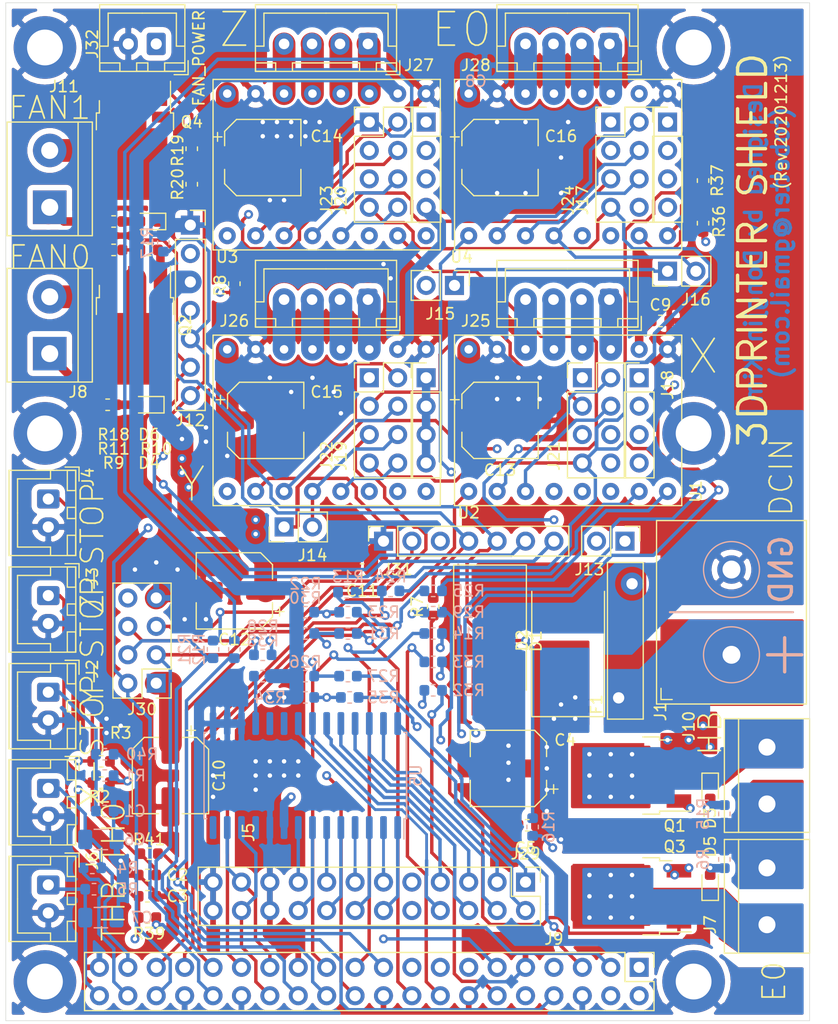
<source format=kicad_pcb>
(kicad_pcb (version 20171130) (host pcbnew 5.1.5+dfsg1-2build2)
  (layers (0 F.Cu signal) (1 In1.Cu signal) (2 In2.Cu power) (31 B.Cu signal) (34 B.Paste user hide) (35 F.Paste user hide) (36 B.SilkS user hide) (37 F.SilkS user hide) (38 B.Mask user hide) (39 F.Mask user hide) (44 Edge.Cuts user))
  (net 0 "")
  (net 1 /X_MIN)
  (net 2 GNDPWR)
  (net 3 /Y_MIN)
  (net 4 /Z_MIN)
  (net 5 /TH0)
  (net 6 /TH1)
  (net 7 +3V3)
  (net 8 +5V)
  (net 9 "Net-(D1-Pad1)")
  (net 10 "Net-(D3-Pad2)")
  (net 11 "Net-(D3-Pad1)")
  (net 12 "Net-(D4-Pad2)")
  (net 13 "Net-(D4-Pad1)")
  (net 14 "Net-(D5-Pad1)")
  (net 15 "Net-(D5-Pad2)")
  (net 16 "Net-(D6-Pad1)")
  (net 17 "Net-(D6-Pad2)")
  (net 18 /Y_EN)
  (net 19 /Y_DIR)
  (net 20 /TX)
  (net 21 /RX)
  (net 22 /Z_STEP)
  (net 23 /Z_DIR)
  (net 24 /Z_EN)
  (net 25 "Net-(J9-Pad19)")
  (net 26 "Net-(J9-Pad21)")
  (net 27 /X_CS)
  (net 28 "Net-(J9-Pad23)")
  (net 29 /Y_CS)
  (net 30 /Z_CS)
  (net 31 /SDA)
  (net 32 /SCL)
  (net 33 /X_EN)
  (net 34 /X_DIR)
  (net 35 /X_STEP)
  (net 36 /Y_STEP)
  (net 37 +1V8)
  (net 38 /X_MS3)
  (net 39 /Y_MS3)
  (net 40 /Z_MS3)
  (net 41 /E0_MS3)
  (net 42 "Net-(J25-Pad1)")
  (net 43 "Net-(J25-Pad2)")
  (net 44 "Net-(J25-Pad3)")
  (net 45 "Net-(J25-Pad4)")
  (net 46 "Net-(J26-Pad4)")
  (net 47 "Net-(J26-Pad3)")
  (net 48 "Net-(J26-Pad2)")
  (net 49 "Net-(J26-Pad1)")
  (net 50 "Net-(J27-Pad1)")
  (net 51 "Net-(J27-Pad2)")
  (net 52 "Net-(J27-Pad3)")
  (net 53 "Net-(J27-Pad4)")
  (net 54 "Net-(J28-Pad4)")
  (net 55 "Net-(J28-Pad3)")
  (net 56 "Net-(J28-Pad2)")
  (net 57 "Net-(J28-Pad1)")
  (net 58 /E0)
  (net 59 /FAN0)
  (net 60 /MOSI)
  (net 61 /MISO)
  (net 62 /SCLK)
  (net 63 /HB)
  (net 64 /FAN1)
  (net 65 "Net-(R22-Pad1)")
  (net 66 "Net-(R24-Pad1)")
  (net 67 "Net-(R25-Pad1)")
  (net 68 "Net-(R26-Pad1)")
  (net 69 "Net-(R28-Pad1)")
  (net 70 "Net-(R29-Pad1)")
  (net 71 "Net-(R30-Pad2)")
  (net 72 "Net-(R32-Pad1)")
  (net 73 "Net-(R33-Pad1)")
  (net 74 "Net-(R34-Pad1)")
  (net 75 /E0_EN)
  (net 76 "Net-(R36-Pad1)")
  (net 77 /E0_STEP)
  (net 78 /E0_DIR)
  (net 79 "Net-(R37-Pad1)")
  (net 80 "Net-(U1-Pad6)")
  (net 81 "Net-(U2-Pad6)")
  (net 82 "Net-(U3-Pad6)")
  (net 83 "Net-(U4-Pad6)")
  (net 84 "Net-(J21-Pad8)")
  (net 85 "Net-(J21-Pad4)")
  (net 86 "Net-(J21-Pad2)")
  (net 87 "Net-(J22-Pad2)")
  (net 88 "Net-(J22-Pad4)")
  (net 89 "Net-(J22-Pad8)")
  (net 90 "Net-(J23-Pad8)")
  (net 91 "Net-(J23-Pad4)")
  (net 92 "Net-(J23-Pad2)")
  (net 93 "Net-(J24-Pad2)")
  (net 94 "Net-(J24-Pad4)")
  (net 95 /E0_CS)
  (net 96 "Net-(J24-Pad8)")
  (net 97 /GPA7)
  (net 98 /GPA6)
  (net 99 /GPA5)
  (net 100 /GPA4)
  (net 101 /GPA3)
  (net 102 /GPA2)
  (net 103 /GPA1)
  (net 104 /GPA0)
  (net 105 /GPB1)
  (net 106 /GPB0)
  (net 107 /GPB3)
  (net 108 /GPB2)
  (net 109 /GPB5)
  (net 110 /GPB4)
  (net 111 /GPB7)
  (net 112 /GPB6)
  (net 113 "Net-(R38-Pad2)")
  (net 114 "Net-(U5-Pad11)")
  (net 115 "Net-(U5-Pad14)")
  (net 116 "Net-(U5-Pad19)")
  (net 117 "Net-(U5-Pad20)")
  (net 118 /DCIN)
  (net 119 "Net-(Q1-Pad1)")
  (net 120 "Net-(Q2-Pad1)")
  (net 121 "Net-(Q3-Pad1)")
  (net 122 "Net-(Q4-Pad1)")
  (net 123 "Net-(C1-Pad1)")
  (net 124 "Net-(C2-Pad1)")
  (net 125 "Net-(C3-Pad1)")
  (net 126 Vdrive)
  (net 127 "Net-(C15-Pad2)")
  (net 128 "Net-(J9-Pad2)")
  (net 129 "Net-(J9-Pad4)")
  (net 130 /FAN_POWER)
  (module Diode_SMD:D_SMC_Handsoldering (layer F.Cu) (at 17.78 11.27 90)
    (fp_text reference D2 (at 0 -4.1 90) (layer F.SilkS))
    (fp_text value SS54CF)
    (pad 2 smd rect (at 4.4 0 180) (size 3.3 4.5) (layers F.Cu F.Paste F.Mask) (net 9 "Net-(D1-Pad1)"))
    (pad 1 smd rect (at -4.4 0 180) (size 3.3 4.5) (layers F.Cu F.Paste F.Mask) (net 126 Vdrive))
  )
  (module Diode_SMD:D_SMC_Handsoldering (layer F.Cu) (at 10.795 11.315 270)
    (fp_text reference D1 (at 0 -4.1 90) (layer F.SilkS))
    (fp_text value S1D)
    (pad 2 smd rect (at 4.4 0) (size 3.3 4.5) (layers F.Cu F.Paste F.Mask) (net 2 GNDPWR))
    (pad 1 smd rect (at -4.4 0) (size 3.3 4.5) (layers F.Cu F.Paste F.Mask) (net 9 "Net-(D1-Pad1)"))
  )
  (module Connector_PinHeader_2.54mm:PinHeader_2x04_P2.54mm_Vertical (layer F.Cu) (at -19.05 15.08 180)
    (fp_text reference J30 (at 1.27 -2.33) (layer F.SilkS))
    (fp_text value Conn_02x04_Odd_Even)
    (pad 8 thru_hole oval (at 2.54 7.62 180) (size 1.7 1.7) (drill 1) (layers *.Cu *.Mask) (net 27 /X_CS))
    (pad 7 thru_hole oval (at 0 7.62 180) (size 1.7 1.7) (drill 1) (layers *.Cu *.Mask) (net 2 GNDPWR))
    (pad 6 thru_hole oval (at 2.54 5.08 180) (size 1.7 1.7) (drill 1) (layers *.Cu *.Mask) (net 95 /E0_CS))
    (pad 5 thru_hole oval (at 0 5.08 180) (size 1.7 1.7) (drill 1) (layers *.Cu *.Mask) (net 21 /RX))
    (pad 4 thru_hole oval (at 2.54 2.54 180) (size 1.7 1.7) (drill 1) (layers *.Cu *.Mask) (net 20 /TX))
    (pad 3 thru_hole oval (at 0 2.54 180) (size 1.7 1.7) (drill 1) (layers *.Cu *.Mask) (net 29 /Y_CS))
    (pad 2 thru_hole oval (at 2.54 0 180) (size 1.7 1.7) (drill 1) (layers *.Cu *.Mask) (net 30 /Z_CS))
    (pad 1 thru_hole rect (at 0 0 180) (size 1.7 1.7) (drill 1) (layers *.Cu *.Mask) (net 7 +3V3))
  )
  (module Connector_JST:JST_XH_B2B-XH-A_1x02_P2.50mm_Vertical (layer F.Cu) (at -19.05 -42.07 180)
    (fp_text reference J32 (at 5.715 0 90) (layer F.SilkS))
    (fp_text value FAN_POWER (at -3.81 -1.27 270) (layer F.SilkS))
    (pad 2 thru_hole oval (at 2.5 0 180) (size 1.7 2) (drill 1) (layers *.Cu *.Mask) (net 2 GNDPWR))
    (pad 1 thru_hole roundrect (at 0 0 180) (size 1.7 2) (drill 1) (layers *.Cu *.Mask) (roundrect_rratio 0.147059) (net 130 /FAN_POWER))
  )
  (module Resistor_SMD:R_0603_1608Metric (layer F.Cu) (at -19.685 30.32 180)
    (fp_text reference R41 (at 0 1.27 180) (layer F.SilkS))
    (fp_text value 1k)
    (pad 2 smd roundrect (at 0.7875 0 180) (size 0.875 0.95) (layers F.Cu F.Paste F.Mask) (net 124 "Net-(C2-Pad1)"))
    (pad 1 smd roundrect (at -0.7875 0 180) (size 0.875 0.95) (layers F.Cu F.Paste F.Mask) (net 3 /Y_MIN))
  )
  (module Resistor_SMD:R_0603_1608Metric (layer B.Cu) (at -23.6475 21.43 180)
    (fp_text reference R40 (at -3.3275 0 180) (layer B.SilkS) (effects (justify mirror)))
    (fp_text value 1k)
    (pad 2 smd roundrect (at 0.7875 0 180) (size 0.875 0.95) (layers B.Cu B.Paste B.Mask) (net 123 "Net-(C1-Pad1)"))
    (pad 1 smd roundrect (at -0.7875 0 180) (size 0.875 0.95) (layers B.Cu B.Paste B.Mask) (net 1 /X_MIN))
  )
  (module Resistor_SMD:R_0603_1608Metric (layer F.Cu) (at -19.8375 36.035 180)
    (fp_text reference R39 (at -0.1525 -1.43 180) (layer F.SilkS))
    (fp_text value 1k)
    (pad 2 smd roundrect (at 0.7875 0 180) (size 0.875 0.95) (layers F.Cu F.Paste F.Mask) (net 125 "Net-(C3-Pad1)"))
    (pad 1 smd roundrect (at -0.7875 0 180) (size 0.875 0.95) (layers F.Cu F.Paste F.Mask) (net 4 /Z_MIN))
  )
  (module Capacitor_SMD:CP_Elec_6.3x5.9 (layer F.Cu) (at 12.44 22.7 180)
    (fp_text reference C4 (at -5.08 2.54) (layer F.SilkS))
    (fp_text value 100uF/35V)
    (pad 2 smd roundrect (at 2.8 0 180) (size 3.5 1.6) (layers F.Cu F.Paste F.Mask) (roundrect_rratio 0.15625) (net 2 GNDPWR))
    (pad 1 smd roundrect (at -2.8 0 180) (size 3.5 1.6) (layers F.Cu F.Paste F.Mask) (roundrect_rratio 0.15625) (net 126 Vdrive))
  )
  (module LED_SMD:LED_0603_1608Metric (layer F.Cu) (at 30.48 24.605 270)
    (fp_text reference D3 (at 2.54 0 90) (layer F.SilkS))
    (fp_text value LED)
    (pad 2 smd roundrect (at 0.7875 0 270) (size 0.875 0.95) (layers F.Cu F.Paste F.Mask) (net 10 "Net-(D3-Pad2)"))
    (pad 1 smd roundrect (at -0.7875 0 270) (size 0.875 0.95) (layers F.Cu F.Paste F.Mask) (net 11 "Net-(D3-Pad1)"))
  )
  (module Resistor_SMD:R_0603_1608Metric (layer B.Cu) (at 31.75 26.764 90)
    (fp_text reference R15 (at 0 -1.905 270) (layer B.SilkS) (effects (justify mirror)))
    (fp_text value 4.7K)
    (pad 2 smd roundrect (at 0.7875 0 90) (size 0.875 0.95) (layers B.Cu B.Paste B.Mask) (net 10 "Net-(D3-Pad2)"))
    (pad 1 smd roundrect (at -0.7875 0 90) (size 0.875 0.95) (layers B.Cu B.Paste B.Mask) (net 126 Vdrive))
  )
  (module LED_SMD:LED_0603_1608Metric (layer F.Cu) (at 30.48 33.0125 90)
    (fp_text reference D5 (at 3.3275 0 90) (layer F.SilkS))
    (fp_text value LED)
    (pad 2 smd roundrect (at 0.7875 0 90) (size 0.875 0.95) (layers F.Cu F.Paste F.Mask) (net 15 "Net-(D5-Pad2)"))
    (pad 1 smd roundrect (at -0.7875 0 90) (size 0.875 0.95) (layers F.Cu F.Paste F.Mask) (net 14 "Net-(D5-Pad1)"))
  )
  (module Resistor_SMD:R_0603_1608Metric (layer B.Cu) (at 31.75 30.828 270)
    (fp_text reference R6 (at 0 1.905 270) (layer B.SilkS) (effects (justify mirror)))
    (fp_text value 4.7K)
    (pad 2 smd roundrect (at 0.7875 0 270) (size 0.875 0.95) (layers B.Cu B.Paste B.Mask) (net 15 "Net-(D5-Pad2)"))
    (pad 1 smd roundrect (at -0.7875 0 270) (size 0.875 0.95) (layers B.Cu B.Paste B.Mask) (net 126 Vdrive))
  )
  (module Package_TO_SOT_SMD:TO-252-3_TabPin2 (layer F.Cu) (at -20.955 -33.425 270)
    (fp_text reference Q4 (at -1.66 -5.08) (layer F.SilkS))
    (fp_text value IRFR024N)
    (pad 2 smd rect (at 2.1 0 270) (size 6.4 5.8) (layers F.Cu F.Mask) (net 16 "Net-(D6-Pad1)"))
    (pad 3 smd rect (at -4.2 2.28 270) (size 2.2 1.2) (layers F.Cu F.Paste F.Mask) (net 2 GNDPWR))
    (pad 2 smd rect (at -4.2 0 270) (size 2.2 1.2) (layers F.Cu F.Paste F.Mask) (net 16 "Net-(D6-Pad1)"))
    (pad 1 smd rect (at -4.2 -2.28 270) (size 2.2 1.2) (layers F.Cu F.Paste F.Mask) (net 122 "Net-(Q4-Pad1)"))
  )
  (module Package_TO_SOT_SMD:TO-252-3_TabPin2 (layer F.Cu) (at 23.486 23.335 180)
    (fp_text reference Q1 (at -3.819 -4.5) (layer F.SilkS))
    (fp_text value IRFR024N)
    (pad 2 smd rect (at 2.1 0 180) (size 6.4 5.8) (layers F.Cu F.Mask) (net 11 "Net-(D3-Pad1)"))
    (pad 3 smd rect (at -4.2 2.28 180) (size 2.2 1.2) (layers F.Cu F.Paste F.Mask) (net 2 GNDPWR))
    (pad 2 smd rect (at -4.2 0 180) (size 2.2 1.2) (layers F.Cu F.Paste F.Mask) (net 11 "Net-(D3-Pad1)"))
    (pad 1 smd rect (at -4.2 -2.28 180) (size 2.2 1.2) (layers F.Cu F.Paste F.Mask) (net 119 "Net-(Q1-Pad1)"))
  )
  (module Package_TO_SOT_SMD:TO-252-3_TabPin2 (layer F.Cu) (at -20.955 -16.915 270)
    (fp_text reference Q2 (at 0 -4.5 90) (layer F.SilkS))
    (fp_text value IRFR024N)
    (pad 2 smd rect (at 2.1 0 270) (size 6.4 5.8) (layers F.Cu F.Mask) (net 13 "Net-(D4-Pad1)"))
    (pad 3 smd rect (at -4.2 2.28 270) (size 2.2 1.2) (layers F.Cu F.Paste F.Mask) (net 2 GNDPWR))
    (pad 2 smd rect (at -4.2 0 270) (size 2.2 1.2) (layers F.Cu F.Paste F.Mask) (net 13 "Net-(D4-Pad1)"))
    (pad 1 smd rect (at -4.2 -2.28 270) (size 2.2 1.2) (layers F.Cu F.Paste F.Mask) (net 120 "Net-(Q2-Pad1)"))
  )
  (module Package_TO_SOT_SMD:TO-252-3_TabPin2 (layer F.Cu) (at 23.486 34.13 180)
    (fp_text reference Q3 (at -3.819 4.445) (layer F.SilkS))
    (fp_text value IRLR7843TRPBF)
    (pad 2 smd rect (at 2.1 0 180) (size 6.4 5.8) (layers F.Cu F.Mask) (net 14 "Net-(D5-Pad1)"))
    (pad 3 smd rect (at -4.2 2.28 180) (size 2.2 1.2) (layers F.Cu F.Paste F.Mask) (net 2 GNDPWR))
    (pad 2 smd rect (at -4.2 0 180) (size 2.2 1.2) (layers F.Cu F.Paste F.Mask) (net 14 "Net-(D5-Pad1)"))
    (pad 1 smd rect (at -4.2 -2.28 180) (size 2.2 1.2) (layers F.Cu F.Paste F.Mask) (net 121 "Net-(Q3-Pad1)"))
  )
  (module Fuse:FRU500-30F (layer F.Cu) (at 23.495 6.19 270)
    (fp_text reference F1 (at 10.795 3.175 90) (layer F.SilkS))
    (fp_text value Fuse)
    (pad 2 thru_hole circle (at 10.2 1.2 270) (size 2.01 2.01) (drill 1.01) (layers *.Cu *.Mask) (net 118 /DCIN))
    (pad 1 thru_hole circle (at 0 0 270) (size 2.01 2.01) (drill 1.01) (layers *.Cu *.Mask) (net 9 "Net-(D1-Pad1)"))
  )
  (module TerminalBlock:TerminalBlock_BR_762C_P7.62mm (layer F.Cu) (at 32.385 12.54 90)
    (fp_text reference J1 (at -5.08 -6.35 90) (layer F.SilkS))
    (fp_text value DCIN (at 15.875 4.445 270) (layer F.SilkS) (effects (font (size 2 2))))
    (pad 2 thru_hole circle (at 7.62 0 90) (size 2.54 2.54) (drill 1.6) (layers *.Cu *.Mask) (net 2 GNDPWR))
    (pad 1 thru_hole rect (at 0 0 90) (size 2.54 2.54) (drill 1.6) (layers *.Cu *.Mask) (net 118 /DCIN))
  )
  (module Resistor_SMD:R_0603_1608Metric (layer B.Cu) (at 5.715 13.175 180)
    (fp_text reference R33 (at -3.175 0 180) (layer B.SilkS) (effects (justify mirror)))
    (fp_text value 100)
    (pad 2 smd roundrect (at 0.7875 0 180) (size 0.875 0.95) (layers B.Cu B.Paste B.Mask) (net 23 /Z_DIR))
    (pad 1 smd roundrect (at -0.7875 0 180) (size 0.875 0.95) (layers B.Cu B.Paste B.Mask) (net 73 "Net-(R33-Pad1)"))
  )
  (module Resistor_SMD:R_0603_1608Metric (layer F.Cu) (at 5.715 8.2475 90)
    (fp_text reference R7 (at 0 -1.43 90) (layer F.SilkS))
    (fp_text value 10)
    (pad 2 smd roundrect (at 0.7875 0 90) (size 0.875 0.95) (layers F.Cu F.Paste F.Mask) (net 58 /E0))
    (pad 1 smd roundrect (at -0.7875 0 90) (size 0.875 0.95) (layers F.Cu F.Paste F.Mask) (net 121 "Net-(Q3-Pad1)"))
  )
  (module Capacitor_SMD:C_0603_1608Metric (layer F.Cu) (at 14.1225 27.78 180)
    (fp_text reference C5 (at 0.1525 -2.032 180) (layer F.SilkS))
    (fp_text value 0.1uF)
    (pad 2 smd roundrect (at 0.7875 0 180) (size 0.875 0.95) (layers F.Cu F.Paste F.Mask) (net 2 GNDPWR))
    (pad 1 smd roundrect (at -0.7875 0 180) (size 0.875 0.95) (layers F.Cu F.Paste F.Mask) (net 126 Vdrive))
  )
  (module Resistor_SMD:R_0603_1608Metric (layer B.Cu) (at -2.0065 6.952)
    (fp_text reference R13 (at 0.1015 -1.397 180) (layer B.SilkS) (effects (justify mirror)))
    (fp_text value 100)
    (pad 2 smd roundrect (at 0.7875 0) (size 0.875 0.95) (layers B.Cu B.Paste B.Mask) (net 61 /MISO))
    (pad 1 smd roundrect (at -0.7875 0) (size 0.875 0.95) (layers B.Cu B.Paste B.Mask) (net 26 "Net-(J9-Pad21)"))
  )
  (module LED_SMD:LED_0603_1608Metric (layer F.Cu) (at -19.685 -26.195 180)
    (fp_text reference D6 (at 0 -19.05) (layer F.SilkS))
    (fp_text value LED)
    (pad 2 smd roundrect (at 0.7875 0 180) (size 0.875 0.95) (layers F.Cu F.Paste F.Mask) (net 17 "Net-(D6-Pad2)"))
    (pad 1 smd roundrect (at -0.7875 0 180) (size 0.875 0.95) (layers F.Cu F.Paste F.Mask) (net 16 "Net-(D6-Pad1)"))
  )
  (module LED_SMD:LED_0603_1608Metric (layer F.Cu) (at -19.8375 -9.812 180)
    (fp_text reference D4 (at -0.1525 -5.207) (layer F.SilkS))
    (fp_text value LED)
    (pad 2 smd roundrect (at 0.7875 0 180) (size 0.875 0.95) (layers F.Cu F.Paste F.Mask) (net 12 "Net-(D4-Pad2)"))
    (pad 1 smd roundrect (at -0.7875 0 180) (size 0.875 0.95) (layers F.Cu F.Paste F.Mask) (net 13 "Net-(D4-Pad1)"))
  )
  (module Connector_JST:JST_XH_B2B-XH-A_1x02_P2.50mm_Vertical (layer F.Cu) (at -28.702 33.114 270)
    (fp_text reference J6 (at -2.159 -3.937 90) (layer F.SilkS))
    (fp_text value THB (at 2.286 -5.842 90) (layer F.SilkS) (effects (font (size 2 2))))
    (pad 2 thru_hole oval (at 2.5 0 270) (size 1.7 2) (drill 1) (layers *.Cu *.Mask) (net 2 GNDPWR))
    (pad 1 thru_hole roundrect (at 0 0 270) (size 1.7 2) (drill 1) (layers *.Cu *.Mask) (roundrect_rratio 0.147059) (net 6 /TH1))
  )
  (module Connector_JST:JST_XH_B2B-XH-A_1x02_P2.50mm_Vertical (layer F.Cu) (at -28.702 24.478 270)
    (fp_text reference J5 (at 3.937 -17.907 90) (layer F.SilkS))
    (fp_text value TH0 (at 3.937 -5.842 90) (layer F.SilkS) (effects (font (size 2 2))))
    (pad 2 thru_hole oval (at 2.5 0 270) (size 1.7 2) (drill 1) (layers *.Cu *.Mask) (net 2 GNDPWR))
    (pad 1 thru_hole roundrect (at 0 0 270) (size 1.7 2) (drill 1) (layers *.Cu *.Mask) (roundrect_rratio 0.147059) (net 5 /TH0))
  )
  (module Connector_JST:JST_XH_B2B-XH-A_1x02_P2.50mm_Vertical (layer F.Cu) (at -28.702 -1.39 270)
    (fp_text reference J4 (at -1.945 -3.55 90) (layer F.SilkS))
    (fp_text value Z-STOP (at 4.405 -3.937 90) (layer F.SilkS) (effects (font (size 2 2))))
    (pad 2 thru_hole oval (at 2.5 0 270) (size 1.7 2) (drill 1) (layers *.Cu *.Mask) (net 2 GNDPWR))
    (pad 1 thru_hole roundrect (at 0 0 270) (size 1.7 2) (drill 1) (layers *.Cu *.Mask) (roundrect_rratio 0.147059) (net 125 "Net-(C3-Pad1)"))
  )
  (module Connector_JST:JST_XH_B2B-XH-A_1x02_P2.50mm_Vertical (layer F.Cu) (at -28.702 7.246 270)
    (fp_text reference J3 (at -1.691 -3.937 90) (layer F.SilkS))
    (fp_text value Y-STOP (at 4.024 -3.937 270) (layer F.SilkS) (effects (font (size 2 2))))
    (pad 2 thru_hole oval (at 2.5 0 270) (size 1.7 2) (drill 1) (layers *.Cu *.Mask) (net 2 GNDPWR))
    (pad 1 thru_hole roundrect (at 0 0 270) (size 1.7 2) (drill 1) (layers *.Cu *.Mask) (roundrect_rratio 0.147059) (net 124 "Net-(C2-Pad1)"))
  )
  (module Connector_JST:JST_XH_B2B-XH-A_1x02_P2.50mm_Vertical (layer F.Cu) (at -28.702 15.882 270)
    (fp_text reference J2 (at -2.072 -3.937 90) (layer F.SilkS))
    (fp_text value X-STOP (at 4.278 -3.937 90) (layer F.SilkS) (effects (font (size 2 2))))
    (pad 2 thru_hole oval (at 2.5 0 270) (size 1.7 2) (drill 1) (layers *.Cu *.Mask) (net 2 GNDPWR))
    (pad 1 thru_hole roundrect (at 0 0 270) (size 1.7 2) (drill 1) (layers *.Cu *.Mask) (roundrect_rratio 0.147059) (net 123 "Net-(C1-Pad1)"))
  )
  (module Capacitor_SMD:C_0603_1608Metric (layer F.Cu) (at -0.635 4.92)
    (fp_text reference C11 (at 0 1.905) (layer F.SilkS))
    (fp_text value 0.1uF)
    (pad 2 smd roundrect (at 0.7875 0) (size 0.875 0.95) (layers F.Cu F.Paste F.Mask) (net 2 GNDPWR))
    (pad 1 smd roundrect (at -0.7875 0) (size 0.875 0.95) (layers F.Cu F.Paste F.Mask) (net 8 +5V))
  )
  (module Capacitor_SMD:C_0603_1608Metric (layer F.Cu) (at 26.035 -17.305)
    (fp_text reference C9 (at 0 -1.43) (layer F.SilkS))
    (fp_text value 0.1uF)
    (pad 2 smd roundrect (at 0.7875 0) (size 0.875 0.95) (layers F.Cu F.Paste F.Mask) (net 2 GNDPWR))
    (pad 1 smd roundrect (at -0.7875 0) (size 0.875 0.95) (layers F.Cu F.Paste F.Mask) (net 7 +3V3))
  )
  (module Capacitor_SMD:C_0603_1608Metric (layer B.Cu) (at 9.525 -40.165)
    (fp_text reference C8 (at 0 1.43) (layer B.SilkS) (effects (justify mirror)))
    (fp_text value 0.1uF)
    (pad 2 smd roundrect (at 0.7875 0) (size 0.875 0.95) (layers B.Cu B.Paste B.Mask) (net 2 GNDPWR))
    (pad 1 smd roundrect (at -0.7875 0) (size 0.875 0.95) (layers B.Cu B.Paste B.Mask) (net 126 Vdrive))
  )
  (module Capacitor_SMD:C_0603_1608Metric (layer F.Cu) (at -19.8375 34.13)
    (fp_text reference C3 (at 2.6925 0) (layer F.SilkS))
    (fp_text value 0.1uF)
    (pad 2 smd roundrect (at 0.7875 0) (size 0.875 0.95) (layers F.Cu F.Paste F.Mask) (net 2 GNDPWR))
    (pad 1 smd roundrect (at -0.7875 0) (size 0.875 0.95) (layers F.Cu F.Paste F.Mask) (net 125 "Net-(C3-Pad1)"))
  )
  (module Capacitor_SMD:C_0603_1608Metric (layer F.Cu) (at -19.8375 32.225 180)
    (fp_text reference C2 (at -2.6925 0 180) (layer F.SilkS))
    (fp_text value 0.1uF)
    (pad 2 smd roundrect (at 0.7875 0 180) (size 0.875 0.95) (layers F.Cu F.Paste F.Mask) (net 2 GNDPWR))
    (pad 1 smd roundrect (at -0.7875 0 180) (size 0.875 0.95) (layers F.Cu F.Paste F.Mask) (net 124 "Net-(C2-Pad1)"))
  )
  (module Capacitor_SMD:C_0603_1608Metric (layer B.Cu) (at -23.6475 26.51)
    (fp_text reference C1 (at 2.6925 0) (layer B.SilkS) (effects (justify mirror)))
    (fp_text value 0.1uF)
    (pad 2 smd roundrect (at 0.7875 0) (size 0.875 0.95) (layers B.Cu B.Paste B.Mask) (net 2 GNDPWR))
    (pad 1 smd roundrect (at -0.7875 0) (size 0.875 0.95) (layers B.Cu B.Paste B.Mask) (net 123 "Net-(C1-Pad1)"))
  )
  (module Resistor_SMD:R_0603_1608Metric (layer F.Cu) (at 29.845 -29.8525 90)
    (fp_text reference R37 (at 0 1.27 90) (layer F.SilkS))
    (fp_text value 100)
    (pad 2 smd roundrect (at 0.7875 0 90) (size 0.875 0.95) (layers F.Cu F.Paste F.Mask) (net 78 /E0_DIR))
    (pad 1 smd roundrect (at -0.7875 0 90) (size 0.875 0.95) (layers F.Cu F.Paste F.Mask) (net 79 "Net-(R37-Pad1)"))
  )
  (module Resistor_SMD:R_0603_1608Metric (layer F.Cu) (at 29.845 -26.0425 270)
    (fp_text reference R36 (at -0.1525 -1.43 90) (layer F.SilkS))
    (fp_text value 100)
    (pad 2 smd roundrect (at 0.7875 0 270) (size 0.875 0.95) (layers F.Cu F.Paste F.Mask) (net 77 /E0_STEP))
    (pad 1 smd roundrect (at -0.7875 0 270) (size 0.875 0.95) (layers F.Cu F.Paste F.Mask) (net 76 "Net-(R36-Pad1)"))
  )
  (module Resistor_SMD:R_0603_1608Metric (layer B.Cu) (at -1.7525 16.35)
    (fp_text reference R35 (at 3.0225 0 180) (layer B.SilkS) (effects (justify mirror)))
    (fp_text value 100)
    (pad 2 smd roundrect (at 0.7875 0) (size 0.875 0.95) (layers B.Cu B.Paste B.Mask) (net 75 /E0_EN))
    (pad 1 smd roundrect (at -0.7875 0) (size 0.875 0.95) (layers B.Cu B.Paste B.Mask) (net 74 "Net-(R34-Pad1)"))
  )
  (module Resistor_SMD:R_0603_1608Metric (layer B.Cu) (at -5.715 16.35 180)
    (fp_text reference R34 (at 3.175 0 180) (layer B.SilkS) (effects (justify mirror)))
    (fp_text value 10k)
    (pad 2 smd roundrect (at 0.7875 0 180) (size 0.875 0.95) (layers B.Cu B.Paste B.Mask) (net 7 +3V3))
    (pad 1 smd roundrect (at -0.7875 0 180) (size 0.875 0.95) (layers B.Cu B.Paste B.Mask) (net 74 "Net-(R34-Pad1)"))
  )
  (module Resistor_SMD:R_0603_1608Metric (layer B.Cu) (at 5.715 15.715)
    (fp_text reference R32 (at 3.175 0) (layer B.SilkS) (effects (justify mirror)))
    (fp_text value 100)
    (pad 2 smd roundrect (at 0.7875 0) (size 0.875 0.95) (layers B.Cu B.Paste B.Mask) (net 22 /Z_STEP))
    (pad 1 smd roundrect (at -0.7875 0) (size 0.875 0.95) (layers B.Cu B.Paste B.Mask) (net 72 "Net-(R32-Pad1)"))
  )
  (module Resistor_SMD:R_0603_1608Metric (layer B.Cu) (at -1.905 10.635)
    (fp_text reference R31 (at 3.175 0 180) (layer B.SilkS) (effects (justify mirror)))
    (fp_text value 100)
    (pad 2 smd roundrect (at 0.7875 0) (size 0.875 0.95) (layers B.Cu B.Paste B.Mask) (net 24 /Z_EN))
    (pad 1 smd roundrect (at -0.7875 0) (size 0.875 0.95) (layers B.Cu B.Paste B.Mask) (net 71 "Net-(R30-Pad2)"))
  )
  (module Resistor_SMD:R_0603_1608Metric (layer B.Cu) (at -5.715 10.635)
    (fp_text reference R30 (at 0 -3.175) (layer B.SilkS) (effects (justify mirror)))
    (fp_text value 10k)
    (pad 2 smd roundrect (at 0.7875 0) (size 0.875 0.95) (layers B.Cu B.Paste B.Mask) (net 71 "Net-(R30-Pad2)"))
    (pad 1 smd roundrect (at -0.7875 0) (size 0.875 0.95) (layers B.Cu B.Paste B.Mask) (net 7 +3V3))
  )
  (module Resistor_SMD:R_0603_1608Metric (layer B.Cu) (at 5.715 8.73)
    (fp_text reference R29 (at 3.175 0 180) (layer B.SilkS) (effects (justify mirror)))
    (fp_text value 100)
    (pad 2 smd roundrect (at 0.7875 0) (size 0.875 0.95) (layers B.Cu B.Paste B.Mask) (net 19 /Y_DIR))
    (pad 1 smd roundrect (at -0.7875 0) (size 0.875 0.95) (layers B.Cu B.Paste B.Mask) (net 70 "Net-(R29-Pad1)"))
  )
  (module Resistor_SMD:R_0603_1608Metric (layer B.Cu) (at -9.525 12.54 180)
    (fp_text reference R28 (at 0 2.54) (layer B.SilkS) (effects (justify mirror)))
    (fp_text value 100)
    (pad 2 smd roundrect (at 0.7875 0 180) (size 0.875 0.95) (layers B.Cu B.Paste B.Mask) (net 36 /Y_STEP))
    (pad 1 smd roundrect (at -0.7875 0 180) (size 0.875 0.95) (layers B.Cu B.Paste B.Mask) (net 69 "Net-(R28-Pad1)"))
  )
  (module Resistor_SMD:R_0603_1608Metric (layer B.Cu) (at -1.905 14.445)
    (fp_text reference R27 (at 3.175 0 180) (layer B.SilkS) (effects (justify mirror)))
    (fp_text value 100)
    (pad 2 smd roundrect (at 0.7875 0) (size 0.875 0.95) (layers B.Cu B.Paste B.Mask) (net 18 /Y_EN))
    (pad 1 smd roundrect (at -0.7875 0) (size 0.875 0.95) (layers B.Cu B.Paste B.Mask) (net 68 "Net-(R26-Pad1)"))
  )
  (module Resistor_SMD:R_0603_1608Metric (layer B.Cu) (at -5.715 14.445 180)
    (fp_text reference R26 (at 0 1.27 180) (layer B.SilkS) (effects (justify mirror)))
    (fp_text value 10k)
    (pad 2 smd roundrect (at 0.7875 0 180) (size 0.875 0.95) (layers B.Cu B.Paste B.Mask) (net 7 +3V3))
    (pad 1 smd roundrect (at -0.7875 0 180) (size 0.875 0.95) (layers B.Cu B.Paste B.Mask) (net 68 "Net-(R26-Pad1)"))
  )
  (module Resistor_SMD:R_0603_1608Metric (layer B.Cu) (at 5.715 6.825 180)
    (fp_text reference R25 (at -3.175 0 180) (layer B.SilkS) (effects (justify mirror)))
    (fp_text value 100)
    (pad 2 smd roundrect (at 0.7875 0 180) (size 0.875 0.95) (layers B.Cu B.Paste B.Mask) (net 34 /X_DIR))
    (pad 1 smd roundrect (at -0.7875 0 180) (size 0.875 0.95) (layers B.Cu B.Paste B.Mask) (net 67 "Net-(R25-Pad1)"))
  )
  (module Resistor_SMD:R_0603_1608Metric (layer B.Cu) (at 1.905 6.825 180)
    (fp_text reference R24 (at 0 1.27 180) (layer B.SilkS) (effects (justify mirror)))
    (fp_text value 100)
    (pad 2 smd roundrect (at 0.7875 0 180) (size 0.875 0.95) (layers B.Cu B.Paste B.Mask) (net 35 /X_STEP))
    (pad 1 smd roundrect (at -0.7875 0 180) (size 0.875 0.95) (layers B.Cu B.Paste B.Mask) (net 66 "Net-(R24-Pad1)"))
  )
  (module Resistor_SMD:R_0603_1608Metric (layer B.Cu) (at -1.905 8.73)
    (fp_text reference R23 (at 3.175 0 180) (layer B.SilkS) (effects (justify mirror)))
    (fp_text value 100)
    (pad 2 smd roundrect (at 0.7875 0) (size 0.875 0.95) (layers B.Cu B.Paste B.Mask) (net 33 /X_EN))
    (pad 1 smd roundrect (at -0.7875 0) (size 0.875 0.95) (layers B.Cu B.Paste B.Mask) (net 65 "Net-(R22-Pad1)"))
  )
  (module Resistor_SMD:R_0603_1608Metric (layer B.Cu) (at -5.715 8.73 180)
    (fp_text reference R22 (at 0 2.54) (layer B.SilkS) (effects (justify mirror)))
    (fp_text value 10k)
    (pad 2 smd roundrect (at 0.7875 0 180) (size 0.875 0.95) (layers B.Cu B.Paste B.Mask) (net 7 +3V3))
    (pad 1 smd roundrect (at -0.7875 0 180) (size 0.875 0.95) (layers B.Cu B.Paste B.Mask) (net 65 "Net-(R22-Pad1)"))
  )
  (module Resistor_SMD:R_0603_1608Metric (layer B.Cu) (at -13.97 12.0575 90)
    (fp_text reference R21 (at 0 -2.54 90) (layer B.SilkS) (effects (justify mirror)))
    (fp_text value 1k)
    (pad 2 smd roundrect (at 0.7875 0 90) (size 0.875 0.95) (layers B.Cu B.Paste B.Mask) (net 21 /RX))
    (pad 1 smd roundrect (at -0.7875 0 90) (size 0.875 0.95) (layers B.Cu B.Paste B.Mask) (net 20 /TX))
  )
  (module Resistor_SMD:R_0603_1608Metric (layer F.Cu) (at -15.875 -29.5225 90)
    (fp_text reference R20 (at 0 -1.27 90) (layer F.SilkS))
    (fp_text value 100k)
    (pad 2 smd roundrect (at 0.7875 0 90) (size 0.875 0.95) (layers F.Cu F.Paste F.Mask) (net 64 /FAN1))
    (pad 1 smd roundrect (at -0.7875 0 90) (size 0.875 0.95) (layers F.Cu F.Paste F.Mask) (net 2 GNDPWR))
  )
  (module Resistor_SMD:R_0603_1608Metric (layer F.Cu) (at -15.875 -32.6975 270)
    (fp_text reference R19 (at 0.1525 1.27 90) (layer F.SilkS))
    (fp_text value 10)
    (pad 2 smd roundrect (at 0.7875 0 270) (size 0.875 0.95) (layers F.Cu F.Paste F.Mask) (net 64 /FAN1))
    (pad 1 smd roundrect (at -0.7875 0 270) (size 0.875 0.95) (layers F.Cu F.Paste F.Mask) (net 122 "Net-(Q4-Pad1)"))
  )
  (module Resistor_SMD:R_0603_1608Metric (layer F.Cu) (at -22.86 -26.195)
    (fp_text reference R18 (at 0 19.05 180) (layer F.SilkS))
    (fp_text value 4.7K)
    (pad 2 smd roundrect (at 0.7875 0) (size 0.875 0.95) (layers F.Cu F.Paste F.Mask) (net 17 "Net-(D6-Pad2)"))
    (pad 1 smd roundrect (at -0.7875 0) (size 0.875 0.95) (layers F.Cu F.Paste F.Mask) (net 130 /FAN_POWER))
  )
  (module Resistor_SMD:R_0603_1608Metric (layer B.Cu) (at -18.415 -24.29 270)
    (fp_text reference R17 (at 0 1.43 90) (layer B.SilkS) (effects (justify mirror)))
    (fp_text value 100k)
    (pad 2 smd roundrect (at 0.7875 0 270) (size 0.875 0.95) (layers B.Cu B.Paste B.Mask) (net 63 /HB))
    (pad 1 smd roundrect (at -0.7875 0 270) (size 0.875 0.95) (layers B.Cu B.Paste B.Mask) (net 2 GNDPWR))
  )
  (module Resistor_SMD:R_0603_1608Metric (layer B.Cu) (at 14.605 27.9325 90)
    (fp_text reference R16 (at 0 1.43 270) (layer B.SilkS) (effects (justify mirror)))
    (fp_text value 10)
    (pad 2 smd roundrect (at 0.7875 0 90) (size 0.875 0.95) (layers B.Cu B.Paste B.Mask) (net 63 /HB))
    (pad 1 smd roundrect (at -0.7875 0 90) (size 0.875 0.95) (layers B.Cu B.Paste B.Mask) (net 119 "Net-(Q1-Pad1)"))
  )
  (module Resistor_SMD:R_0603_1608Metric (layer B.Cu) (at 5.715 10.635)
    (fp_text reference R14 (at 3.175 0) (layer B.SilkS) (effects (justify mirror)))
    (fp_text value 100)
    (pad 2 smd roundrect (at 0.7875 0) (size 0.875 0.95) (layers B.Cu B.Paste B.Mask) (net 62 /SCLK))
    (pad 1 smd roundrect (at -0.7875 0) (size 0.875 0.95) (layers B.Cu B.Paste B.Mask) (net 28 "Net-(J9-Pad23)"))
  )
  (module Resistor_SMD:R_0603_1608Metric (layer B.Cu) (at -12.065 12.0575 90)
    (fp_text reference R12 (at 0 -3.175 270) (layer B.SilkS) (effects (justify mirror)))
    (fp_text value 100)
    (pad 2 smd roundrect (at 0.7875 0 90) (size 0.875 0.95) (layers B.Cu B.Paste B.Mask) (net 60 /MOSI))
    (pad 1 smd roundrect (at -0.7875 0 90) (size 0.875 0.95) (layers B.Cu B.Paste B.Mask) (net 25 "Net-(J9-Pad19)"))
  )
  (module Resistor_SMD:R_0603_1608Metric (layer F.Cu) (at -22.86 -23.655)
    (fp_text reference R11 (at 0 17.78 180) (layer F.SilkS))
    (fp_text value 100k)
    (pad 2 smd roundrect (at 0.7875 0) (size 0.875 0.95) (layers F.Cu F.Paste F.Mask) (net 59 /FAN0))
    (pad 1 smd roundrect (at -0.7875 0) (size 0.875 0.95) (layers F.Cu F.Paste F.Mask) (net 2 GNDPWR))
  )
  (module Resistor_SMD:R_0603_1608Metric (layer F.Cu) (at -19.685 -23.655 180)
    (fp_text reference R10 (at -0.635 -17.78 180) (layer F.SilkS))
    (fp_text value 10)
    (pad 2 smd roundrect (at 0.7875 0 180) (size 0.875 0.95) (layers F.Cu F.Paste F.Mask) (net 59 /FAN0))
    (pad 1 smd roundrect (at -0.7875 0 180) (size 0.875 0.95) (layers F.Cu F.Paste F.Mask) (net 120 "Net-(Q2-Pad1)"))
  )
  (module Resistor_SMD:R_0603_1608Metric (layer F.Cu) (at -23.3935 -9.812)
    (fp_text reference R9 (at 0.5335 5.207) (layer F.SilkS))
    (fp_text value 4.7K)
    (pad 2 smd roundrect (at 0.7875 0) (size 0.875 0.95) (layers F.Cu F.Paste F.Mask) (net 12 "Net-(D4-Pad2)"))
    (pad 1 smd roundrect (at -0.7875 0) (size 0.875 0.95) (layers F.Cu F.Paste F.Mask) (net 130 /FAN_POWER))
  )
  (module Resistor_SMD:R_0603_1608Metric (layer F.Cu) (at -12.065 -20.6325 270)
    (fp_text reference R8 (at 0.1525 1.27 90) (layer F.SilkS))
    (fp_text value 100k)
    (pad 2 smd roundrect (at 0.7875 0 270) (size 0.875 0.95) (layers F.Cu F.Paste F.Mask) (net 58 /E0))
    (pad 1 smd roundrect (at -0.7875 0 270) (size 0.875 0.95) (layers F.Cu F.Paste F.Mask) (net 2 GNDPWR))
  )
  (module Resistor_SMD:R_0603_1608Metric (layer B.Cu) (at -24.6125 33.495 180)
    (fp_text reference R5 (at -3.0225 0) (layer B.SilkS) (effects (justify mirror)))
    (fp_text value 4.7K)
    (pad 2 smd roundrect (at 0.7875 0 180) (size 0.875 0.95) (layers B.Cu B.Paste B.Mask) (net 6 /TH1))
    (pad 1 smd roundrect (at -0.7875 0 180) (size 0.875 0.95) (layers B.Cu B.Paste B.Mask) (net 37 +1V8))
  )
  (module Resistor_SMD:R_0603_1608Metric (layer B.Cu) (at -24.765 31.59)
    (fp_text reference R4 (at 3.175 0) (layer B.SilkS) (effects (justify mirror)))
    (fp_text value 4.7K)
    (pad 2 smd roundrect (at 0.7875 0) (size 0.875 0.95) (layers B.Cu B.Paste B.Mask) (net 5 /TH0))
    (pad 1 smd roundrect (at -0.7875 0) (size 0.875 0.95) (layers B.Cu B.Paste B.Mask) (net 37 +1V8))
  )
  (module Resistor_SMD:R_0603_1608Metric (layer F.Cu) (at -23.9775 22.065 180)
    (fp_text reference R3 (at -1.7525 2.54) (layer F.SilkS))
    (fp_text value 10K)
    (pad 2 smd roundrect (at 0.7875 0 180) (size 0.875 0.95) (layers F.Cu F.Paste F.Mask) (net 125 "Net-(C3-Pad1)"))
    (pad 1 smd roundrect (at -0.7875 0 180) (size 0.875 0.95) (layers F.Cu F.Paste F.Mask) (net 7 +3V3))
  )
  (module Resistor_SMD:R_0603_1608Metric (layer F.Cu) (at -23.9775 23.97 180)
    (fp_text reference R2 (at 0.1525 -1.27 180) (layer F.SilkS))
    (fp_text value 10K)
    (pad 2 smd roundrect (at 0.7875 0 180) (size 0.875 0.95) (layers F.Cu F.Paste F.Mask) (net 124 "Net-(C2-Pad1)"))
    (pad 1 smd roundrect (at -0.7875 0 180) (size 0.875 0.95) (layers F.Cu F.Paste F.Mask) (net 7 +3V3))
  )
  (module Resistor_SMD:R_0603_1608Metric (layer B.Cu) (at -23.6475 23.335 180)
    (fp_text reference R1 (at -2.6925 0) (layer B.SilkS) (effects (justify mirror)))
    (fp_text value 10K)
    (pad 2 smd roundrect (at 0.7875 0 180) (size 0.875 0.95) (layers B.Cu B.Paste B.Mask) (net 123 "Net-(C1-Pad1)"))
    (pad 1 smd roundrect (at -0.7875 0 180) (size 0.875 0.95) (layers B.Cu B.Paste B.Mask) (net 7 +3V3))
  )
  (module Connector_JST:JST_XH_B4B-XH-A_1x04_P2.50mm_Vertical (layer F.Cu) (at 21.47 -42.07 180)
    (fp_text reference J28 (at 11.945 -1.905) (layer F.SilkS))
    (fp_text value E0 (at 13.215 1.27) (layer F.SilkS) (effects (font (size 3 3))))
    (pad 4 thru_hole oval (at 7.5 0 180) (size 1.7 1.95) (drill 0.95) (layers *.Cu *.Mask) (net 54 "Net-(J28-Pad4)"))
    (pad 3 thru_hole oval (at 5 0 180) (size 1.7 1.95) (drill 0.95) (layers *.Cu *.Mask) (net 55 "Net-(J28-Pad3)"))
    (pad 2 thru_hole oval (at 2.5 0 180) (size 1.7 1.95) (drill 0.95) (layers *.Cu *.Mask) (net 56 "Net-(J28-Pad2)"))
    (pad 1 thru_hole roundrect (at 0 0 180) (size 1.7 1.95) (drill 0.95) (layers *.Cu *.Mask) (roundrect_rratio 0.147059) (net 57 "Net-(J28-Pad1)"))
  )
  (module Connector_JST:JST_XH_B4B-XH-A_1x04_P2.50mm_Vertical (layer F.Cu) (at -0.12 -42.07 180)
    (fp_text reference J27 (at -4.565 -1.905) (layer F.SilkS))
    (fp_text value Z (at 11.945 1.27) (layer F.SilkS) (effects (font (size 3 3))))
    (pad 4 thru_hole oval (at 7.5 0 180) (size 1.7 1.95) (drill 0.95) (layers *.Cu *.Mask) (net 53 "Net-(J27-Pad4)"))
    (pad 3 thru_hole oval (at 5 0 180) (size 1.7 1.95) (drill 0.95) (layers *.Cu *.Mask) (net 52 "Net-(J27-Pad3)"))
    (pad 2 thru_hole oval (at 2.5 0 180) (size 1.7 1.95) (drill 0.95) (layers *.Cu *.Mask) (net 51 "Net-(J27-Pad2)"))
    (pad 1 thru_hole roundrect (at 0 0 180) (size 1.7 1.95) (drill 0.95) (layers *.Cu *.Mask) (roundrect_rratio 0.147059) (net 50 "Net-(J27-Pad1)"))
  )
  (module Connector_JST:JST_XH_B4B-XH-A_1x04_P2.50mm_Vertical (layer F.Cu) (at -0.12 -19.21 180)
    (fp_text reference J26 (at 11.945 -1.905) (layer F.SilkS))
    (fp_text value Y (at 15.755 -16.51) (layer F.SilkS) (effects (font (size 3 3))))
    (pad 4 thru_hole oval (at 7.5 0 180) (size 1.7 1.95) (drill 0.95) (layers *.Cu *.Mask) (net 46 "Net-(J26-Pad4)"))
    (pad 3 thru_hole oval (at 5 0 180) (size 1.7 1.95) (drill 0.95) (layers *.Cu *.Mask) (net 47 "Net-(J26-Pad3)"))
    (pad 2 thru_hole oval (at 2.5 0 180) (size 1.7 1.95) (drill 0.95) (layers *.Cu *.Mask) (net 48 "Net-(J26-Pad2)"))
    (pad 1 thru_hole roundrect (at 0 0 180) (size 1.7 1.95) (drill 0.95) (layers *.Cu *.Mask) (roundrect_rratio 0.147059) (net 49 "Net-(J26-Pad1)"))
  )
  (module Connector_JST:JST_XH_B4B-XH-A_1x04_P2.50mm_Vertical (layer F.Cu) (at 21.47 -19.21 180)
    (fp_text reference J25 (at 11.945 -1.905) (layer F.SilkS))
    (fp_text value X (at -8.375 -5.08) (layer F.SilkS) (effects (font (size 3 3))))
    (pad 4 thru_hole oval (at 7.5 0 180) (size 1.7 1.95) (drill 0.95) (layers *.Cu *.Mask) (net 45 "Net-(J25-Pad4)"))
    (pad 3 thru_hole oval (at 5 0 180) (size 1.7 1.95) (drill 0.95) (layers *.Cu *.Mask) (net 44 "Net-(J25-Pad3)"))
    (pad 2 thru_hole oval (at 2.5 0 180) (size 1.7 1.95) (drill 0.95) (layers *.Cu *.Mask) (net 43 "Net-(J25-Pad2)"))
    (pad 1 thru_hole roundrect (at 0 0 180) (size 1.7 1.95) (drill 0.95) (layers *.Cu *.Mask) (roundrect_rratio 0.147059) (net 42 "Net-(J25-Pad1)"))
  )
  (module Capacitor_SMD:CP_Elec_6.3x5.9 (layer F.Cu) (at -12.065 6.825 180)
    (fp_text reference C12 (at 0 -4.35) (layer F.SilkS))
    (fp_text value 100uF/35V)
    (pad 2 smd roundrect (at 2.8 0 180) (size 3.5 1.6) (layers F.Cu F.Paste F.Mask) (roundrect_rratio 0.15625) (net 2 GNDPWR))
    (pad 1 smd roundrect (at -2.8 0 180) (size 3.5 1.6) (layers F.Cu F.Paste F.Mask) (roundrect_rratio 0.15625) (net 8 +5V))
  )
  (module Capacitor_SMD:CP_Elec_6.3x5.9 (layer F.Cu) (at -17.78 23.335 270)
    (fp_text reference C10 (at 0 -4.35 90) (layer F.SilkS))
    (fp_text value 100uF/35V)
    (pad 2 smd roundrect (at 2.8 0 270) (size 3.5 1.6) (layers F.Cu F.Paste F.Mask) (roundrect_rratio 0.15625) (net 2 GNDPWR))
    (pad 1 smd roundrect (at -2.8 0 270) (size 3.5 1.6) (layers F.Cu F.Paste F.Mask) (roundrect_rratio 0.15625) (net 7 +3V3))
  )
  (module Capacitor_SMD:CP_Elec_6.3x5.9 (layer F.Cu) (at 11.69 -31.91)
    (fp_text reference C16 (at 5.455 -1.905) (layer F.SilkS))
    (fp_text value 100uF/35V)
    (pad 2 smd roundrect (at 2.8 0) (size 3.5 1.6) (layers F.Cu F.Paste F.Mask) (roundrect_rratio 0.15625) (net 2 GNDPWR))
    (pad 1 smd roundrect (at -2.8 0) (size 3.5 1.6) (layers F.Cu F.Paste F.Mask) (roundrect_rratio 0.15625) (net 126 Vdrive))
  )
  (module Capacitor_SMD:CP_Elec_6.3x5.9 (layer F.Cu) (at -9.265 -8.415)
    (fp_text reference C15 (at 5.455 -2.54) (layer F.SilkS))
    (fp_text value 100uF/35V)
    (pad 2 smd roundrect (at 2.8 0) (size 3.5 1.6) (layers F.Cu F.Paste F.Mask) (roundrect_rratio 0.15625) (net 127 "Net-(C15-Pad2)"))
    (pad 1 smd roundrect (at -2.8 0) (size 3.5 1.6) (layers F.Cu F.Paste F.Mask) (roundrect_rratio 0.15625) (net 126 Vdrive))
  )
  (module Capacitor_SMD:CP_Elec_6.3x5.9 (layer F.Cu) (at 11.69 -8.415)
    (fp_text reference C13 (at 0 4.445) (layer F.SilkS))
    (fp_text value 100uF/35V)
    (pad 2 smd roundrect (at 2.8 0) (size 3.5 1.6) (layers F.Cu F.Paste F.Mask) (roundrect_rratio 0.15625) (net 2 GNDPWR))
    (pad 1 smd roundrect (at -2.8 0) (size 3.5 1.6) (layers F.Cu F.Paste F.Mask) (roundrect_rratio 0.15625) (net 126 Vdrive))
  )
  (module Capacitor_SMD:CP_Elec_6.3x5.9 (layer F.Cu) (at -9.525 -31.91)
    (fp_text reference C14 (at 5.715 -1.905) (layer F.SilkS))
    (fp_text value 100uF/35V)
    (pad 2 smd roundrect (at 2.8 0) (size 3.5 1.6) (layers F.Cu F.Paste F.Mask) (roundrect_rratio 0.15625) (net 2 GNDPWR))
    (pad 1 smd roundrect (at -2.8 0) (size 3.5 1.6) (layers F.Cu F.Paste F.Mask) (roundrect_rratio 0.15625) (net 126 Vdrive))
  )
  (module Connector_PinHeader_2.54mm:PinHeader_2x20_P2.54mm_Vertical (layer F.Cu) (at 24.13 40.48 270)
    (fp_text reference J9 (at -2.54 7.62) (layer F.SilkS))
    (fp_text value Conn_02x20_Odd_Even)
    (pad 1 thru_hole rect (at 0 0 270) (size 1.7 1.7) (drill 1) (layers *.Cu *.Mask) (net 7 +3V3))
    (pad 2 thru_hole oval (at 2.54 0 270) (size 1.7 1.7) (drill 1) (layers *.Cu *.Mask) (net 128 "Net-(J9-Pad2)"))
    (pad 3 thru_hole oval (at 0 2.54 270) (size 1.7 1.7) (drill 1) (layers *.Cu *.Mask) (net 3 /Y_MIN))
    (pad 4 thru_hole oval (at 2.54 2.54 270) (size 1.7 1.7) (drill 1) (layers *.Cu *.Mask) (net 129 "Net-(J9-Pad4)"))
    (pad 5 thru_hole oval (at 0 5.08 270) (size 1.7 1.7) (drill 1) (layers *.Cu *.Mask) (net 18 /Y_EN))
    (pad 6 thru_hole oval (at 2.54 5.08 270) (size 1.7 1.7) (drill 1) (layers *.Cu *.Mask) (net 2 GNDPWR))
    (pad 7 thru_hole oval (at 0 7.62 270) (size 1.7 1.7) (drill 1) (layers *.Cu *.Mask) (net 19 /Y_DIR))
    (pad 8 thru_hole oval (at 2.54 7.62 270) (size 1.7 1.7) (drill 1) (layers *.Cu *.Mask) (net 20 /TX))
    (pad 9 thru_hole oval (at 0 10.16 270) (size 1.7 1.7) (drill 1) (layers *.Cu *.Mask) (net 2 GNDPWR))
    (pad 10 thru_hole oval (at 2.54 10.16 270) (size 1.7 1.7) (drill 1) (layers *.Cu *.Mask) (net 21 /RX))
    (pad 11 thru_hole oval (at 0 12.7 270) (size 1.7 1.7) (drill 1) (layers *.Cu *.Mask) (net 75 /E0_EN))
    (pad 12 thru_hole oval (at 2.54 12.7 270) (size 1.7 1.7) (drill 1) (layers *.Cu *.Mask) (net 22 /Z_STEP))
    (pad 13 thru_hole oval (at 0 15.24 270) (size 1.7 1.7) (drill 1) (layers *.Cu *.Mask) (net 78 /E0_DIR))
    (pad 14 thru_hole oval (at 2.54 15.24 270) (size 1.7 1.7) (drill 1) (layers *.Cu *.Mask) (net 2 GNDPWR))
    (pad 15 thru_hole oval (at 0 17.78 270) (size 1.7 1.7) (drill 1) (layers *.Cu *.Mask) (net 77 /E0_STEP))
    (pad 16 thru_hole oval (at 2.54 17.78 270) (size 1.7 1.7) (drill 1) (layers *.Cu *.Mask) (net 23 /Z_DIR))
    (pad 17 thru_hole oval (at 0 20.32 270) (size 1.7 1.7) (drill 1) (layers *.Cu *.Mask) (net 7 +3V3))
    (pad 18 thru_hole oval (at 2.54 20.32 270) (size 1.7 1.7) (drill 1) (layers *.Cu *.Mask) (net 24 /Z_EN))
    (pad 19 thru_hole oval (at 0 22.86 270) (size 1.7 1.7) (drill 1) (layers *.Cu *.Mask) (net 25 "Net-(J9-Pad19)"))
    (pad 20 thru_hole oval (at 2.54 22.86 270) (size 1.7 1.7) (drill 1) (layers *.Cu *.Mask) (net 2 GNDPWR))
    (pad 21 thru_hole oval (at 0 25.4 270) (size 1.7 1.7) (drill 1) (layers *.Cu *.Mask) (net 26 "Net-(J9-Pad21)"))
    (pad 22 thru_hole oval (at 2.54 25.4 270) (size 1.7 1.7) (drill 1) (layers *.Cu *.Mask) (net 27 /X_CS))
    (pad 23 thru_hole oval (at 0 27.94 270) (size 1.7 1.7) (drill 1) (layers *.Cu *.Mask) (net 28 "Net-(J9-Pad23)"))
    (pad 24 thru_hole oval (at 2.54 27.94 270) (size 1.7 1.7) (drill 1) (layers *.Cu *.Mask) (net 29 /Y_CS))
    (pad 25 thru_hole oval (at 0 30.48 270) (size 1.7 1.7) (drill 1) (layers *.Cu *.Mask) (net 2 GNDPWR))
    (pad 26 thru_hole oval (at 2.54 30.48 270) (size 1.7 1.7) (drill 1) (layers *.Cu *.Mask) (net 30 /Z_CS))
    (pad 27 thru_hole oval (at 0 33.02 270) (size 1.7 1.7) (drill 1) (layers *.Cu *.Mask) (net 31 /SDA))
    (pad 28 thru_hole oval (at 2.54 33.02 270) (size 1.7 1.7) (drill 1) (layers *.Cu *.Mask) (net 32 /SCL))
    (pad 29 thru_hole oval (at 0 35.56 270) (size 1.7 1.7) (drill 1) (layers *.Cu *.Mask) (net 33 /X_EN))
    (pad 30 thru_hole oval (at 2.54 35.56 270) (size 1.7 1.7) (drill 1) (layers *.Cu *.Mask) (net 2 GNDPWR))
    (pad 31 thru_hole oval (at 0 38.1 270) (size 1.7 1.7) (drill 1) (layers *.Cu *.Mask) (net 34 /X_DIR))
    (pad 32 thru_hole oval (at 2.54 38.1 270) (size 1.7 1.7) (drill 1) (layers *.Cu *.Mask) (net 4 /Z_MIN))
    (pad 33 thru_hole oval (at 0 40.64 270) (size 1.7 1.7) (drill 1) (layers *.Cu *.Mask) (net 35 /X_STEP))
    (pad 34 thru_hole oval (at 2.54 40.64 270) (size 1.7 1.7) (drill 1) (layers *.Cu *.Mask) (net 2 GNDPWR))
    (pad 35 thru_hole oval (at 0 43.18 270) (size 1.7 1.7) (drill 1) (layers *.Cu *.Mask) (net 36 /Y_STEP))
    (pad 36 thru_hole oval (at 2.54 43.18 270) (size 1.7 1.7) (drill 1) (layers *.Cu *.Mask) (net 1 /X_MIN))
    (pad 37 thru_hole oval (at 0 45.72 270) (size 1.7 1.7) (drill 1) (layers *.Cu *.Mask) (net 5 /TH0))
    (pad 38 thru_hole oval (at 2.54 45.72 270) (size 1.7 1.7) (drill 1) (layers *.Cu *.Mask) (net 37 +1V8))
    (pad 39 thru_hole oval (at 0 48.26 270) (size 1.7 1.7) (drill 1) (layers *.Cu *.Mask) (net 2 GNDPWR))
    (pad 40 thru_hole oval (at 2.54 48.26 270) (size 1.7 1.7) (drill 1) (layers *.Cu *.Mask) (net 6 /TH1))
  )
  (module Connector_PinHeader_2.54mm:PinHeader_1x02_P2.54mm_Vertical (layer F.Cu) (at 22.86 2.38 270)
    (fp_text reference J13 (at 2.54 3.175) (layer F.SilkS))
    (fp_text value Conn_01x02)
    (pad 2 thru_hole oval (at 0 2.54 270) (size 1.7 1.7) (drill 1) (layers *.Cu *.Mask) (net 38 /X_MS3))
    (pad 1 thru_hole rect (at 0 0 270) (size 1.7 1.7) (drill 1) (layers *.Cu *.Mask) (net 21 /RX))
  )
  (module Connector_PinHeader_2.54mm:PinHeader_1x02_P2.54mm_Vertical (layer F.Cu) (at -7.62 1.11 90)
    (fp_text reference J14 (at -2.54 2.54 180) (layer F.SilkS))
    (fp_text value Conn_01x02)
    (pad 1 thru_hole rect (at 0 0 90) (size 1.7 1.7) (drill 1) (layers *.Cu *.Mask) (net 21 /RX))
    (pad 2 thru_hole oval (at 0 2.54 90) (size 1.7 1.7) (drill 1) (layers *.Cu *.Mask) (net 39 /Y_MS3))
  )
  (module Connector_PinHeader_2.54mm:PinHeader_1x02_P2.54mm_Vertical (layer F.Cu) (at 7.62 -20.48 270)
    (fp_text reference J15 (at 2.54 1.27) (layer F.SilkS))
    (fp_text value Conn_01x02)
    (pad 2 thru_hole oval (at 0 2.54 270) (size 1.7 1.7) (drill 1) (layers *.Cu *.Mask) (net 40 /Z_MS3))
    (pad 1 thru_hole rect (at 0 0 270) (size 1.7 1.7) (drill 1) (layers *.Cu *.Mask) (net 21 /RX))
  )
  (module Connector_PinHeader_2.54mm:PinHeader_1x02_P2.54mm_Vertical (layer F.Cu) (at 26.67 -21.75 90)
    (fp_text reference J16 (at -2.54 2.54) (layer F.SilkS))
    (fp_text value Conn_01x02)
    (pad 1 thru_hole rect (at 0 0 90) (size 1.7 1.7) (drill 1) (layers *.Cu *.Mask) (net 21 /RX))
    (pad 2 thru_hole oval (at 0 2.54 90) (size 1.7 1.7) (drill 1) (layers *.Cu *.Mask) (net 41 /E0_MS3))
  )
  (module Connector_PinHeader_2.54mm:PinHeader_1x04_P2.54mm_Vertical (layer F.Cu) (at 26.67 -35.085)
    (fp_text reference J17 (at -7.62 6.985 90) (layer F.SilkS))
    (fp_text value Conn_01x04)
    (pad 1 thru_hole rect (at 0 0) (size 1.7 1.7) (drill 1) (layers *.Cu *.Mask) (net 7 +3V3))
    (pad 2 thru_hole oval (at 0 2.54) (size 1.7 1.7) (drill 1) (layers *.Cu *.Mask) (net 7 +3V3))
    (pad 3 thru_hole oval (at 0 5.08) (size 1.7 1.7) (drill 1) (layers *.Cu *.Mask) (net 7 +3V3))
    (pad 4 thru_hole oval (at 0 7.62) (size 1.7 1.7) (drill 1) (layers *.Cu *.Mask) (net 7 +3V3))
  )
  (module Connector_PinHeader_2.54mm:PinHeader_1x04_P2.54mm_Vertical (layer F.Cu) (at 24.13 -12.225)
    (fp_text reference J18 (at 2.54 0.635 90) (layer F.SilkS))
    (fp_text value Conn_01x04)
    (pad 1 thru_hole rect (at 0 0) (size 1.7 1.7) (drill 1) (layers *.Cu *.Mask) (net 7 +3V3))
    (pad 2 thru_hole oval (at 0 2.54) (size 1.7 1.7) (drill 1) (layers *.Cu *.Mask) (net 7 +3V3))
    (pad 3 thru_hole oval (at 0 5.08) (size 1.7 1.7) (drill 1) (layers *.Cu *.Mask) (net 7 +3V3))
    (pad 4 thru_hole oval (at 0 7.62) (size 1.7 1.7) (drill 1) (layers *.Cu *.Mask) (net 7 +3V3))
  )
  (module Connector_PinHeader_2.54mm:PinHeader_1x04_P2.54mm_Vertical (layer F.Cu) (at 5.08 -12.225)
    (fp_text reference J19 (at -7.62 6.985 90) (layer F.SilkS))
    (fp_text value Conn_01x04)
    (pad 4 thru_hole oval (at 0 7.62) (size 1.7 1.7) (drill 1) (layers *.Cu *.Mask) (net 7 +3V3))
    (pad 3 thru_hole oval (at 0 5.08) (size 1.7 1.7) (drill 1) (layers *.Cu *.Mask) (net 7 +3V3))
    (pad 2 thru_hole oval (at 0 2.54) (size 1.7 1.7) (drill 1) (layers *.Cu *.Mask) (net 7 +3V3))
    (pad 1 thru_hole rect (at 0 0) (size 1.7 1.7) (drill 1) (layers *.Cu *.Mask) (net 7 +3V3))
  )
  (module Connector_PinHeader_2.54mm:PinHeader_1x04_P2.54mm_Vertical (layer F.Cu) (at 5.08 -35.085)
    (fp_text reference J20 (at -7.62 6.985 90) (layer F.SilkS))
    (fp_text value Conn_01x04)
    (pad 1 thru_hole rect (at 0 0) (size 1.7 1.7) (drill 1) (layers *.Cu *.Mask) (net 7 +3V3))
    (pad 2 thru_hole oval (at 0 2.54) (size 1.7 1.7) (drill 1) (layers *.Cu *.Mask) (net 7 +3V3))
    (pad 3 thru_hole oval (at 0 5.08) (size 1.7 1.7) (drill 1) (layers *.Cu *.Mask) (net 7 +3V3))
    (pad 4 thru_hole oval (at 0 7.62) (size 1.7 1.7) (drill 1) (layers *.Cu *.Mask) (net 7 +3V3))
  )
  (module Package_DIP:MOTOR_CARRIER (layer F.Cu) (at 17.78 -8.415 90)
    (fp_text reference U1 (at -6.35 11.43 90) (layer F.SilkS))
    (fp_text value X)
    (pad 1 thru_hole circle (at -6.35 -8.89 90) (size 1.524 1.524) (drill 0.762) (layers *.Cu *.Mask) (net 65 "Net-(R22-Pad1)"))
    (pad 2 thru_hole circle (at -6.35 -6.35 90) (size 1.524 1.524) (drill 0.762) (layers *.Cu *.Mask) (net 86 "Net-(J21-Pad2)"))
    (pad 3 thru_hole circle (at -6.35 -3.81 90) (size 1.524 1.524) (drill 0.762) (layers *.Cu *.Mask) (net 85 "Net-(J21-Pad4)"))
    (pad 4 thru_hole circle (at -6.35 -1.27 90) (size 1.524 1.524) (drill 0.762) (layers *.Cu *.Mask) (net 38 /X_MS3))
    (pad 5 thru_hole circle (at -6.35 1.27 90) (size 1.524 1.524) (drill 0.762) (layers *.Cu *.Mask) (net 84 "Net-(J21-Pad8)"))
    (pad 6 thru_hole circle (at -6.35 3.81 90) (size 1.524 1.524) (drill 0.762) (layers *.Cu *.Mask) (net 80 "Net-(U1-Pad6)"))
    (pad 7 thru_hole circle (at -6.35 6.35 90) (size 1.524 1.524) (drill 0.762) (layers *.Cu *.Mask) (net 66 "Net-(R24-Pad1)"))
    (pad 8 thru_hole circle (at -6.35 8.89 90) (size 1.524 1.524) (drill 0.762) (layers *.Cu *.Mask) (net 67 "Net-(R25-Pad1)"))
    (pad 9 thru_hole circle (at 6.35 8.89 90) (size 1.524 1.524) (drill 0.762) (layers *.Cu *.Mask) (net 2 GNDPWR))
    (pad 10 thru_hole circle (at 6.35 6.35 90) (size 1.524 1.524) (drill 0.762) (layers *.Cu *.Mask) (net 7 +3V3))
    (pad 11 thru_hole circle (at 6.35 3.81 90) (size 1.524 1.524) (drill 0.762) (layers *.Cu *.Mask) (net 42 "Net-(J25-Pad1)"))
    (pad 12 thru_hole circle (at 6.35 1.27 90) (size 1.524 1.524) (drill 0.762) (layers *.Cu *.Mask) (net 43 "Net-(J25-Pad2)"))
    (pad 13 thru_hole circle (at 6.35 -1.27 90) (size 1.524 1.524) (drill 0.762) (layers *.Cu *.Mask) (net 44 "Net-(J25-Pad3)"))
    (pad 14 thru_hole circle (at 6.35 -3.81 90) (size 1.524 1.524) (drill 0.762) (layers *.Cu *.Mask) (net 45 "Net-(J25-Pad4)"))
    (pad 15 thru_hole circle (at 6.35 -6.35 90) (size 1.524 1.524) (drill 0.762) (layers *.Cu *.Mask) (net 2 GNDPWR))
    (pad 16 thru_hole circle (at 6.35 -8.89 90) (size 1.524 1.524) (drill 0.762) (layers *.Cu *.Mask) (net 126 Vdrive))
  )
  (module Package_DIP:MOTOR_CARRIER (layer F.Cu) (at -3.81 -8.415 90)
    (fp_text reference U2 (at -8.255 12.7) (layer F.SilkS))
    (fp_text value Y)
    (pad 16 thru_hole circle (at 6.35 -8.89 90) (size 1.524 1.524) (drill 0.762) (layers *.Cu *.Mask) (net 126 Vdrive))
    (pad 15 thru_hole circle (at 6.35 -6.35 90) (size 1.524 1.524) (drill 0.762) (layers *.Cu *.Mask) (net 2 GNDPWR))
    (pad 14 thru_hole circle (at 6.35 -3.81 90) (size 1.524 1.524) (drill 0.762) (layers *.Cu *.Mask) (net 46 "Net-(J26-Pad4)"))
    (pad 13 thru_hole circle (at 6.35 -1.27 90) (size 1.524 1.524) (drill 0.762) (layers *.Cu *.Mask) (net 47 "Net-(J26-Pad3)"))
    (pad 12 thru_hole circle (at 6.35 1.27 90) (size 1.524 1.524) (drill 0.762) (layers *.Cu *.Mask) (net 48 "Net-(J26-Pad2)"))
    (pad 11 thru_hole circle (at 6.35 3.81 90) (size 1.524 1.524) (drill 0.762) (layers *.Cu *.Mask) (net 49 "Net-(J26-Pad1)"))
    (pad 10 thru_hole circle (at 6.35 6.35 90) (size 1.524 1.524) (drill 0.762) (layers *.Cu *.Mask) (net 7 +3V3))
    (pad 9 thru_hole circle (at 6.35 8.89 90) (size 1.524 1.524) (drill 0.762) (layers *.Cu *.Mask) (net 2 GNDPWR))
    (pad 8 thru_hole circle (at -6.35 8.89 90) (size 1.524 1.524) (drill 0.762) (layers *.Cu *.Mask) (net 70 "Net-(R29-Pad1)"))
    (pad 7 thru_hole circle (at -6.35 6.35 90) (size 1.524 1.524) (drill 0.762) (layers *.Cu *.Mask) (net 69 "Net-(R28-Pad1)"))
    (pad 6 thru_hole circle (at -6.35 3.81 90) (size 1.524 1.524) (drill 0.762) (layers *.Cu *.Mask) (net 81 "Net-(U2-Pad6)"))
    (pad 5 thru_hole circle (at -6.35 1.27 90) (size 1.524 1.524) (drill 0.762) (layers *.Cu *.Mask) (net 89 "Net-(J22-Pad8)"))
    (pad 4 thru_hole circle (at -6.35 -1.27 90) (size 1.524 1.524) (drill 0.762) (layers *.Cu *.Mask) (net 39 /Y_MS3))
    (pad 3 thru_hole circle (at -6.35 -3.81 90) (size 1.524 1.524) (drill 0.762) (layers *.Cu *.Mask) (net 88 "Net-(J22-Pad4)"))
    (pad 2 thru_hole circle (at -6.35 -6.35 90) (size 1.524 1.524) (drill 0.762) (layers *.Cu *.Mask) (net 87 "Net-(J22-Pad2)"))
    (pad 1 thru_hole circle (at -6.35 -8.89 90) (size 1.524 1.524) (drill 0.762) (layers *.Cu *.Mask) (net 68 "Net-(R26-Pad1)"))
  )
  (module Package_DIP:MOTOR_CARRIER (layer F.Cu) (at -3.81 -31.275 90)
    (fp_text reference U3 (at -8.255 -8.89 180) (layer F.SilkS))
    (fp_text value Z)
    (pad 1 thru_hole circle (at -6.35 -8.89 90) (size 1.524 1.524) (drill 0.762) (layers *.Cu *.Mask) (net 71 "Net-(R30-Pad2)"))
    (pad 2 thru_hole circle (at -6.35 -6.35 90) (size 1.524 1.524) (drill 0.762) (layers *.Cu *.Mask) (net 92 "Net-(J23-Pad2)"))
    (pad 3 thru_hole circle (at -6.35 -3.81 90) (size 1.524 1.524) (drill 0.762) (layers *.Cu *.Mask) (net 91 "Net-(J23-Pad4)"))
    (pad 4 thru_hole circle (at -6.35 -1.27 90) (size 1.524 1.524) (drill 0.762) (layers *.Cu *.Mask) (net 40 /Z_MS3))
    (pad 5 thru_hole circle (at -6.35 1.27 90) (size 1.524 1.524) (drill 0.762) (layers *.Cu *.Mask) (net 90 "Net-(J23-Pad8)"))
    (pad 6 thru_hole circle (at -6.35 3.81 90) (size 1.524 1.524) (drill 0.762) (layers *.Cu *.Mask) (net 82 "Net-(U3-Pad6)"))
    (pad 7 thru_hole circle (at -6.35 6.35 90) (size 1.524 1.524) (drill 0.762) (layers *.Cu *.Mask) (net 72 "Net-(R32-Pad1)"))
    (pad 8 thru_hole circle (at -6.35 8.89 90) (size 1.524 1.524) (drill 0.762) (layers *.Cu *.Mask) (net 73 "Net-(R33-Pad1)"))
    (pad 9 thru_hole circle (at 6.35 8.89 90) (size 1.524 1.524) (drill 0.762) (layers *.Cu *.Mask) (net 2 GNDPWR))
    (pad 10 thru_hole circle (at 6.35 6.35 90) (size 1.524 1.524) (drill 0.762) (layers *.Cu *.Mask) (net 7 +3V3))
    (pad 11 thru_hole circle (at 6.35 3.81 90) (size 1.524 1.524) (drill 0.762) (layers *.Cu *.Mask) (net 50 "Net-(J27-Pad1)"))
    (pad 12 thru_hole circle (at 6.35 1.27 90) (size 1.524 1.524) (drill 0.762) (layers *.Cu *.Mask) (net 51 "Net-(J27-Pad2)"))
    (pad 13 thru_hole circle (at 6.35 -1.27 90) (size 1.524 1.524) (drill 0.762) (layers *.Cu *.Mask) (net 52 "Net-(J27-Pad3)"))
    (pad 14 thru_hole circle (at 6.35 -3.81 90) (size 1.524 1.524) (drill 0.762) (layers *.Cu *.Mask) (net 53 "Net-(J27-Pad4)"))
    (pad 15 thru_hole circle (at 6.35 -6.35 90) (size 1.524 1.524) (drill 0.762) (layers *.Cu *.Mask) (net 2 GNDPWR))
    (pad 16 thru_hole circle (at 6.35 -8.89 90) (size 1.524 1.524) (drill 0.762) (layers *.Cu *.Mask) (net 126 Vdrive))
  )
  (module Package_DIP:MOTOR_CARRIER (layer F.Cu) (at 17.78 -31.275 90)
    (fp_text reference U4 (at -8.255 -9.525) (layer F.SilkS))
    (fp_text value E0)
    (pad 16 thru_hole circle (at 6.35 -8.89 90) (size 1.524 1.524) (drill 0.762) (layers *.Cu *.Mask) (net 126 Vdrive))
    (pad 15 thru_hole circle (at 6.35 -6.35 90) (size 1.524 1.524) (drill 0.762) (layers *.Cu *.Mask) (net 2 GNDPWR))
    (pad 14 thru_hole circle (at 6.35 -3.81 90) (size 1.524 1.524) (drill 0.762) (layers *.Cu *.Mask) (net 54 "Net-(J28-Pad4)"))
    (pad 13 thru_hole circle (at 6.35 -1.27 90) (size 1.524 1.524) (drill 0.762) (layers *.Cu *.Mask) (net 55 "Net-(J28-Pad3)"))
    (pad 12 thru_hole circle (at 6.35 1.27 90) (size 1.524 1.524) (drill 0.762) (layers *.Cu *.Mask) (net 56 "Net-(J28-Pad2)"))
    (pad 11 thru_hole circle (at 6.35 3.81 90) (size 1.524 1.524) (drill 0.762) (layers *.Cu *.Mask) (net 57 "Net-(J28-Pad1)"))
    (pad 10 thru_hole circle (at 6.35 6.35 90) (size 1.524 1.524) (drill 0.762) (layers *.Cu *.Mask) (net 7 +3V3))
    (pad 9 thru_hole circle (at 6.35 8.89 90) (size 1.524 1.524) (drill 0.762) (layers *.Cu *.Mask) (net 2 GNDPWR))
    (pad 8 thru_hole circle (at -6.35 8.89 90) (size 1.524 1.524) (drill 0.762) (layers *.Cu *.Mask) (net 79 "Net-(R37-Pad1)"))
    (pad 7 thru_hole circle (at -6.35 6.35 90) (size 1.524 1.524) (drill 0.762) (layers *.Cu *.Mask) (net 76 "Net-(R36-Pad1)"))
    (pad 6 thru_hole circle (at -6.35 3.81 90) (size 1.524 1.524) (drill 0.762) (layers *.Cu *.Mask) (net 83 "Net-(U4-Pad6)"))
    (pad 5 thru_hole circle (at -6.35 1.27 90) (size 1.524 1.524) (drill 0.762) (layers *.Cu *.Mask) (net 96 "Net-(J24-Pad8)"))
    (pad 4 thru_hole circle (at -6.35 -1.27 90) (size 1.524 1.524) (drill 0.762) (layers *.Cu *.Mask) (net 41 /E0_MS3))
    (pad 3 thru_hole circle (at -6.35 -3.81 90) (size 1.524 1.524) (drill 0.762) (layers *.Cu *.Mask) (net 94 "Net-(J24-Pad4)"))
    (pad 2 thru_hole circle (at -6.35 -6.35 90) (size 1.524 1.524) (drill 0.762) (layers *.Cu *.Mask) (net 93 "Net-(J24-Pad2)"))
    (pad 1 thru_hole circle (at -6.35 -8.89 90) (size 1.524 1.524) (drill 0.762) (layers *.Cu *.Mask) (net 74 "Net-(R34-Pad1)"))
  )
  (module Connector_PinHeader_2.54mm:PinHeader_2x04_P2.54mm_Vertical (layer F.Cu) (at 19.05 -12.225)
    (fp_text reference J21 (at -2.54 6.985 270) (layer F.SilkS))
    (fp_text value Conn_02x04_Odd_Even)
    (pad 8 thru_hole oval (at 2.54 7.62) (size 1.7 1.7) (drill 1) (layers *.Cu *.Mask) (net 84 "Net-(J21-Pad8)"))
    (pad 7 thru_hole oval (at 0 7.62) (size 1.7 1.7) (drill 1) (layers *.Cu *.Mask) (net 61 /MISO))
    (pad 6 thru_hole oval (at 2.54 5.08) (size 1.7 1.7) (drill 1) (layers *.Cu *.Mask) (net 38 /X_MS3))
    (pad 5 thru_hole oval (at 0 5.08) (size 1.7 1.7) (drill 1) (layers *.Cu *.Mask) (net 27 /X_CS))
    (pad 4 thru_hole oval (at 2.54 2.54) (size 1.7 1.7) (drill 1) (layers *.Cu *.Mask) (net 85 "Net-(J21-Pad4)"))
    (pad 3 thru_hole oval (at 0 2.54) (size 1.7 1.7) (drill 1) (layers *.Cu *.Mask) (net 62 /SCLK))
    (pad 2 thru_hole oval (at 2.54 0) (size 1.7 1.7) (drill 1) (layers *.Cu *.Mask) (net 86 "Net-(J21-Pad2)"))
    (pad 1 thru_hole rect (at 0 0) (size 1.7 1.7) (drill 1) (layers *.Cu *.Mask) (net 60 /MOSI))
  )
  (module Connector_PinHeader_2.54mm:PinHeader_2x04_P2.54mm_Vertical (layer F.Cu) (at 0 -12.225)
    (fp_text reference J22 (at -3.81 6.985 90) (layer F.SilkS))
    (fp_text value Conn_02x04_Odd_Even)
    (pad 1 thru_hole rect (at 0 0) (size 1.7 1.7) (drill 1) (layers *.Cu *.Mask) (net 60 /MOSI))
    (pad 2 thru_hole oval (at 2.54 0) (size 1.7 1.7) (drill 1) (layers *.Cu *.Mask) (net 87 "Net-(J22-Pad2)"))
    (pad 3 thru_hole oval (at 0 2.54) (size 1.7 1.7) (drill 1) (layers *.Cu *.Mask) (net 62 /SCLK))
    (pad 4 thru_hole oval (at 2.54 2.54) (size 1.7 1.7) (drill 1) (layers *.Cu *.Mask) (net 88 "Net-(J22-Pad4)"))
    (pad 5 thru_hole oval (at 0 5.08) (size 1.7 1.7) (drill 1) (layers *.Cu *.Mask) (net 29 /Y_CS))
    (pad 6 thru_hole oval (at 2.54 5.08) (size 1.7 1.7) (drill 1) (layers *.Cu *.Mask) (net 39 /Y_MS3))
    (pad 7 thru_hole oval (at 0 7.62) (size 1.7 1.7) (drill 1) (layers *.Cu *.Mask) (net 61 /MISO))
    (pad 8 thru_hole oval (at 2.54 7.62) (size 1.7 1.7) (drill 1) (layers *.Cu *.Mask) (net 89 "Net-(J22-Pad8)"))
  )
  (module Connector_PinHeader_2.54mm:PinHeader_2x04_P2.54mm_Vertical (layer F.Cu) (at 0 -35.085)
    (fp_text reference J23 (at -3.81 6.985 90) (layer F.SilkS))
    (fp_text value Conn_02x04_Odd_Even)
    (pad 8 thru_hole oval (at 2.54 7.62) (size 1.7 1.7) (drill 1) (layers *.Cu *.Mask) (net 90 "Net-(J23-Pad8)"))
    (pad 7 thru_hole oval (at 0 7.62) (size 1.7 1.7) (drill 1) (layers *.Cu *.Mask) (net 61 /MISO))
    (pad 6 thru_hole oval (at 2.54 5.08) (size 1.7 1.7) (drill 1) (layers *.Cu *.Mask) (net 40 /Z_MS3))
    (pad 5 thru_hole oval (at 0 5.08) (size 1.7 1.7) (drill 1) (layers *.Cu *.Mask) (net 30 /Z_CS))
    (pad 4 thru_hole oval (at 2.54 2.54) (size 1.7 1.7) (drill 1) (layers *.Cu *.Mask) (net 91 "Net-(J23-Pad4)"))
    (pad 3 thru_hole oval (at 0 2.54) (size 1.7 1.7) (drill 1) (layers *.Cu *.Mask) (net 62 /SCLK))
    (pad 2 thru_hole oval (at 2.54 0) (size 1.7 1.7) (drill 1) (layers *.Cu *.Mask) (net 92 "Net-(J23-Pad2)"))
    (pad 1 thru_hole rect (at 0 0) (size 1.7 1.7) (drill 1) (layers *.Cu *.Mask) (net 60 /MOSI))
  )
  (module Connector_PinHeader_2.54mm:PinHeader_2x04_P2.54mm_Vertical (layer F.Cu) (at 21.59 -35.085)
    (fp_text reference J24 (at -3.81 6.985 90) (layer F.SilkS))
    (fp_text value Conn_02x04_Odd_Even)
    (pad 1 thru_hole rect (at 0 0) (size 1.7 1.7) (drill 1) (layers *.Cu *.Mask) (net 60 /MOSI))
    (pad 2 thru_hole oval (at 2.54 0) (size 1.7 1.7) (drill 1) (layers *.Cu *.Mask) (net 93 "Net-(J24-Pad2)"))
    (pad 3 thru_hole oval (at 0 2.54) (size 1.7 1.7) (drill 1) (layers *.Cu *.Mask) (net 62 /SCLK))
    (pad 4 thru_hole oval (at 2.54 2.54) (size 1.7 1.7) (drill 1) (layers *.Cu *.Mask) (net 94 "Net-(J24-Pad4)"))
    (pad 5 thru_hole oval (at 0 5.08) (size 1.7 1.7) (drill 1) (layers *.Cu *.Mask) (net 95 /E0_CS))
    (pad 6 thru_hole oval (at 2.54 5.08) (size 1.7 1.7) (drill 1) (layers *.Cu *.Mask) (net 41 /E0_MS3))
    (pad 7 thru_hole oval (at 0 7.62) (size 1.7 1.7) (drill 1) (layers *.Cu *.Mask) (net 61 /MISO))
    (pad 8 thru_hole oval (at 2.54 7.62) (size 1.7 1.7) (drill 1) (layers *.Cu *.Mask) (net 96 "Net-(J24-Pad8)"))
  )
  (module Connector_PinSocket_2.54mm:PinSocket_1x07_P2.54mm_Vertical (layer F.Cu) (at 1.27 2.38 90)
    (fp_text reference J31 (at -2.54 1.27) (layer F.SilkS))
    (fp_text value Conn_01x07)
    (pad 1 thru_hole rect (at 0 0 90) (size 1.7 1.7) (drill 1) (layers *.Cu *.Mask) (net 2 GNDPWR))
    (pad 2 thru_hole oval (at 0 2.54 90) (size 1.7 1.7) (drill 1) (layers *.Cu *.Mask) (net 95 /E0_CS))
    (pad 3 thru_hole oval (at 0 5.08 90) (size 1.7 1.7) (drill 1) (layers *.Cu *.Mask) (net 8 +5V))
    (pad 4 thru_hole oval (at 0 7.62 90) (size 1.7 1.7) (drill 1) (layers *.Cu *.Mask) (net 58 /E0))
    (pad 5 thru_hole oval (at 0 10.16 90) (size 1.7 1.7) (drill 1) (layers *.Cu *.Mask) (net 63 /HB))
    (pad 6 thru_hole oval (at 0 12.7 90) (size 1.7 1.7) (drill 1) (layers *.Cu *.Mask) (net 59 /FAN0))
    (pad 7 thru_hole oval (at 0 15.24 90) (size 1.7 1.7) (drill 1) (layers *.Cu *.Mask) (net 64 /FAN1))
  )
  (module Connector_PinSocket_2.54mm:PinSocket_1x07_P2.54mm_Vertical (layer F.Cu) (at -16 -25.87)
    (fp_text reference J12 (at 0 17.455) (layer F.SilkS))
    (fp_text value Conn_01x07)
    (pad 1 thru_hole rect (at 0 0) (size 1.7 1.7) (drill 1) (layers *.Cu *.Mask) (net 2 GNDPWR))
    (pad 2 thru_hole oval (at 0 2.54) (size 1.7 1.7) (drill 1) (layers *.Cu *.Mask) (net 95 /E0_CS))
    (pad 3 thru_hole oval (at 0 5.08) (size 1.7 1.7) (drill 1) (layers *.Cu *.Mask) (net 8 +5V))
    (pad 4 thru_hole oval (at 0 7.62) (size 1.7 1.7) (drill 1) (layers *.Cu *.Mask) (net 58 /E0))
    (pad 5 thru_hole oval (at 0 10.16) (size 1.7 1.7) (drill 1) (layers *.Cu *.Mask) (net 63 /HB))
    (pad 6 thru_hole oval (at 0 12.7) (size 1.7 1.7) (drill 1) (layers *.Cu *.Mask) (net 59 /FAN0))
    (pad 7 thru_hole oval (at 0 15.24) (size 1.7 1.7) (drill 1) (layers *.Cu *.Mask) (net 64 /FAN1))
  )
  (module Capacitor_SMD:C_1206_3216Metric (layer B.Cu) (at -24 29.05)
    (fp_text reference C6 (at 3.045 0 180) (layer B.SilkS) (effects (justify mirror)))
    (fp_text value 10uF/10)
    (pad 1 smd roundrect (at -1.4 0) (size 1.25 1.75) (layers B.Cu B.Paste B.Mask) (roundrect_rratio 0.2) (net 5 /TH0))
    (pad 2 smd roundrect (at 1.4 0) (size 1.25 1.75) (layers B.Cu B.Paste B.Mask) (roundrect_rratio 0.2) (net 2 GNDPWR))
  )
  (module Capacitor_SMD:C_1206_3216Metric (layer B.Cu) (at -24 36.035)
    (fp_text reference C7 (at 3.68 0 180) (layer B.SilkS) (effects (justify mirror)))
    (fp_text value 10uF/10)
    (pad 2 smd roundrect (at 1.4 0) (size 1.25 1.75) (layers B.Cu B.Paste B.Mask) (roundrect_rratio 0.2) (net 2 GNDPWR))
    (pad 1 smd roundrect (at -1.4 0) (size 1.25 1.75) (layers B.Cu B.Paste B.Mask) (roundrect_rratio 0.2) (net 6 /TH1))
  )
  (module MountingHole:MountingHole_3.2mm_M3_DIN965_Pad (layer F.Cu) (at -29 41.75)
    (fp_text reference H1)
    (fp_text value MountingHole_Pad)
    (pad 1 thru_hole circle (at 0 0) (size 5.6 5.6) (drill 3.2) (layers *.Cu *.Mask) (net 2 GNDPWR))
  )
  (module MountingHole:MountingHole_3.2mm_M3_DIN965_Pad (layer F.Cu) (at 29 41.75)
    (fp_text reference H2)
    (fp_text value MountingHole_Pad)
    (pad 1 thru_hole circle (at 0 0) (size 5.6 5.6) (drill 3.2) (layers *.Cu *.Mask) (net 2 GNDPWR))
  )
  (module MountingHole:MountingHole_3.2mm_M3_DIN965_Pad (layer F.Cu) (at -29 -41.75)
    (fp_text reference H3)
    (fp_text value MountingHole_Pad)
    (pad 1 thru_hole circle (at 0 0) (size 5.6 5.6) (drill 3.2) (layers *.Cu *.Mask) (net 2 GNDPWR))
  )
  (module MountingHole:MountingHole_3.2mm_M3_DIN965_Pad (layer F.Cu) (at 29 -41.75)
    (fp_text reference H4)
    (fp_text value MountingHole_Pad)
    (pad 1 thru_hole circle (at 0 0) (size 5.6 5.6) (drill 3.2) (layers *.Cu *.Mask) (net 2 GNDPWR))
  )
  (module MountingHole:MountingHole_3.2mm_M3_DIN965_Pad (layer F.Cu) (at -29 -7.25)
    (fp_text reference H6)
    (fp_text value MountingHole_Pad)
    (pad 1 thru_hole circle (at 0 0) (size 5.6 5.6) (drill 3.2) (layers *.Cu *.Mask) (net 2 GNDPWR))
  )
  (module MountingHole:MountingHole_3.2mm_M3_DIN965_Pad (layer F.Cu) (at 29 -7.25)
    (fp_text reference H7)
    (fp_text value MountingHole_Pad)
    (pad 1 thru_hole circle (at 0 0) (size 5.6 5.6) (drill 3.2) (layers *.Cu *.Mask) (net 2 GNDPWR))
  )
  (module TerminalBlock:TerminalBlock_bornier-2_P5.08mm (layer F.Cu) (at 35.56 20.795 270)
    (fp_text reference J10 (at -1.905 6.985 90) (layer F.SilkS))
    (fp_text value HB (at -1.27 5.08 90) (layer F.SilkS) (effects (font (size 2 2))))
    (pad 1 thru_hole rect (at 0 0 270) (size 3 3) (drill 1.52) (layers *.Cu *.Mask) (net 11 "Net-(D3-Pad1)"))
    (pad 2 thru_hole circle (at 5.08 0 270) (size 3 3) (drill 1.52) (layers *.Cu *.Mask) (net 126 Vdrive))
  )
  (module TerminalBlock:TerminalBlock_bornier-2_P5.08mm (layer F.Cu) (at -28.575 -14.384 90)
    (fp_text reference J8 (at -3.429 2.54 180) (layer F.SilkS))
    (fp_text value FAN0 (at 8.636 0 180) (layer F.SilkS) (effects (font (size 2 2))))
    (pad 1 thru_hole rect (at 0 0 90) (size 3 3) (drill 1.52) (layers *.Cu *.Mask) (net 130 /FAN_POWER))
    (pad 2 thru_hole circle (at 5.08 0 90) (size 3 3) (drill 1.52) (layers *.Cu *.Mask) (net 13 "Net-(D4-Pad1)"))
  )
  (module TerminalBlock:TerminalBlock_bornier-2_P5.08mm (layer F.Cu) (at 35.56 31.59 270)
    (fp_text reference J7 (at 5.08 5.08 90) (layer F.SilkS))
    (fp_text value E0 (at 10.16 -0.635 90) (layer F.SilkS) (effects (font (size 2 2))))
    (pad 2 thru_hole circle (at 5.08 0 270) (size 3 3) (drill 1.52) (layers *.Cu *.Mask) (net 14 "Net-(D5-Pad1)"))
    (pad 1 thru_hole rect (at 0 0 270) (size 3 3) (drill 1.52) (layers *.Cu *.Mask) (net 126 Vdrive))
  )
  (module TerminalBlock:TerminalBlock_bornier-2_P5.08mm (layer F.Cu) (at -28.575 -27.465 90)
    (fp_text reference J11 (at 10.795 1.27) (layer F.SilkS))
    (fp_text value FAN1 (at 8.89 0 180) (layer F.SilkS) (effects (font (size 2 2))))
    (pad 2 thru_hole circle (at 5.08 0 90) (size 3 3) (drill 1.52) (layers *.Cu *.Mask) (net 16 "Net-(D6-Pad1)"))
    (pad 1 thru_hole rect (at 0 0 90) (size 3 3) (drill 1.52) (layers *.Cu *.Mask) (net 130 /FAN_POWER))
  )
  (module Connector_PinHeader_2.54mm:PinHeader_2x12_P2.54mm_Vertical (layer F.Cu) (at 13.97 32.86 270)
    (fp_text reference J29 (at -2.54 0) (layer F.SilkS))
    (fp_text value Conn_02x12_Odd_Even)
    (pad 1 thru_hole rect (at 0 0 270) (size 1.7 1.7) (drill 1) (layers *.Cu *.Mask) (net 97 /GPA7))
    (pad 2 thru_hole oval (at 2.54 0 270) (size 1.7 1.7) (drill 1) (layers *.Cu *.Mask) (net 98 /GPA6))
    (pad 3 thru_hole oval (at 0 2.54 270) (size 1.7 1.7) (drill 1) (layers *.Cu *.Mask) (net 99 /GPA5))
    (pad 4 thru_hole oval (at 2.54 2.54 270) (size 1.7 1.7) (drill 1) (layers *.Cu *.Mask) (net 100 /GPA4))
    (pad 5 thru_hole oval (at 0 5.08 270) (size 1.7 1.7) (drill 1) (layers *.Cu *.Mask) (net 101 /GPA3))
    (pad 6 thru_hole oval (at 2.54 5.08 270) (size 1.7 1.7) (drill 1) (layers *.Cu *.Mask) (net 102 /GPA2))
    (pad 7 thru_hole oval (at 0 7.62 270) (size 1.7 1.7) (drill 1) (layers *.Cu *.Mask) (net 103 /GPA1))
    (pad 8 thru_hole oval (at 2.54 7.62 270) (size 1.7 1.7) (drill 1) (layers *.Cu *.Mask) (net 104 /GPA0))
    (pad 9 thru_hole oval (at 0 10.16 270) (size 1.7 1.7) (drill 1) (layers *.Cu *.Mask) (net 7 +3V3))
    (pad 10 thru_hole oval (at 2.54 10.16 270) (size 1.7 1.7) (drill 1) (layers *.Cu *.Mask) (net 7 +3V3))
    (pad 11 thru_hole oval (at 0 12.7 270) (size 1.7 1.7) (drill 1) (layers *.Cu *.Mask) (net 105 /GPB1))
    (pad 12 thru_hole oval (at 2.54 12.7 270) (size 1.7 1.7) (drill 1) (layers *.Cu *.Mask) (net 106 /GPB0))
    (pad 13 thru_hole oval (at 0 15.24 270) (size 1.7 1.7) (drill 1) (layers *.Cu *.Mask) (net 107 /GPB3))
    (pad 14 thru_hole oval (at 2.54 15.24 270) (size 1.7 1.7) (drill 1) (layers *.Cu *.Mask) (net 108 /GPB2))
    (pad 15 thru_hole oval (at 0 17.78 270) (size 1.7 1.7) (drill 1) (layers *.Cu *.Mask) (net 109 /GPB5))
    (pad 16 thru_hole oval (at 2.54 17.78 270) (size 1.7 1.7) (drill 1) (layers *.Cu *.Mask) (net 110 /GPB4))
    (pad 17 thru_hole oval (at 0 20.32 270) (size 1.7 1.7) (drill 1) (layers *.Cu *.Mask) (net 111 /GPB7))
    (pad 18 thru_hole oval (at 2.54 20.32 270) (size 1.7 1.7) (drill 1) (layers *.Cu *.Mask) (net 112 /GPB6))
    (pad 19 thru_hole oval (at 0 22.86 270) (size 1.7 1.7) (drill 1) (layers *.Cu *.Mask) (net 2 GNDPWR))
    (pad 20 thru_hole oval (at 2.54 22.86 270) (size 1.7 1.7) (drill 1) (layers *.Cu *.Mask) (net 2 GNDPWR))
    (pad 21 thru_hole oval (at 0 25.4 270) (size 1.7 1.7) (drill 1) (layers *.Cu *.Mask) (net 31 /SDA))
    (pad 22 thru_hole oval (at 2.54 25.4 270) (size 1.7 1.7) (drill 1) (layers *.Cu *.Mask) (net 32 /SCL))
    (pad 23 thru_hole oval (at 0 27.94 270) (size 1.7 1.7) (drill 1) (layers *.Cu *.Mask) (net 2 GNDPWR))
    (pad 24 thru_hole oval (at 2.54 27.94 270) (size 1.7 1.7) (drill 1) (layers *.Cu *.Mask) (net 2 GNDPWR))
  )
  (module Resistor_SMD:R_0603_1608Metric (layer B.Cu) (at -9.525 14.445 180)
    (fp_text reference R38 (at 0 3.175 180) (layer B.SilkS) (effects (justify mirror)))
    (fp_text value 10K)
    (pad 1 smd roundrect (at -0.7875 0 180) (size 0.875 0.95) (layers B.Cu B.Paste B.Mask) (net 7 +3V3))
    (pad 2 smd roundrect (at 0.7875 0 180) (size 0.875 0.95) (layers B.Cu B.Paste B.Mask) (net 113 "Net-(R38-Pad2)"))
  )
  (module Package_SO:SOIC-28W_7.5x17.9mm_P1.27mm (layer B.Cu) (at -5.715 23.335 90)
    (fp_text reference U5 (at 0 9.9 90) (layer B.SilkS) (effects (justify mirror)))
    (fp_text value MCP23017_SO)
    (pad 1 smd roundrect (at -4.65 8.255 90) (size 2.05 0.6) (layers B.Cu B.Paste B.Mask) (net 106 /GPB0))
    (pad 2 smd roundrect (at -4.65 6.985 90) (size 2.05 0.6) (layers B.Cu B.Paste B.Mask) (net 105 /GPB1))
    (pad 3 smd roundrect (at -4.65 5.715 90) (size 2.05 0.6) (layers B.Cu B.Paste B.Mask) (net 108 /GPB2))
    (pad 4 smd roundrect (at -4.65 4.445 90) (size 2.05 0.6) (layers B.Cu B.Paste B.Mask) (net 107 /GPB3))
    (pad 5 smd roundrect (at -4.65 3.175 90) (size 2.05 0.6) (layers B.Cu B.Paste B.Mask) (net 110 /GPB4))
    (pad 6 smd roundrect (at -4.65 1.905 90) (size 2.05 0.6) (layers B.Cu B.Paste B.Mask) (net 109 /GPB5))
    (pad 7 smd roundrect (at -4.65 0.635 90) (size 2.05 0.6) (layers B.Cu B.Paste B.Mask) (net 112 /GPB6))
    (pad 8 smd roundrect (at -4.65 -0.635 90) (size 2.05 0.6) (layers B.Cu B.Paste B.Mask) (net 111 /GPB7))
    (pad 9 smd roundrect (at -4.65 -1.905 90) (size 2.05 0.6) (layers B.Cu B.Paste B.Mask) (net 7 +3V3))
    (pad 10 smd roundrect (at -4.65 -3.175 90) (size 2.05 0.6) (layers B.Cu B.Paste B.Mask) (net 2 GNDPWR))
    (pad 11 smd roundrect (at -4.65 -4.445 90) (size 2.05 0.6) (layers B.Cu B.Paste B.Mask) (net 114 "Net-(U5-Pad11)"))
    (pad 12 smd roundrect (at -4.65 -5.715 90) (size 2.05 0.6) (layers B.Cu B.Paste B.Mask) (net 32 /SCL))
    (pad 13 smd roundrect (at -4.65 -6.985 90) (size 2.05 0.6) (layers B.Cu B.Paste B.Mask) (net 31 /SDA))
    (pad 14 smd roundrect (at -4.65 -8.255 90) (size 2.05 0.6) (layers B.Cu B.Paste B.Mask) (net 115 "Net-(U5-Pad14)"))
    (pad 15 smd roundrect (at 4.65 -8.255 90) (size 2.05 0.6) (layers B.Cu B.Paste B.Mask) (net 2 GNDPWR))
    (pad 16 smd roundrect (at 4.65 -6.985 90) (size 2.05 0.6) (layers B.Cu B.Paste B.Mask) (net 2 GNDPWR))
    (pad 17 smd roundrect (at 4.65 -5.715 90) (size 2.05 0.6) (layers B.Cu B.Paste B.Mask) (net 2 GNDPWR))
    (pad 18 smd roundrect (at 4.65 -4.445 90) (size 2.05 0.6) (layers B.Cu B.Paste B.Mask) (net 113 "Net-(R38-Pad2)"))
    (pad 19 smd roundrect (at 4.65 -3.175 90) (size 2.05 0.6) (layers B.Cu B.Paste B.Mask) (net 116 "Net-(U5-Pad19)"))
    (pad 20 smd roundrect (at 4.65 -1.905 90) (size 2.05 0.6) (layers B.Cu B.Paste B.Mask) (net 117 "Net-(U5-Pad20)"))
    (pad 21 smd roundrect (at 4.65 -0.635 90) (size 2.05 0.6) (layers B.Cu B.Paste B.Mask) (net 104 /GPA0))
    (pad 22 smd roundrect (at 4.65 0.635 90) (size 2.05 0.6) (layers B.Cu B.Paste B.Mask) (net 103 /GPA1))
    (pad 23 smd roundrect (at 4.65 1.905 90) (size 2.05 0.6) (layers B.Cu B.Paste B.Mask) (net 102 /GPA2))
    (pad 24 smd roundrect (at 4.65 3.175 90) (size 2.05 0.6) (layers B.Cu B.Paste B.Mask) (net 101 /GPA3))
    (pad 25 smd roundrect (at 4.65 4.445 90) (size 2.05 0.6) (layers B.Cu B.Paste B.Mask) (net 100 /GPA4))
    (pad 26 smd roundrect (at 4.65 5.715 90) (size 2.05 0.6) (layers B.Cu B.Paste B.Mask) (net 99 /GPA5))
    (pad 27 smd roundrect (at 4.65 6.985 90) (size 2.05 0.6) (layers B.Cu B.Paste B.Mask) (net 98 /GPA6))
    (pad 28 smd roundrect (at 4.65 8.255 90) (size 2.05 0.6) (layers B.Cu B.Paste B.Mask) (net 97 /GPA7))
  )
  (gr_text GND (at 36.83 4.92 90) (layer B.SilkS) (effects (font (size 2 2) (thickness 0.3)) (justify mirror)))
  (gr_text + (at 36.83 12.54 90) (layer B.SilkS) (effects (font (size 4 4) (thickness 0.3)) (justify mirror)))
  (gr_text "Designed by Dongjin Kim\n(tobetter@gmail.com)" (at 35.56 -24.29 90) (layer B.Cu) (effects (font (size 1.5 1.5) (thickness 0.3)) (justify mirror)))
  (gr_text "(Rev.20201213)" (at 36.83 -35.085 90) (layer F.SilkS) (effects (font (size 1 1))))
  (gr_text "3DPRINTER SHIELD" (at 34.29 -23.655 90) (layer F.SilkS) (effects (font (size 2.5 2.5) (thickness 0.3))))
  (gr_line (start -32.5 -45.75) (end 39.37 -45.75) (layer Edge.Cuts) (width 0.05))
  (gr_line (start -32.5 45.25) (end 39.37 45.25) (layer Edge.Cuts) (width 0.05))
  (gr_line (start -32.5 45.25) (end -32.5 -45.75) (layer Edge.Cuts) (width 0.05))
  (gr_line (start 39.37 45.25) (end 39.37 -45.75) (layer Edge.Cuts) (width 0.05))
  (via (at -7.62 -28.1) (size 0.8) (drill 0.4) (layers F.Cu B.Cu) (net 2))
  (via (at -8.89 -28.1) (size 0.8) (drill 0.4) (layers F.Cu B.Cu) (net 2))
  (via (at 28.575 31.59) (size 0.8) (drill 0.4) (layers F.Cu B.Cu) (net 2))
  (segment (start -22.4225 21.43) (end -22.86 21.43) (width 0.3048) (layer B.Cu) (net 1))
  (segment (start -20.825107 23.027393) (end -22.4225 21.43) (width 0.3048) (layer B.Cu) (net 1))
  (segment (start -20.825107 36.799893) (end -20.825107 23.027393) (width 0.3048) (layer B.Cu) (net 1))
  (segment (start -17.797599 39.827401) (end -20.825107 36.799893) (width 0.3048) (layer B.Cu) (net 1))
  (segment (start -17.797599 41.767599) (end -17.797599 39.827401) (width 0.3048) (layer B.Cu) (net 1))
  (segment (start -19.05 43.02) (end -17.797599 41.767599) (width 0.3048) (layer B.Cu) (net 1))
  (via (at 27.305 32.225) (size 0.8) (drill 0.4) (layers F.Cu B.Cu) (net 2))
  (via (at 26.67 31.59) (size 0.8) (drill 0.4) (layers F.Cu B.Cu) (net 2))
  (via (at 16.51 18.255) (size 0.8) (drill 0.4) (layers F.Cu B.Cu) (net 126))
  (via (at 12.446 23.716) (size 0.8) (drill 0.4) (layers F.Cu B.Cu) (net 2))
  (via (at 12.446 20.668) (size 0.8) (drill 0.4) (layers F.Cu B.Cu) (net 2))
  (via (at 12.446 22.192) (size 0.8) (drill 0.4) (layers F.Cu B.Cu) (net 2))
  (via (at 19.685 36.035) (size 0.8) (drill 0.4) (layers F.Cu B.Cu) (net 14))
  (via (at 19.685 34.13) (size 0.8) (drill 0.4) (layers F.Cu B.Cu) (net 14))
  (via (at 19.685 32.225) (size 0.8) (drill 0.4) (layers F.Cu B.Cu) (net 14))
  (via (at 23.495 32.225) (size 0.8) (drill 0.4) (layers F.Cu B.Cu) (net 14))
  (via (at 23.495 34.13) (size 0.8) (drill 0.4) (layers F.Cu B.Cu) (net 14))
  (via (at 23.495 36.035) (size 0.8) (drill 0.4) (layers F.Cu B.Cu) (net 14))
  (via (at 21.59 36.035) (size 0.8) (drill 0.4) (layers F.Cu B.Cu) (net 14))
  (via (at 21.59 32.225) (size 0.8) (drill 0.4) (layers F.Cu B.Cu) (net 14))
  (via (at 21.59 34.13) (size 0.8) (drill 0.4) (layers F.Cu B.Cu) (net 14))
  (via (at 23.495 25.24) (size 0.8) (drill 0.4) (layers F.Cu B.Cu) (net 11))
  (via (at 23.495 23.335) (size 0.8) (drill 0.4) (layers F.Cu B.Cu) (net 11))
  (via (at 23.495 21.43) (size 0.8) (drill 0.4) (layers F.Cu B.Cu) (net 11))
  (via (at 19.685 21.43) (size 0.8) (drill 0.4) (layers F.Cu B.Cu) (net 11))
  (via (at 19.685 23.335) (size 0.8) (drill 0.4) (layers F.Cu B.Cu) (net 11))
  (via (at 19.685 25.24) (size 0.8) (drill 0.4) (layers F.Cu B.Cu) (net 11))
  (via (at 21.59 25.24) (size 0.8) (drill 0.4) (layers F.Cu B.Cu) (net 11))
  (via (at 21.59 21.43) (size 0.8) (drill 0.4) (layers F.Cu B.Cu) (net 11))
  (via (at 21.59 23.335) (size 0.8) (drill 0.4) (layers F.Cu B.Cu) (net 11))
  (via (at -8.89 16.35) (size 0.8) (drill 0.4) (layers F.Cu B.Cu) (net 7))
  (segment (start -8.89 16.35) (end -6.5025 16.35) (width 1.27) (layer B.Cu) (net 7))
  (via (at -7.62 16.35) (size 0.8) (drill 0.4) (layers F.Cu B.Cu) (net 7))
  (segment (start 6.35 2.281828) (end 6.35 2.38) (width 0.3048) (layer F.Cu) (net 8))
  (segment (start -28.275 35.66) (end -28.575 35.36) (width 0.3048) (layer F.Cu) (net 2))
  (segment (start -13.97 18.685) (end -11.43 18.685) (width 0.762) (layer B.Cu) (net 2))
  (segment (start -22.6 35.16) (end -22.6 36.035) (width 0.3048) (layer B.Cu) (net 2))
  (segment (start -22.6 29.05) (end -22.6 29.925) (width 0.3048) (layer B.Cu) (net 2))
  (segment (start -22.6 29.925) (end -22.43028 30.09472) (width 0.3048) (layer B.Cu) (net 2))
  (segment (start -22.43028 30.09472) (end -22.43028 34.99028) (width 0.3048) (layer B.Cu) (net 2))
  (segment (start -22.43028 34.99028) (end -22.6 35.16) (width 0.3048) (layer B.Cu) (net 2))
  (via (at -6.985 -35.085) (size 0.8) (drill 0.4) (layers F.Cu B.Cu) (net 2))
  (via (at -9.525 -35.085) (size 0.8) (drill 0.4) (layers F.Cu B.Cu) (net 2))
  (via (at -8.255 -35.085) (size 0.8) (drill 0.4) (layers F.Cu B.Cu) (net 2))
  (via (at -9.525 -33.815) (size 0.8) (drill 0.4) (layers F.Cu B.Cu) (net 2))
  (via (at -8.255 -33.815) (size 0.8) (drill 0.4) (layers F.Cu B.Cu) (net 2))
  (via (at -6.985 -33.815) (size 0.8) (drill 0.4) (layers F.Cu B.Cu) (net 2))
  (via (at -5.715 -35.085) (size 0.8) (drill 0.4) (layers F.Cu B.Cu) (net 2))
  (via (at -5.715 -33.815) (size 0.8) (drill 0.4) (layers F.Cu B.Cu) (net 2))
  (via (at -4.445 -35.085) (size 0.8) (drill 0.4) (layers F.Cu B.Cu) (net 2))
  (via (at 11.43 -35.085) (size 0.8) (drill 0.4) (layers F.Cu B.Cu) (net 2))
  (via (at -8.89 -12.225) (size 0.8) (drill 0.4) (layers F.Cu B.Cu) (net 2))
  (via (at -10.16 22.065) (size 0.8) (drill 0.4) (layers F.Cu B.Cu) (net 2))
  (via (at -8.89 22.065) (size 0.8) (drill 0.4) (layers F.Cu B.Cu) (net 2))
  (via (at -7.62 22.065) (size 0.8) (drill 0.4) (layers F.Cu B.Cu) (net 2))
  (via (at -8.89 23.335) (size 0.8) (drill 0.4) (layers F.Cu B.Cu) (net 2))
  (via (at -7.62 23.335) (size 0.8) (drill 0.4) (layers F.Cu B.Cu) (net 2))
  (via (at -6.35 22.065) (size 0.8) (drill 0.4) (layers F.Cu B.Cu) (net 2))
  (via (at -6.35 23.335) (size 0.8) (drill 0.4) (layers F.Cu B.Cu) (net 2))
  (via (at -10.16 23.335) (size 0.8) (drill 0.4) (layers F.Cu B.Cu) (net 2))
  (via (at -10.16 24.605) (size 0.8) (drill 0.4) (layers F.Cu B.Cu) (net 2))
  (via (at -23.495 18.255) (size 0.8) (drill 0.4) (layers F.Cu B.Cu) (net 2))
  (via (at -22.225 18.89) (size 0.8) (drill 0.4) (layers F.Cu B.Cu) (net 2))
  (via (at -23.495 19.525) (size 0.8) (drill 0.4) (layers F.Cu B.Cu) (net 2))
  (via (at -13.97 23.335) (size 0.8) (drill 0.4) (layers F.Cu B.Cu) (net 2))
  (via (at -13.97 25.24) (size 0.8) (drill 0.4) (layers F.Cu B.Cu) (net 2))
  (segment (start -22.86 28.79) (end -22.6 29.05) (width 0.3048) (layer B.Cu) (net 2))
  (segment (start -22.86 26.51) (end -22.86 28.79) (width 0.3048) (layer B.Cu) (net 2))
  (via (at -22.225 30.955) (size 0.8) (drill 0.4) (layers F.Cu B.Cu) (net 2))
  (segment (start -22.6 30.58) (end -22.225 30.955) (width 0.3048) (layer B.Cu) (net 2))
  (segment (start -22.6 29.05) (end -22.6 30.58) (width 0.3048) (layer B.Cu) (net 2))
  (segment (start -20.955 32.225) (end -22.225 30.955) (width 0.3048) (layer F.Cu) (net 2))
  (segment (start -20.625 32.225) (end -20.955 32.225) (width 0.3048) (layer F.Cu) (net 2))
  (segment (start -17.6225 -25.87) (end -16 -25.87) (width 1.27) (layer B.Cu) (net 2))
  (segment (start -18.415 -25.0775) (end -17.6225 -25.87) (width 1.27) (layer B.Cu) (net 2))
  (segment (start 12.682401 41.767599) (end 13.120001 41.329999) (width 0.3048) (layer B.Cu) (net 2))
  (segment (start 13.120001 41.329999) (end 13.97 40.48) (width 0.3048) (layer B.Cu) (net 2))
  (segment (start 10.142401 41.767599) (end 12.682401 41.767599) (width 0.3048) (layer B.Cu) (net 2))
  (segment (start 8.89 43.02) (end 10.142401 41.767599) (width 0.3048) (layer B.Cu) (net 2))
  (via (at 26.67 20.16) (size 0.8) (drill 0.4) (layers F.Cu B.Cu) (net 2))
  (via (at 28.575 20.16) (size 0.8) (drill 0.4) (layers F.Cu B.Cu) (net 2))
  (via (at 29.845 18.89) (size 0.8) (drill 0.4) (layers F.Cu B.Cu) (net 2))
  (via (at 30.48 20.795) (size 0.8) (drill 0.4) (layers F.Cu B.Cu) (net 2))
  (segment (start 10.3125 -38.7425) (end 11.43 -37.625) (width 1.27) (layer B.Cu) (net 2))
  (segment (start 10.3125 -40.165) (end 10.3125 -38.7425) (width 1.27) (layer B.Cu) (net 2))
  (segment (start 0.1525 3.4975) (end 1.27 2.38) (width 1.27) (layer F.Cu) (net 2))
  (segment (start 0.1525 4.92) (end 0.1525 3.4975) (width 1.27) (layer F.Cu) (net 2))
  (segment (start -18.415 6.825) (end -19.05 7.46) (width 2.032) (layer F.Cu) (net 2))
  (segment (start -14.865 6.825) (end -18.415 6.825) (width 2.032) (layer F.Cu) (net 2))
  (via (at -12.7 -5.24) (size 0.8) (drill 0.4) (layers F.Cu B.Cu) (net 2))
  (via (at -16.51 9.365) (size 0.8) (drill 0.4) (layers F.Cu B.Cu) (net 2))
  (via (at -14.605 9.365) (size 0.8) (drill 0.4) (layers F.Cu B.Cu) (net 2))
  (via (at -14.605 -7.78) (size 0.8) (drill 0.4) (layers F.Cu B.Cu) (net 2))
  (via (at -14.605 -6.51) (size 0.8) (drill 0.4) (layers F.Cu B.Cu) (net 2))
  (via (at 1.27 -22.385) (size 0.8) (drill 0.4) (layers F.Cu B.Cu) (net 2))
  (via (at 1.905 -21.115) (size 0.8) (drill 0.4) (layers F.Cu B.Cu) (net 2))
  (via (at 11.43 -12.225) (size 0.8) (drill 0.4) (layers F.Cu B.Cu) (net 2))
  (via (at 11.43 -10.32) (size 0.8) (drill 0.4) (layers F.Cu B.Cu) (net 2))
  (via (at 13.335 -10.32) (size 0.8) (drill 0.4) (layers F.Cu B.Cu) (net 2))
  (via (at 13.335 -12.225) (size 0.8) (drill 0.4) (layers F.Cu B.Cu) (net 2))
  (via (at 15.24 -12.225) (size 0.8) (drill 0.4) (layers F.Cu B.Cu) (net 2))
  (via (at 15.24 -10.32) (size 0.8) (drill 0.4) (layers F.Cu B.Cu) (net 2))
  (segment (start -19.05 33.8) (end -20.625 32.225) (width 0.3048) (layer F.Cu) (net 2))
  (segment (start -19.05 34.13) (end -19.05 33.8) (width 0.3048) (layer F.Cu) (net 2))
  (via (at -19.05 4.285) (size 0.8) (drill 0.4) (layers F.Cu B.Cu) (net 2))
  (via (at -17.145 4.92) (size 0.8) (drill 0.4) (layers F.Cu B.Cu) (net 2))
  (via (at -20.955 4.92) (size 0.8) (drill 0.4) (layers F.Cu B.Cu) (net 2))
  (via (at 11.43 -28.735) (size 0.8) (drill 0.4) (layers F.Cu B.Cu) (net 2))
  (via (at 13.97 -28.735) (size 0.8) (drill 0.4) (layers F.Cu B.Cu) (net 2))
  (via (at 17.145 -31.91) (size 0.8) (drill 0.4) (layers F.Cu B.Cu) (net 2))
  (via (at 17.145 -28.735) (size 0.8) (drill 0.4) (layers F.Cu B.Cu) (net 2))
  (via (at 13.97 -35.085) (size 0.8) (drill 0.4) (layers F.Cu B.Cu) (net 2))
  (via (at 17.78 -35.085) (size 0.8) (drill 0.4) (layers F.Cu B.Cu) (net 2))
  (via (at -2.54 -9.05) (size 0.8) (drill 0.4) (layers F.Cu B.Cu) (net 2))
  (via (at -6.985 -10.955) (size 0.8) (drill 0.4) (layers F.Cu B.Cu) (net 2))
  (via (at -5.08 -12.225) (size 0.8) (drill 0.4) (layers F.Cu B.Cu) (net 2))
  (via (at -3.175 -10.955) (size 0.8) (drill 0.4) (layers F.Cu B.Cu) (net 2))
  (via (at -17.145 32.86) (size 0.8) (drill 0.4) (layers F.Cu B.Cu) (net 3))
  (segment (start -17.145 32.294315) (end -17.145 32.86) (width 0.3048) (layer F.Cu) (net 3))
  (segment (start -17.145 31.635) (end -17.145 32.294315) (width 0.3048) (layer F.Cu) (net 3))
  (segment (start -18.46 30.32) (end -17.145 31.635) (width 0.3048) (layer F.Cu) (net 3))
  (segment (start -18.8975 30.32) (end -18.46 30.32) (width 0.3048) (layer F.Cu) (net 3))
  (segment (start 20.740001 39.630001) (end 21.59 40.48) (width 0.3048) (layer B.Cu) (net 3))
  (segment (start 12.717599 39.227599) (end 20.337599 39.227599) (width 0.3048) (layer B.Cu) (net 3))
  (segment (start 20.337599 39.227599) (end 20.740001 39.630001) (width 0.3048) (layer B.Cu) (net 3))
  (segment (start 10.40057 36.91057) (end 12.717599 39.227599) (width 0.3048) (layer B.Cu) (net 3))
  (segment (start -14.302785 36.91057) (end 10.40057 36.91057) (width 0.3048) (layer B.Cu) (net 3))
  (segment (start -15.909088 35.304267) (end -14.302785 36.91057) (width 0.3048) (layer B.Cu) (net 3))
  (segment (start -15.909088 34.095912) (end -15.909088 35.304267) (width 0.3048) (layer B.Cu) (net 3))
  (segment (start -17.145 32.86) (end -15.909088 34.095912) (width 0.3048) (layer B.Cu) (net 3))
  (segment (start -18.466446 36.67) (end -18.484315 36.67) (width 0.3048) (layer B.Cu) (net 4))
  (segment (start -15.257599 39.878847) (end -18.466446 36.67) (width 0.3048) (layer B.Cu) (net 4))
  (segment (start -15.257599 41.732401) (end -15.257599 39.878847) (width 0.3048) (layer B.Cu) (net 4))
  (segment (start -13.97 43.02) (end -15.257599 41.732401) (width 0.3048) (layer B.Cu) (net 4))
  (segment (start -18.484315 36.67) (end -19.05 36.67) (width 0.3048) (layer B.Cu) (net 4))
  (segment (start -19.075723 36.644277) (end -19.05 36.67) (width 0.3048) (layer B.Cu) (net 4))
  (via (at -19.05 36.67) (size 0.8) (drill 0.4) (layers F.Cu B.Cu) (net 4))
  (segment (start -19.05 36.035) (end -19.05 36.67) (width 0.3048) (layer F.Cu) (net 4))
  (segment (start -23.54 31.59) (end -23.9775 31.59) (width 0.3048) (layer B.Cu) (net 5))
  (segment (start -22.98509 32.14491) (end -23.54 31.59) (width 0.3048) (layer B.Cu) (net 5))
  (segment (start -22.98509 34.008546) (end -22.98509 32.14491) (width 0.3048) (layer B.Cu) (net 5))
  (segment (start -23.62741 34.650866) (end -22.98509 34.008546) (width 0.3048) (layer B.Cu) (net 5))
  (segment (start -23.62741 37.240509) (end -23.62741 34.650866) (width 0.3048) (layer B.Cu) (net 5))
  (segment (start -21.59 39.277919) (end -23.62741 37.240509) (width 0.3048) (layer B.Cu) (net 5))
  (segment (start -21.59 40.48) (end -21.59 39.277919) (width 0.3048) (layer B.Cu) (net 5))
  (segment (start -23.9775 31.115) (end -23.9775 31.59) (width 0.3048) (layer B.Cu) (net 5))
  (segment (start -23.9775 29.8475) (end -23.9775 31.115) (width 0.3048) (layer B.Cu) (net 5))
  (segment (start -24.775 29.05) (end -23.9775 29.8475) (width 0.3048) (layer B.Cu) (net 5))
  (segment (start -25.4 29.05) (end -24.775 29.05) (width 0.3048) (layer B.Cu) (net 5))
  (segment (start -25.4 28.175) (end -25.4 29.05) (width 0.3048) (layer B.Cu) (net 5))
  (segment (start -25.4 26.78) (end -25.4 28.175) (width 0.3048) (layer B.Cu) (net 5))
  (segment (start -27.702 24.478) (end -25.4 26.78) (width 0.3048) (layer B.Cu) (net 5))
  (segment (start -28.702 24.478) (end -27.702 24.478) (width 0.3048) (layer B.Cu) (net 5))
  (segment (start -25.382401 41.767599) (end -25.382401 35.171055) (width 0.3048) (layer B.Cu) (net 6))
  (segment (start -24.13 43.02) (end -25.382401 41.767599) (width 0.3048) (layer B.Cu) (net 6))
  (segment (start -25.4 36.035) (end -25.4 33.495) (width 0.3048) (layer B.Cu) (net 6))
  (segment (start -25.4 41.75) (end -24.13 43.02) (width 0.3048) (layer B.Cu) (net 6))
  (segment (start -25.4 36.035) (end -25.4 41.75) (width 0.3048) (layer B.Cu) (net 6))
  (segment (start -28.575 33.495) (end -28.702 33.368) (width 0.3048) (layer B.Cu) (net 6))
  (segment (start -25.4 33.495) (end -28.575 33.495) (width 0.3048) (layer B.Cu) (net 6))
  (segment (start -28.321 33.495) (end -28.702 33.114) (width 0.3048) (layer B.Cu) (net 6))
  (segment (start -25.4 33.495) (end -28.321 33.495) (width 0.3048) (layer B.Cu) (net 6))
  (segment (start -7.62 27.78) (end -7.62 26.755) (width 0.762) (layer B.Cu) (net 7))
  (segment (start -7.62 27.78) (end -7.62 25.875) (width 0.762) (layer B.Cu) (net 7))
  (via (at -6.985 25.24) (size 0.8) (drill 0.4) (layers F.Cu B.Cu) (net 7))
  (segment (start -7.62 25.875) (end -6.985 25.24) (width 0.762) (layer B.Cu) (net 7))
  (via (at -21.627508 23.829896) (size 0.8) (drill 0.4) (layers F.Cu B.Cu) (net 7))
  (segment (start -22.365104 23.829896) (end -22.86 23.335) (width 0.3048) (layer B.Cu) (net 7))
  (segment (start -21.627508 23.829896) (end -22.365104 23.829896) (width 0.3048) (layer B.Cu) (net 7))
  (segment (start 5.08 -7.145) (end 5.08 -4.605) (width 0.762) (layer B.Cu) (net 7))
  (segment (start 5.08 -7.145) (end 5.08 -9.685) (width 0.762) (layer B.Cu) (net 7))
  (segment (start 5.08 -12.225) (end 5.08 -9.685) (width 0.762) (layer B.Cu) (net 7))
  (segment (start -8.7375 14.445) (end -6.5025 14.445) (width 1.27) (layer B.Cu) (net 7))
  (segment (start -6.5025 8.73) (end -6.5025 16.35) (width 1.27) (layer B.Cu) (net 7))
  (segment (start 24.13 -16.1875) (end 25.2475 -17.305) (width 0.762) (layer F.Cu) (net 7))
  (segment (start 24.13 -14.765) (end 24.13 -16.1875) (width 0.762) (layer F.Cu) (net 7))
  (segment (start -23.19 22.267404) (end -21.627508 23.829896) (width 0.3048) (layer F.Cu) (net 7))
  (segment (start -23.19 22.065) (end -23.19 22.267404) (width 0.3048) (layer F.Cu) (net 7))
  (segment (start -21.767612 23.97) (end -21.627508 23.829896) (width 0.3048) (layer F.Cu) (net 7))
  (segment (start -23.19 23.97) (end -21.767612 23.97) (width 0.3048) (layer F.Cu) (net 7))
  (segment (start -13.490561 -39.272001) (end -20.82401 -31.938552) (width 1.27) (layer B.Cu) (net 7))
  (segment (start 0.892999 -39.272001) (end -13.490561 -39.272001) (width 1.27) (layer B.Cu) (net 7))
  (segment (start 2.54 -37.625) (end 0.892999 -39.272001) (width 1.27) (layer B.Cu) (net 7))
  (segment (start -17.78 15.08) (end -19.05 15.08) (width 2.032) (layer F.Cu) (net 7))
  (segment (start -17.78 20.535) (end -17.78 15.08) (width 2.032) (layer F.Cu) (net 7))
  (segment (start -20.82401 -2.454337) (end -11.777263 6.59241) (width 1.27) (layer B.Cu) (net 7))
  (segment (start -20.82401 -4.10099) (end -20.82401 -2.454337) (width 1.27) (layer B.Cu) (net 7))
  (segment (start -20.82401 -31.938552) (end -20.82401 -4.10099) (width 1.27) (layer B.Cu) (net 7))
  (segment (start -6.5025 6.74491) (end -6.5025 10.635) (width 1.27) (layer B.Cu) (net 7))
  (segment (start -6.655 6.59241) (end -6.5025 6.74491) (width 1.27) (layer B.Cu) (net 7))
  (segment (start -11.777263 6.59241) (end -6.655 6.59241) (width 1.27) (layer B.Cu) (net 7))
  (segment (start 6.473001 -25.593641) (end 6.473001 -24.064883) (width 0.762) (layer B.Cu) (net 7))
  (segment (start 4.601642 -27.465) (end 6.473001 -25.593641) (width 0.762) (layer B.Cu) (net 7))
  (segment (start 6.473001 -26.071999) (end 6.473001 -24.064883) (width 0.762) (layer B.Cu) (net 7))
  (segment (start 3.598999 -21.190881) (end 3.598999 -15.823999) (width 0.762) (layer B.Cu) (net 7))
  (segment (start 6.473001 -24.064883) (end 3.598999 -21.190881) (width 0.762) (layer B.Cu) (net 7))
  (segment (start 5.929999 -26.615001) (end 5.08 -27.465) (width 0.762) (layer B.Cu) (net 7))
  (segment (start 6.473001 -24.256359) (end 6.473001 -26.071999) (width 0.762) (layer B.Cu) (net 7))
  (segment (start 3.598999 -21.382357) (end 6.473001 -24.256359) (width 0.762) (layer B.Cu) (net 7))
  (segment (start 6.473001 -26.071999) (end 5.929999 -26.615001) (width 0.762) (layer B.Cu) (net 7))
  (segment (start 3.598999 -15.823999) (end 3.598999 -21.382357) (width 0.762) (layer B.Cu) (net 7))
  (segment (start 2.54 -14.765) (end 3.598999 -15.823999) (width 0.762) (layer B.Cu) (net 7))
  (segment (start -1.4225 4.92) (end -1.905 4.92) (width 1.27) (layer F.Cu) (net 8))
  (segment (start -9.265 6.825) (end -9.265 4.025) (width 2.032) (layer F.Cu) (net 8))
  (segment (start -18.670811 -19.32127) (end -18.670811 -8.670811) (width 2.032) (layer B.Cu) (net 8))
  (segment (start -17.202081 -20.79) (end -18.670811 -19.32127) (width 2.032) (layer B.Cu) (net 8))
  (segment (start -16 -20.79) (end -17.202081 -20.79) (width 2.032) (layer B.Cu) (net 8))
  (segment (start -16.748999 -6.748999) (end -16.748999 -6.748999) (width 2.032) (layer B.Cu) (net 8))
  (segment (start -18.670811 -8.670811) (end -18.0975 -8.0975) (width 2.032) (layer B.Cu) (net 8))
  (segment (start -2.286 4.539) (end -1.74851 4.539) (width 2.032) (layer F.Cu) (net 8))
  (segment (start -2.8 4.025) (end -2.286 4.539) (width 2.032) (layer F.Cu) (net 8))
  (segment (start -9.265 4.025) (end -2.8 4.025) (width 2.032) (layer F.Cu) (net 8))
  (via (at -10.16 0.475) (size 0.8) (drill 0.4) (layers F.Cu B.Cu) (net 8))
  (via (at -10.16 1.745) (size 0.8) (drill 0.4) (layers F.Cu B.Cu) (net 8))
  (segment (start -11.43 0.475) (end -10.16 0.475) (width 2.032) (layer F.Cu) (net 8))
  (segment (start -10.16 0.475) (end -10.16 1.745) (width 2.032) (layer F.Cu) (net 8))
  (segment (start -10.16 3.13) (end -9.265 4.025) (width 2.032) (layer F.Cu) (net 8))
  (segment (start -10.16 1.745) (end -10.16 3.13) (width 2.032) (layer F.Cu) (net 8))
  (via (at -16.142033 -2.432967) (size 0.8) (drill 0.4) (layers F.Cu B.Cu) (net 8))
  (segment (start -11.43 0.475) (end -15.875 0.475) (width 2.032) (layer F.Cu) (net 8))
  (segment (start -16.142033 0.207967) (end -16.142033 -2.432967) (width 2.032) (layer F.Cu) (net 8))
  (segment (start -15.875 0.475) (end -16.142033 0.207967) (width 2.032) (layer F.Cu) (net 8))
  (via (at -16.748999 -6.748999) (size 0.8) (drill 0.4) (layers F.Cu B.Cu) (net 8))
  (via (at -16.748999 -5.001001) (size 0.8) (drill 0.4) (layers F.Cu B.Cu) (net 8))
  (via (at -16.748999 -3.731001) (size 0.8) (drill 0.4) (layers F.Cu B.Cu) (net 8))
  (segment (start -18.0975 -8.0975) (end -16.748999 -6.748999) (width 2.032) (layer B.Cu) (net 8))
  (segment (start -16.142033 -3.124035) (end -16.748999 -3.731001) (width 2.032) (layer F.Cu) (net 8))
  (segment (start -16.142033 -2.432967) (end -16.142033 -3.124035) (width 2.032) (layer F.Cu) (net 8))
  (segment (start -16.748999 -5.001001) (end -16.748999 -3.731001) (width 2.032) (layer F.Cu) (net 8))
  (segment (start -16.748999 -6.748999) (end -16.748999 -5.001001) (width 2.032) (layer F.Cu) (net 8))
  (segment (start 8.89 -8.415) (end 8.89 -14.765) (width 2.032) (layer F.Cu) (net 126))
  (segment (start 8.89 -37.59338) (end 8.87419 -37.60919) (width 2.032) (layer F.Cu) (net 126))
  (segment (start 8.89 -31.91) (end 8.89 -37.59338) (width 2.032) (layer F.Cu) (net 126))
  (segment (start -12.7 -9.05) (end -12.065 -8.415) (width 2.032) (layer F.Cu) (net 126))
  (segment (start -12.7 -14.765) (end -12.7 -9.05) (width 2.032) (layer F.Cu) (net 126))
  (segment (start -12.7 -32.285) (end -12.7 -37.625) (width 2.032) (layer F.Cu) (net 126))
  (segment (start -12.325 -31.91) (end -12.7 -32.285) (width 2.032) (layer F.Cu) (net 126))
  (via (at 11.43 -5.875) (size 0.8) (drill 0.4) (layers F.Cu B.Cu) (net 21))
  (via (at 5.588 17.874) (size 0.8) (drill 0.4) (layers F.Cu B.Cu) (net 22))
  (segment (start 6.5025 16.9595) (end 5.588 17.874) (width 0.3048) (layer B.Cu) (net 22))
  (segment (start 6.5025 15.715) (end 6.5025 16.9595) (width 0.3048) (layer B.Cu) (net 22))
  (via (at 3.81 11.905) (size 0.8) (drill 0.4) (layers F.Cu B.Cu) (net 23))
  (segment (start 4.9275 13.0225) (end 3.81 11.905) (width 0.3048) (layer B.Cu) (net 23))
  (segment (start 4.9275 13.175) (end 4.9275 13.0225) (width 0.3048) (layer B.Cu) (net 23))
  (via (at 0 11.27) (size 0.8) (drill 0.4) (layers F.Cu B.Cu) (net 24))
  (segment (start -0.635 10.635) (end 0 11.27) (width 0.3048) (layer B.Cu) (net 24))
  (segment (start -1.1175 10.635) (end -0.635 10.635) (width 0.3048) (layer B.Cu) (net 24))
  (via (at -1.905 11.905) (size 0.8) (drill 0.4) (layers F.Cu B.Cu) (net 26))
  (via (at -3.175 12.54) (size 0.8) (drill 0.4) (layers F.Cu B.Cu) (net 28))
  (segment (start -12.7 27.985) (end -12.7 30.281252) (width 0.3048) (layer B.Cu) (net 31))
  (segment (start -11.43 28.805) (end -11.43 27.78) (width 0.25) (layer B.Cu) (net 32))
  (segment (start 1.1175 6.825) (end 1.1175 7.4685) (width 0.3048) (layer B.Cu) (net 35))
  (via (at 0.892111 10.625479) (size 0.8) (drill 0.4) (layers F.Cu B.Cu) (net 33))
  (segment (start -1.003368 8.73) (end 0.892111 10.625479) (width 0.3048) (layer B.Cu) (net 33))
  (segment (start -1.1175 8.73) (end -1.003368 8.73) (width 0.3048) (layer B.Cu) (net 33))
  (segment (start 4.9275 6.825) (end 4.49 6.825) (width 0.3048) (layer B.Cu) (net 34))
  (via (at 1.425444 9.020678) (size 0.8) (drill 0.4) (layers F.Cu B.Cu) (net 35))
  (segment (start 1.1175 8.712734) (end 1.425444 9.020678) (width 0.3048) (layer B.Cu) (net 35))
  (segment (start 1.1175 6.825) (end 1.1175 8.712734) (width 0.3048) (layer B.Cu) (net 35))
  (segment (start -5.08 -2.065) (end -5.08 1.11) (width 0.3048) (layer F.Cu) (net 39))
  (segment (start 1.690001 -29.155001) (end 2.54 -30.005) (width 0.3048) (layer B.Cu) (net 40))
  (segment (start 1.287599 -28.752599) (end 1.690001 -29.155001) (width 0.3048) (layer B.Cu) (net 40))
  (segment (start -1.252401 -28.752599) (end 1.287599 -28.752599) (width 0.3048) (layer B.Cu) (net 40))
  (segment (start -5.08 -24.925) (end -1.252401 -28.752599) (width 0.3048) (layer B.Cu) (net 40))
  (segment (start -21.59 -13.17) (end -21.215 -13.545) (width 1.27) (layer F.Cu) (net 13))
  (segment (start -21.59 -13.291) (end -21.336 -13.545) (width 0.3048) (layer F.Cu) (net 13))
  (segment (start -19.05 -12.408) (end -21.584 -14.942) (width 1.27) (layer F.Cu) (net 13))
  (segment (start 6.985 17.62) (end 6.985 18.255) (width 0.3048) (layer B.Cu) (net 19))
  (segment (start 6.985 18.255) (end 6.35 18.89) (width 0.3048) (layer B.Cu) (net 19))
  (segment (start 6.35 18.89) (end 6.35 20.1196) (width 0.3048) (layer B.Cu) (net 19))
  (segment (start 6.35 20.1196) (end 6.3904 20.16) (width 0.3048) (layer B.Cu) (net 19))
  (via (at 6.3904 20.16) (size 0.8) (drill 0.4) (layers F.Cu B.Cu) (net 19))
  (segment (start 6.5025 8.73) (end 6.94 8.73) (width 0.3048) (layer B.Cu) (net 19))
  (segment (start 6.94 8.73) (end 7.34241 9.13241) (width 0.3048) (layer B.Cu) (net 19))
  (segment (start 7.34241 9.13241) (end 7.34241 17.26259) (width 0.3048) (layer B.Cu) (net 19))
  (segment (start 7.34241 17.26259) (end 6.985 17.62) (width 0.3048) (layer B.Cu) (net 19))
  (segment (start 7.62 -21.6348) (end 7.62 -20.48) (width 0.3048) (layer B.Cu) (net 21))
  (segment (start 7.88361 -21.89841) (end 7.62 -21.6348) (width 0.3048) (layer B.Cu) (net 21))
  (segment (start 25.36679 -21.89841) (end 7.88361 -21.89841) (width 0.3048) (layer B.Cu) (net 21))
  (segment (start 25.5152 -21.75) (end 25.36679 -21.89841) (width 0.3048) (layer B.Cu) (net 21))
  (segment (start 26.67 -21.75) (end 25.5152 -21.75) (width 0.3048) (layer B.Cu) (net 21))
  (via (at -3.81 23.335) (size 0.8) (drill 0.4) (layers F.Cu B.Cu) (net 27))
  (segment (start 4.49 10.635) (end 4.9275 10.635) (width 0.3048) (layer B.Cu) (net 28))
  (segment (start 3.892446 10.635) (end 4.49 10.635) (width 0.3048) (layer B.Cu) (net 28))
  (segment (start -2.775001 12.939999) (end 1.587447 12.939999) (width 0.3048) (layer B.Cu) (net 28))
  (segment (start 1.587447 12.939999) (end 3.892446 10.635) (width 0.3048) (layer B.Cu) (net 28))
  (segment (start -3.175 12.54) (end -2.775001 12.939999) (width 0.3048) (layer B.Cu) (net 28))
  (segment (start 0.734231 10.467599) (end 0.892111 10.625479) (width 0.3048) (layer F.Cu) (net 33))
  (segment (start -0.385153 10.467599) (end 0.734231 10.467599) (width 0.3048) (layer F.Cu) (net 33))
  (segment (start -0.720573 10.80302) (end -0.385153 10.467599) (width 0.3048) (layer F.Cu) (net 33))
  (segment (start -4.530575 10.80302) (end -0.720573 10.80302) (width 0.3048) (layer F.Cu) (net 33))
  (segment (start -12.682401 18.954846) (end -4.530575 10.80302) (width 0.3048) (layer F.Cu) (net 33))
  (segment (start -12.682401 39.227599) (end -12.682401 18.954846) (width 0.3048) (layer F.Cu) (net 33))
  (segment (start -11.43 40.48) (end -12.682401 39.227599) (width 0.3048) (layer F.Cu) (net 33))
  (segment (start 2.855405 8.459595) (end 2.855405 9.328324) (width 0.3048) (layer B.Cu) (net 34))
  (segment (start 4.49 6.825) (end 2.855405 8.459595) (width 0.3048) (layer B.Cu) (net 34))
  (segment (start 2.36065 9.823079) (end 2.455406 9.728323) (width 0.3048) (layer F.Cu) (net 34))
  (via (at 2.4984 9.916076) (size 0.8) (drill 0.4) (layers F.Cu B.Cu) (net 34))
  (segment (start 2.855405 9.559071) (end 2.4984 9.916076) (width 0.3048) (layer B.Cu) (net 34))
  (segment (start 2.855405 8.459595) (end 2.855405 9.559071) (width 0.3048) (layer B.Cu) (net 34))
  (segment (start 1.839717 9.823078) (end 1.932715 9.916076) (width 0.3048) (layer F.Cu) (net 34))
  (segment (start -0.52525 9.823078) (end 1.839717 9.823078) (width 0.3048) (layer F.Cu) (net 34))
  (segment (start -0.668586 9.966414) (end -0.52525 9.823078) (width 0.3048) (layer F.Cu) (net 34))
  (segment (start -0.668586 9.966414) (end -0.525251 9.823079) (width 0.3048) (layer F.Cu) (net 34))
  (segment (start -0.525251 9.823079) (end 1.839718 9.823079) (width 0.3048) (layer F.Cu) (net 34))
  (segment (start -0.950382 10.24821) (end -0.525251 9.823079) (width 0.3048) (layer F.Cu) (net 34))
  (segment (start 1.932715 9.916076) (end 2.4984 9.916076) (width 0.3048) (layer F.Cu) (net 34))
  (segment (start 1.839718 9.823079) (end 1.932715 9.916076) (width 0.3048) (layer F.Cu) (net 34))
  (segment (start -15.222401 39.227599) (end -14.819999 39.630001) (width 0.3048) (layer F.Cu) (net 34))
  (segment (start -15.222401 20.710228) (end -15.222401 39.227599) (width 0.3048) (layer F.Cu) (net 34))
  (segment (start -4.760383 10.24821) (end -15.222401 20.710228) (width 0.3048) (layer F.Cu) (net 34))
  (segment (start -0.950382 10.24821) (end -4.760383 10.24821) (width 0.3048) (layer F.Cu) (net 34))
  (segment (start -0.52525 9.823078) (end -0.950382 10.24821) (width 0.3048) (layer F.Cu) (net 34))
  (segment (start 1.277264 9.823078) (end -0.52525 9.823078) (width 0.3048) (layer F.Cu) (net 34))
  (segment (start -14.819999 39.630001) (end -13.97 40.48) (width 0.3048) (layer F.Cu) (net 34))
  (segment (start 1.370262 9.916076) (end 1.277264 9.823078) (width 0.3048) (layer F.Cu) (net 34))
  (segment (start 2.4984 9.916076) (end 1.370262 9.916076) (width 0.3048) (layer F.Cu) (net 34))
  (segment (start -0.507468 9.020678) (end 0.859759 9.020678) (width 0.3048) (layer F.Cu) (net 35))
  (segment (start -1.180191 9.693401) (end -0.507468 9.020678) (width 0.3048) (layer F.Cu) (net 35))
  (segment (start -4.990193 9.693401) (end -1.180191 9.693401) (width 0.3048) (layer F.Cu) (net 35))
  (segment (start -15.777211 20.480419) (end -4.990193 9.693401) (width 0.3048) (layer F.Cu) (net 35))
  (segment (start -15.777211 38.54513) (end -15.777211 20.480419) (width 0.3048) (layer F.Cu) (net 35))
  (segment (start -16.51 39.277919) (end -15.777211 38.54513) (width 0.3048) (layer F.Cu) (net 35))
  (segment (start 0.859759 9.020678) (end 1.425444 9.020678) (width 0.3048) (layer F.Cu) (net 35))
  (segment (start -16.51 40.48) (end -16.51 39.277919) (width 0.3048) (layer F.Cu) (net 35))
  (via (at -10.147117 11.282883) (size 0.8) (drill 0.4) (layers F.Cu B.Cu) (net 36))
  (segment (start -10.147117 11.282883) (end -10.147117 12.374617) (width 0.3048) (layer B.Cu) (net 36))
  (segment (start -10.147117 12.374617) (end -10.3125 12.54) (width 0.3048) (layer B.Cu) (net 36))
  (segment (start -10.547116 11.682882) (end -10.147117 11.282883) (width 0.3048) (layer F.Cu) (net 36))
  (segment (start -16.342599 17.478365) (end -10.547116 11.682882) (width 0.3048) (layer F.Cu) (net 36))
  (segment (start -16.342599 37.772599) (end -16.342599 17.478365) (width 0.3048) (layer F.Cu) (net 36))
  (segment (start -19.05 40.48) (end -16.342599 37.772599) (width 0.3048) (layer F.Cu) (net 36))
  (segment (start -23.825 33.02) (end -23.825 33.495) (width 0.3048) (layer B.Cu) (net 37))
  (segment (start -25.5525 31.59) (end -25.5525 32.065) (width 0.3048) (layer B.Cu) (net 37))
  (segment (start -24.99991 32.61759) (end -24.22741 32.61759) (width 0.3048) (layer B.Cu) (net 37))
  (segment (start -25.5525 32.065) (end -24.99991 32.61759) (width 0.3048) (layer B.Cu) (net 37))
  (segment (start -24.22741 32.61759) (end -23.825 33.02) (width 0.3048) (layer B.Cu) (net 37))
  (segment (start -23.825 33.97) (end -23.825 33.495) (width 0.3048) (layer B.Cu) (net 37))
  (segment (start -24.18222 34.32722) (end -23.825 33.97) (width 0.3048) (layer B.Cu) (net 37))
  (segment (start -24.18222 37.470318) (end -24.18222 34.32722) (width 0.3048) (layer B.Cu) (net 37))
  (segment (start -22.842401 38.810136) (end -24.18222 37.470318) (width 0.3048) (layer B.Cu) (net 37))
  (segment (start -22.842401 41.767599) (end -22.842401 38.810136) (width 0.3048) (layer B.Cu) (net 37))
  (segment (start -21.59 43.02) (end -22.842401 41.767599) (width 0.3048) (layer B.Cu) (net 37))
  (segment (start -28.702 -26.576) (end -29.21 -27.084) (width 1.27) (layer F.Cu) (net 130))
  (segment (start -28.575 -14.206) (end -24.181 -9.812) (width 0.762) (layer F.Cu) (net 130))
  (segment (start -28.575 -14.384) (end -28.575 -14.206) (width 0.762) (layer F.Cu) (net 130))
  (segment (start -27.305 -26.195) (end -28.575 -27.465) (width 0.762) (layer F.Cu) (net 130))
  (segment (start -23.6475 -26.195) (end -27.305 -26.195) (width 0.762) (layer F.Cu) (net 130))
  (via (at 30.226 26.256) (size 0.8) (drill 0.4) (layers F.Cu B.Cu) (net 10))
  (segment (start 30.226 25.5195) (end 30.226 26.256) (width 0.3048) (layer F.Cu) (net 10))
  (segment (start 30.48 26.002) (end 30.226 26.256) (width 0.762) (layer F.Cu) (net 10))
  (segment (start 30.48 25.3925) (end 30.48 26.002) (width 0.762) (layer F.Cu) (net 10))
  (segment (start 30.5055 25.9765) (end 30.226 26.256) (width 0.762) (layer B.Cu) (net 10))
  (segment (start 31.75 25.9765) (end 30.5055 25.9765) (width 0.762) (layer B.Cu) (net 10))
  (segment (start 20.625 23.335) (end 21.64 23.335) (width 0.3048) (layer F.Cu) (net 11))
  (segment (start 19.2025 21.9125) (end 20.625 23.335) (width 0.3048) (layer F.Cu) (net 11))
  (segment (start -22.606 -9.812) (end -20.625 -9.812) (width 0.762) (layer F.Cu) (net 12))
  (segment (start -19.05 -12.91) (end -20.955 -14.815) (width 0.762) (layer F.Cu) (net 13))
  (segment (start -19.05 -9.812) (end -19.05 -12.91) (width 0.762) (layer F.Cu) (net 13))
  (segment (start -20.955 -21.115) (end -20.955 -14.815) (width 2.032) (layer F.Cu) (net 13))
  (segment (start -25.604 -19.464) (end -20.955 -14.815) (width 2.032) (layer F.Cu) (net 13))
  (segment (start -28.575 -19.464) (end -25.604 -19.464) (width 2.032) (layer F.Cu) (net 13))
  (via (at 30.48 31.59) (size 0.8) (drill 0.4) (layers F.Cu B.Cu) (net 15))
  (segment (start 30.5055 31.6155) (end 30.48 31.59) (width 0.762) (layer B.Cu) (net 15))
  (segment (start 31.75 31.6155) (end 30.5055 31.6155) (width 0.762) (layer B.Cu) (net 15))
  (segment (start 30.48 31.59) (end 30.48 32.225) (width 0.762) (layer F.Cu) (net 15))
  (segment (start -22.547 -32.545) (end -21.59 -31.588) (width 1.27) (layer F.Cu) (net 16))
  (segment (start -28.575 -32.545) (end -22.547 -32.545) (width 1.27) (layer F.Cu) (net 16))
  (segment (start -19.2785 -29.2765) (end -21.59 -31.588) (width 0.762) (layer F.Cu) (net 16))
  (segment (start -21.785 -32.545) (end -20.955 -31.715) (width 1.27) (layer F.Cu) (net 16))
  (segment (start -28.575 -32.545) (end -21.785 -32.545) (width 1.27) (layer F.Cu) (net 16))
  (segment (start -20.955 -36.94) (end -20.955 -30.64) (width 2.032) (layer F.Cu) (net 16))
  (segment (start -22.86 -32.545) (end -20.955 -30.64) (width 2.032) (layer F.Cu) (net 16))
  (segment (start -28.575 -32.545) (end -22.86 -32.545) (width 2.032) (layer F.Cu) (net 16))
  (segment (start -20.955 -31.325) (end -20.955 -37.625) (width 2.032) (layer F.Cu) (net 16))
  (segment (start -18.8975 -29.2675) (end -20.955 -31.325) (width 0.762) (layer F.Cu) (net 16))
  (segment (start -18.8975 -26.195) (end -18.8975 -29.2675) (width 0.762) (layer F.Cu) (net 16))
  (segment (start -22.0725 -26.195) (end -20.4725 -26.195) (width 0.762) (layer F.Cu) (net 17))
  (segment (start 15.875 32.340678) (end 15.875 34.834315) (width 0.3048) (layer B.Cu) (net 18))
  (segment (start 13.461732 29.92741) (end 15.875 32.340678) (width 0.3048) (layer B.Cu) (net 18))
  (segment (start 12.693086 29.92741) (end 13.461732 29.92741) (width 0.3048) (layer B.Cu) (net 18))
  (segment (start 8.27731 25.511634) (end 12.693086 29.92741) (width 0.3048) (layer B.Cu) (net 18))
  (segment (start 8.27731 23.637691) (end 8.27731 25.511634) (width 0.3048) (layer B.Cu) (net 18))
  (segment (start 8.197161 23.392839) (end 8.197161 23.557542) (width 0.3048) (layer B.Cu) (net 18))
  (segment (start 8.197161 23.557542) (end 8.27731 23.637691) (width 0.3048) (layer B.Cu) (net 18))
  (segment (start 5.587999 20.783677) (end 8.197161 23.392839) (width 0.3048) (layer B.Cu) (net 18))
  (segment (start 0.947057 14.445) (end 5.587999 19.085942) (width 0.3048) (layer B.Cu) (net 18))
  (segment (start 5.587999 19.085942) (end 5.587999 20.783677) (width 0.3048) (layer B.Cu) (net 18))
  (segment (start -1.1175 14.445) (end 0.947057 14.445) (width 0.3048) (layer B.Cu) (net 18))
  (segment (start 17.145 38.575) (end 19.05 40.48) (width 0.3048) (layer F.Cu) (net 18))
  (via (at 16.51 36.837401) (size 0.8) (drill 0.4) (layers F.Cu B.Cu) (net 18))
  (segment (start 15.875 36.202401) (end 16.51 36.837401) (width 0.3048) (layer B.Cu) (net 18))
  (segment (start 15.875 35.4) (end 15.875 36.202401) (width 0.3048) (layer B.Cu) (net 18))
  (segment (start 15.875 34.834315) (end 15.875 35.4) (width 0.3048) (layer B.Cu) (net 18))
  (segment (start 17.145 37.472401) (end 16.51 36.837401) (width 0.3048) (layer F.Cu) (net 18))
  (segment (start 17.145 38.575) (end 17.145 37.472401) (width 0.3048) (layer F.Cu) (net 18))
  (segment (start -16.002401 11.287599) (end -14.445 12.845) (width 0.3048) (layer B.Cu) (net 20))
  (segment (start -20.337599 11.287599) (end -16.002401 11.287599) (width 0.3048) (layer B.Cu) (net 20))
  (segment (start -21.59 12.54) (end -20.337599 11.287599) (width 0.3048) (layer B.Cu) (net 20))
  (segment (start 15.257599 44.272401) (end 15.660001 43.869999) (width 0.3048) (layer B.Cu) (net 20))
  (segment (start 15.660001 43.869999) (end 16.51 43.02) (width 0.3048) (layer B.Cu) (net 20))
  (segment (start -1.871153 44.272401) (end 15.257599 44.272401) (width 0.3048) (layer B.Cu) (net 20))
  (segment (start -2.522401 43.621153) (end -1.871153 44.272401) (width 0.3048) (layer B.Cu) (net 20))
  (segment (start -2.522401 39.914045) (end -2.522401 43.621153) (width 0.3048) (layer B.Cu) (net 20))
  (segment (start -4.416256 38.02019) (end -2.522401 39.914045) (width 0.3048) (layer B.Cu) (net 20))
  (segment (start -17.018708 35.763885) (end -14.762403 38.02019) (width 0.3048) (layer B.Cu) (net 20))
  (segment (start -17.018708 34.958465) (end -17.018708 35.763885) (width 0.3048) (layer B.Cu) (net 20))
  (segment (start -18.502211 33.474962) (end -17.018708 34.958465) (width 0.3048) (layer B.Cu) (net 20))
  (segment (start -18.502211 32.245038) (end -18.502211 33.474962) (width 0.3048) (layer B.Cu) (net 20))
  (segment (start -17.242789 30.985617) (end -18.502211 32.245038) (width 0.3048) (layer B.Cu) (net 20))
  (segment (start -14.762403 38.02019) (end -4.416256 38.02019) (width 0.3048) (layer B.Cu) (net 20))
  (segment (start -17.242789 15.642789) (end -17.242789 30.985617) (width 0.3048) (layer B.Cu) (net 20))
  (segment (start -14.445 12.845) (end -17.242789 15.642789) (width 0.3048) (layer B.Cu) (net 20))
  (segment (start -13.97 12.845) (end -14.445 12.845) (width 0.3048) (layer B.Cu) (net 20))
  (segment (start 10.864315 -5.875) (end 11.43 -5.875) (width 0.3048) (layer F.Cu) (net 21))
  (segment (start 8.45735 -5.875) (end 10.864315 -5.875) (width 0.3048) (layer F.Cu) (net 21))
  (segment (start -0.601153 -8.397401) (end 5.934949 -8.397401) (width 0.3048) (layer F.Cu) (net 21))
  (segment (start -1.252401 -7.746153) (end -0.601153 -8.397401) (width 0.3048) (layer F.Cu) (net 21))
  (segment (start -1.252401 -7.615913) (end -1.252401 -7.746153) (width 0.3048) (layer F.Cu) (net 21))
  (segment (start -6.375409 -2.492905) (end -1.252401 -7.615913) (width 0.3048) (layer F.Cu) (net 21))
  (segment (start -6.375409 1.020209) (end -6.375409 -2.492905) (width 0.3048) (layer F.Cu) (net 21))
  (segment (start 5.934949 -8.397401) (end 8.45735 -5.875) (width 0.3048) (layer F.Cu) (net 21))
  (segment (start -6.4652 1.11) (end -6.375409 1.020209) (width 0.3048) (layer F.Cu) (net 21))
  (via (at -13.335 8.73) (size 0.8) (drill 0.4) (layers F.Cu B.Cu) (net 21))
  (segment (start -13.335 11.11) (end -13.335 8.73) (width 0.3048) (layer B.Cu) (net 21))
  (segment (start -13.495 11.27) (end -13.335 11.11) (width 0.3048) (layer B.Cu) (net 21))
  (segment (start -13.97 11.27) (end -13.495 11.27) (width 0.3048) (layer B.Cu) (net 21))
  (segment (start -6.4652 1.11) (end -7.62 1.11) (width 0.3048) (layer F.Cu) (net 21))
  (segment (start -6.455599 1.100399) (end -6.4652 1.11) (width 0.3048) (layer F.Cu) (net 21))
  (segment (start -5.638913 -3.229401) (end -6.455599 -2.412715) (width 0.3048) (layer F.Cu) (net 21))
  (segment (start -6.455599 -2.412715) (end -6.455599 1.100399) (width 0.3048) (layer F.Cu) (net 21))
  (segment (start -12.769315 8.73) (end -13.335 8.73) (width 0.3048) (layer F.Cu) (net 21))
  (segment (start -8.19735 8.73) (end -12.769315 8.73) (width 0.3048) (layer F.Cu) (net 21))
  (segment (start -5.42476 5.95741) (end -8.19735 8.73) (width 0.3048) (layer F.Cu) (net 21))
  (segment (start 0.582209 5.95741) (end -5.42476 5.95741) (width 0.3048) (layer F.Cu) (net 21))
  (segment (start 2.522401 4.017218) (end 0.582209 5.95741) (width 0.3048) (layer F.Cu) (net 21))
  (segment (start 2.522401 1.208079) (end 2.522401 4.017218) (width 0.3048) (layer F.Cu) (net 21))
  (segment (start 2.441921 1.127599) (end 2.522401 1.208079) (width 0.3048) (layer F.Cu) (net 21))
  (segment (start 1.469285 1.127599) (end 2.441921 1.127599) (width 0.3048) (layer F.Cu) (net 21))
  (segment (start -1.164401 -2.412715) (end -1.164401 -1.506087) (width 0.3048) (layer F.Cu) (net 21))
  (segment (start -1.981087 -3.229401) (end -1.164401 -2.412715) (width 0.3048) (layer F.Cu) (net 21))
  (segment (start -5.638913 -3.229401) (end -1.981087 -3.229401) (width 0.3048) (layer F.Cu) (net 21))
  (segment (start -1.164401 -1.506087) (end 1.469285 1.127599) (width 0.3048) (layer F.Cu) (net 21))
  (segment (start -13.335 9.295685) (end -13.335 8.73) (width 0.3048) (layer F.Cu) (net 21))
  (segment (start -14.206716 10.167401) (end -13.335 9.295685) (width 0.3048) (layer F.Cu) (net 21))
  (segment (start -17.680518 10.167401) (end -14.206716 10.167401) (width 0.3048) (layer F.Cu) (net 21))
  (segment (start -17.847919 10) (end -17.680518 10.167401) (width 0.3048) (layer F.Cu) (net 21))
  (segment (start -19.05 10) (end -17.847919 10) (width 0.3048) (layer F.Cu) (net 21))
  (segment (start 7.602401 41.045955) (end 7.602401 32.242599) (width 0.3048) (layer F.Cu) (net 22))
  (segment (start 8.288847 41.732401) (end 7.602401 41.045955) (width 0.3048) (layer F.Cu) (net 22))
  (segment (start 10.142401 41.732401) (end 8.288847 41.732401) (width 0.3048) (layer F.Cu) (net 22))
  (segment (start 11.43 43.02) (end 10.142401 41.732401) (width 0.3048) (layer F.Cu) (net 22))
  (segment (start 5.588 30.228198) (end 5.588 17.874) (width 0.3048) (layer F.Cu) (net 22))
  (segment (start 7.602401 32.242599) (end 5.588 30.228198) (width 0.3048) (layer F.Cu) (net 22))
  (segment (start 5.08 32.225) (end 5.097599 41.767599) (width 0.3048) (layer F.Cu) (net 23))
  (segment (start 5.097599 41.767599) (end 6.35 43.02) (width 0.3048) (layer F.Cu) (net 23))
  (segment (start 3.410001 12.304999) (end 3.81 11.905) (width 0.3048) (layer F.Cu) (net 23))
  (segment (start 3.410001 30.555001) (end 3.410001 12.304999) (width 0.3048) (layer F.Cu) (net 23))
  (segment (start 5.08 32.225) (end 3.410001 30.555001) (width 0.3048) (layer F.Cu) (net 23))
  (segment (start 2.557599 13.827599) (end 0 11.27) (width 0.3048) (layer F.Cu) (net 24))
  (segment (start 2.557599 41.767599) (end 2.557599 13.827599) (width 0.3048) (layer F.Cu) (net 24))
  (segment (start 3.81 43.02) (end 2.557599 41.767599) (width 0.3048) (layer F.Cu) (net 24))
  (segment (start -1.74462 37.46538) (end 0.420001 39.630001) (width 0.3048) (layer B.Cu) (net 25))
  (segment (start -14.532594 37.46538) (end -1.74462 37.46538) (width 0.3048) (layer B.Cu) (net 25))
  (segment (start -16.463898 35.534076) (end -14.532594 37.46538) (width 0.3048) (layer B.Cu) (net 25))
  (segment (start -16.463898 34.728656) (end -16.463898 35.534076) (width 0.3048) (layer B.Cu) (net 25))
  (segment (start -17.947401 33.245153) (end -16.463898 34.728656) (width 0.3048) (layer B.Cu) (net 25))
  (segment (start -17.947401 32.474847) (end -17.947401 33.245153) (width 0.3048) (layer B.Cu) (net 25))
  (segment (start -16.342599 16.647599) (end -16.342599 30.870045) (width 0.3048) (layer B.Cu) (net 25))
  (segment (start -12.54 12.845) (end -16.342599 16.647599) (width 0.3048) (layer B.Cu) (net 25))
  (segment (start 0.420001 39.630001) (end 1.27 40.48) (width 0.3048) (layer B.Cu) (net 25))
  (segment (start -16.342599 30.870045) (end -17.947401 32.474847) (width 0.3048) (layer B.Cu) (net 25))
  (segment (start -12.065 12.845) (end -12.54 12.845) (width 0.3048) (layer B.Cu) (net 25))
  (segment (start 1.694512 11.010632) (end 0.400145 12.304999) (width 0.3048) (layer B.Cu) (net 26))
  (segment (start 1.694512 10.240326) (end 1.694512 11.010632) (width 0.3048) (layer B.Cu) (net 26))
  (segment (start -1.505001 12.304999) (end -1.905 11.905) (width 0.3048) (layer B.Cu) (net 26))
  (segment (start 1.277264 9.823078) (end 1.694512 10.240326) (width 0.3048) (layer B.Cu) (net 26))
  (segment (start 0.400145 12.304999) (end -1.505001 12.304999) (width 0.3048) (layer B.Cu) (net 26))
  (segment (start 0.874328 9.823078) (end 1.277264 9.823078) (width 0.3048) (layer B.Cu) (net 26))
  (segment (start 0 8.94875) (end 0.874328 9.823078) (width 0.3048) (layer B.Cu) (net 26))
  (segment (start 0 8.494044) (end 0 8.94875) (width 0.3048) (layer B.Cu) (net 26))
  (segment (start -0.641454 7.85259) (end 0 8.494044) (width 0.3048) (layer B.Cu) (net 26))
  (segment (start -2.36841 7.85259) (end -0.641454 7.85259) (width 0.3048) (layer B.Cu) (net 26))
  (segment (start -2.794 7.427) (end -2.36841 7.85259) (width 0.3048) (layer B.Cu) (net 26))
  (segment (start -2.794 6.952) (end -2.794 7.427) (width 0.3048) (layer B.Cu) (net 26))
  (segment (start 0 13.81) (end -1.905 11.905) (width 0.3048) (layer F.Cu) (net 26))
  (segment (start 0 32.86) (end 0 13.81) (width 0.3048) (layer F.Cu) (net 26))
  (segment (start -0.017599 39.227599) (end 0 32.86) (width 0.3048) (layer F.Cu) (net 26))
  (segment (start -1.27 40.48) (end -0.017599 39.227599) (width 0.3048) (layer F.Cu) (net 26))
  (segment (start -2.522401 24.622599) (end -3.410001 23.734999) (width 0.3048) (layer F.Cu) (net 27))
  (segment (start -2.522401 41.767599) (end -2.522401 24.622599) (width 0.3048) (layer F.Cu) (net 27))
  (segment (start -3.410001 23.734999) (end -3.81 23.335) (width 0.3048) (layer F.Cu) (net 27))
  (segment (start -1.27 43.02) (end -2.522401 41.767599) (width 0.3048) (layer F.Cu) (net 27))
  (segment (start -3.574999 12.939999) (end -3.175 12.54) (width 0.3048) (layer F.Cu) (net 28))
  (segment (start -5.062401 14.427401) (end -3.574999 12.939999) (width 0.3048) (layer F.Cu) (net 28))
  (segment (start -5.062401 39.227599) (end -5.062401 14.427401) (width 0.3048) (layer F.Cu) (net 28))
  (segment (start -3.81 40.48) (end -5.062401 39.227599) (width 0.3048) (layer F.Cu) (net 28))
  (segment (start -10.519387 10.467599) (end -6.549009 10.467599) (width 0.3048) (layer F.Cu) (net 29))
  (segment (start -12.591788 12.54) (end -10.519387 10.467599) (width 0.3048) (layer F.Cu) (net 29))
  (segment (start -19.05 12.54) (end -12.591788 12.54) (width 0.3048) (layer F.Cu) (net 29))
  (segment (start -6.549008 10.467599) (end -3.14844 7.06703) (width 0.3048) (layer F.Cu) (net 29))
  (segment (start -10.519386 10.467599) (end -6.549008 10.467599) (width 0.3048) (layer F.Cu) (net 29))
  (segment (start 0 -7.145) (end -1.27 -5.875) (width 0.3048) (layer F.Cu) (net 29))
  (segment (start -1.252401 -4.003847) (end -1.27 -5.875) (width 0.3048) (layer F.Cu) (net 29))
  (segment (start -5.062401 39.914045) (end -5.062401 41.767599) (width 0.3048) (layer B.Cu) (net 29))
  (segment (start -14.912021 38.65519) (end -6.321256 38.65519) (width 0.3048) (layer B.Cu) (net 29))
  (segment (start -17.573516 35.993695) (end -14.912021 38.65519) (width 0.3048) (layer B.Cu) (net 29))
  (segment (start -5.062401 41.767599) (end -4.659999 42.170001) (width 0.3048) (layer B.Cu) (net 29))
  (segment (start -6.321256 38.65519) (end -5.062401 39.914045) (width 0.3048) (layer B.Cu) (net 29))
  (segment (start -17.573516 35.518515) (end -17.573516 35.993695) (width 0.3048) (layer B.Cu) (net 29))
  (segment (start -19.057021 34.035009) (end -17.573516 35.518515) (width 0.3048) (layer B.Cu) (net 29))
  (segment (start -4.659999 42.170001) (end -3.81 43.02) (width 0.3048) (layer B.Cu) (net 29))
  (segment (start -19.057021 30.962021) (end -19.057021 34.035009) (width 0.3048) (layer B.Cu) (net 29))
  (segment (start -17.797599 29.702599) (end -19.057021 30.962021) (width 0.3048) (layer B.Cu) (net 29))
  (segment (start -17.797599 13.792401) (end -17.797599 29.702599) (width 0.3048) (layer B.Cu) (net 29))
  (segment (start -19.05 12.54) (end -17.797599 13.792401) (width 0.3048) (layer B.Cu) (net 29))
  (segment (start -12.591787 12.54) (end -17.847919 12.54) (width 0.3048) (layer F.Cu) (net 29))
  (segment (start -10.519386 10.467599) (end -12.591787 12.54) (width 0.3048) (layer F.Cu) (net 29))
  (segment (start -6.549009 10.467599) (end -10.519386 10.467599) (width 0.3048) (layer F.Cu) (net 29))
  (segment (start -3.14844 7.06703) (end -6.549009 10.467599) (width 0.3048) (layer F.Cu) (net 29))
  (segment (start -17.847919 12.54) (end -19.05 12.54) (width 0.3048) (layer F.Cu) (net 29))
  (segment (start -0.849999 -6.295001) (end 0 -7.145) (width 0.3048) (layer F.Cu) (net 29))
  (segment (start -1.252401 -5.892599) (end -0.849999 -6.295001) (width 0.3048) (layer F.Cu) (net 29))
  (segment (start -1.252401 -4.003847) (end -1.252401 -5.892599) (width 0.3048) (layer F.Cu) (net 29))
  (segment (start 1.10967 7.06703) (end 5.062401 3.114299) (width 0.3048) (layer F.Cu) (net 29))
  (segment (start -3.14844 7.06703) (end 1.10967 7.06703) (width 0.3048) (layer F.Cu) (net 29))
  (segment (start 5.062401 1.778847) (end 5.062401 3.114299) (width 0.3048) (layer F.Cu) (net 29))
  (segment (start 4.411153 1.127599) (end 5.062401 1.778847) (width 0.3048) (layer F.Cu) (net 29))
  (segment (start 4.009285 1.127599) (end 4.411153 1.127599) (width 0.3048) (layer F.Cu) (net 29))
  (segment (start 1.375599 -1.506087) (end 4.009285 1.127599) (width 0.3048) (layer F.Cu) (net 29))
  (segment (start 1.375599 -2.412715) (end 1.375599 -1.506087) (width 0.3048) (layer F.Cu) (net 29))
  (segment (start 0.558913 -3.229401) (end 1.375599 -2.412715) (width 0.3048) (layer F.Cu) (net 29))
  (segment (start -0.477955 -3.229401) (end 0.558913 -3.229401) (width 0.3048) (layer F.Cu) (net 29))
  (segment (start -1.27 -4.021446) (end -0.477955 -3.229401) (width 0.3048) (layer F.Cu) (net 29))
  (segment (start -1.27 -5.875) (end -1.27 -4.021446) (width 0.3048) (layer F.Cu) (net 29))
  (segment (start -18.128325 35.748325) (end -18.128325 36.223502) (width 0.3048) (layer B.Cu) (net 30))
  (segment (start -18.128325 36.223502) (end -15.141827 39.21) (width 0.3048) (layer B.Cu) (net 30))
  (segment (start -18.128325 35.748325) (end -19.611831 34.264818) (width 0.3048) (layer B.Cu) (net 30))
  (segment (start -7.199999 42.170001) (end -6.35 43.02) (width 0.3048) (layer B.Cu) (net 30))
  (segment (start -7.602401 39.914045) (end -7.602401 41.767599) (width 0.3048) (layer B.Cu) (net 30))
  (segment (start -7.602401 41.767599) (end -7.199999 42.170001) (width 0.3048) (layer B.Cu) (net 30))
  (segment (start -8.306446 39.21) (end -7.602401 39.914045) (width 0.3048) (layer B.Cu) (net 30))
  (segment (start -15.141827 39.21) (end -8.306446 39.21) (width 0.3048) (layer B.Cu) (net 30))
  (segment (start -19.611831 21.356831) (end -19.611831 18.26025) (width 0.3048) (layer B.Cu) (net 30))
  (segment (start -19.611831 34.264818) (end -19.611831 21.356831) (width 0.3048) (layer B.Cu) (net 30))
  (segment (start -21.59 16.282081) (end -21.59 15.08) (width 0.3048) (layer B.Cu) (net 30))
  (segment (start -19.611831 18.26025) (end -21.59 16.282081) (width 0.3048) (layer B.Cu) (net 30))
  (segment (start -19.611831 21.356831) (end -19.611831 18.212491) (width 0.3048) (layer B.Cu) (net 30))
  (via (at -19.773279 1.198279) (size 0.8) (drill 0.4) (layers F.Cu B.Cu) (net 30))
  (segment (start -22.842401 13.827599) (end -21.59 15.08) (width 0.3048) (layer B.Cu) (net 30))
  (segment (start -22.842401 4.267401) (end -22.842401 13.827599) (width 0.3048) (layer B.Cu) (net 30))
  (segment (start -19.773279 1.198279) (end -22.842401 4.267401) (width 0.3048) (layer B.Cu) (net 30))
  (segment (start -11.43 32.86) (end -12.7 31.59) (width 0.3048) (layer B.Cu) (net 31))
  (segment (start -12.7 31.59) (end -12.7 27.985) (width 0.3048) (layer B.Cu) (net 31))
  (segment (start -10.580001 33.709999) (end -11.43 32.86) (width 0.3048) (layer F.Cu) (net 31))
  (segment (start -10.177599 37.99032) (end -10.177599 34.112401) (width 0.3048) (layer F.Cu) (net 31))
  (segment (start -10.177599 34.112401) (end -10.580001 33.709999) (width 0.3048) (layer F.Cu) (net 31))
  (segment (start -8.89 39.277919) (end -10.177599 37.99032) (width 0.3048) (layer F.Cu) (net 31))
  (segment (start -8.89 40.48) (end -8.89 39.277919) (width 0.3048) (layer F.Cu) (net 31))
  (segment (start -11.43 29.01) (end -11.43 27.985) (width 0.3048) (layer B.Cu) (net 32))
  (segment (start -10.142401 30.297599) (end -11.43 29.01) (width 0.3048) (layer B.Cu) (net 32))
  (segment (start -10.142401 34.112401) (end -10.142401 30.297599) (width 0.3048) (layer B.Cu) (net 32))
  (segment (start -11.43 35.4) (end -10.142401 34.112401) (width 0.3048) (layer B.Cu) (net 32))
  (segment (start -11.43 38.626446) (end -11.43 35.4) (width 0.3048) (layer F.Cu) (net 32))
  (segment (start -10.142401 39.914045) (end -11.43 38.626446) (width 0.3048) (layer F.Cu) (net 32))
  (segment (start -10.142401 41.767599) (end -10.142401 39.914045) (width 0.3048) (layer F.Cu) (net 32))
  (segment (start -8.89 43.02) (end -10.142401 41.767599) (width 0.3048) (layer F.Cu) (net 32))
  (segment (start 1.690001 -6.295001) (end 2.54 -7.145) (width 0.3048) (layer B.Cu) (net 39))
  (segment (start -1.287599 -5.857401) (end 1.252401 -5.857401) (width 0.3048) (layer B.Cu) (net 39))
  (segment (start 1.252401 -5.857401) (end 1.690001 -6.295001) (width 0.3048) (layer B.Cu) (net 39))
  (segment (start -5.08 -2.065) (end -1.287599 -5.857401) (width 0.3048) (layer B.Cu) (net 39))
  (segment (start 28.360001 -22.599999) (end 29.21 -21.75) (width 0.3048) (layer B.Cu) (net 41))
  (segment (start 27.957599 -23.002401) (end 28.360001 -22.599999) (width 0.3048) (layer B.Cu) (net 41))
  (segment (start 18.432599 -23.002401) (end 27.957599 -23.002401) (width 0.3048) (layer B.Cu) (net 41))
  (segment (start 16.51 -24.925) (end 18.432599 -23.002401) (width 0.3048) (layer B.Cu) (net 41))
  (segment (start 23.280001 -29.155001) (end 24.13 -30.005) (width 0.3048) (layer B.Cu) (net 41))
  (segment (start 22.842401 -28.717401) (end 23.280001 -29.155001) (width 0.3048) (layer B.Cu) (net 41))
  (segment (start 20.302401 -28.717401) (end 22.842401 -28.717401) (width 0.3048) (layer B.Cu) (net 41))
  (segment (start 16.51 -24.925) (end 20.302401 -28.717401) (width 0.3048) (layer B.Cu) (net 41))
  (segment (start 21.59 -19.09) (end 21.47 -19.21) (width 2.032) (layer B.Cu) (net 42))
  (segment (start 21.59 -14.765) (end 21.59 -19.09) (width 2.032) (layer B.Cu) (net 42))
  (segment (start 19.05 -19.13) (end 18.97 -19.21) (width 2.032) (layer B.Cu) (net 43))
  (segment (start 19.05 -14.765) (end 19.05 -19.13) (width 2.032) (layer B.Cu) (net 43))
  (segment (start 16.51 -19.17) (end 16.47 -19.21) (width 2.032) (layer B.Cu) (net 44))
  (segment (start 16.51 -14.765) (end 16.51 -19.17) (width 2.032) (layer B.Cu) (net 44))
  (segment (start 13.97 -14.765) (end 13.97 -19.21) (width 2.032) (layer B.Cu) (net 45))
  (segment (start -7.62 -14.765) (end -7.62 -19.21) (width 2.032) (layer B.Cu) (net 46))
  (segment (start -5.08 -19.17) (end -5.12 -19.21) (width 2.032) (layer B.Cu) (net 47))
  (segment (start -5.08 -14.765) (end -5.08 -19.17) (width 2.032) (layer B.Cu) (net 47))
  (segment (start -2.54 -19.13) (end -2.62 -19.21) (width 2.032) (layer B.Cu) (net 48))
  (segment (start -2.54 -14.765) (end -2.54 -19.13) (width 2.032) (layer B.Cu) (net 48))
  (segment (start 0 -19.09) (end -0.12 -19.21) (width 2.032) (layer B.Cu) (net 49))
  (segment (start 0 -14.765) (end 0 -19.09) (width 2.032) (layer B.Cu) (net 49))
  (segment (start 0 -41.95) (end -0.12 -42.07) (width 2.032) (layer F.Cu) (net 50))
  (segment (start 0 -37.625) (end 0 -41.95) (width 2.032) (layer F.Cu) (net 50))
  (segment (start -2.54 -41.99) (end -2.62 -42.07) (width 2.032) (layer F.Cu) (net 51))
  (segment (start -2.54 -37.625) (end -2.54 -41.99) (width 2.032) (layer F.Cu) (net 51))
  (segment (start -5.08 -42.03) (end -5.12 -42.07) (width 2.032) (layer F.Cu) (net 52))
  (segment (start -5.08 -37.625) (end -5.08 -42.03) (width 2.032) (layer F.Cu) (net 52))
  (segment (start -7.62 -37.625) (end -7.62 -42.07) (width 2.032) (layer F.Cu) (net 53))
  (segment (start 13.97 -37.625) (end 13.97 -42.07) (width 2.032) (layer B.Cu) (net 54))
  (segment (start 16.51 -42.03) (end 16.47 -42.07) (width 2.032) (layer B.Cu) (net 55))
  (segment (start 16.51 -37.625) (end 16.51 -42.03) (width 2.032) (layer B.Cu) (net 55))
  (segment (start 19.05 -41.99) (end 18.97 -42.07) (width 2.032) (layer B.Cu) (net 56))
  (segment (start 19.05 -37.625) (end 19.05 -41.99) (width 2.032) (layer B.Cu) (net 56))
  (segment (start 21.59 -41.95) (end 21.47 -42.07) (width 2.032) (layer B.Cu) (net 57))
  (segment (start 21.59 -37.625) (end 21.59 -41.95) (width 2.032) (layer B.Cu) (net 57))
  (segment (start -16.325 -16.035) (end -16 -15.71) (width 0.3048) (layer B.Cu) (net 63))
  (segment (start -16.31 -12.86) (end -16 -13.17) (width 0.3048) (layer B.Cu) (net 59))
  (via (at 6.35 11.905) (size 0.8) (drill 0.4) (layers F.Cu B.Cu) (net 62))
  (segment (start 6.5025 11.7525) (end 6.35 11.905) (width 0.3048) (layer B.Cu) (net 62))
  (segment (start 6.5025 10.635) (end 6.5025 11.7525) (width 0.3048) (layer B.Cu) (net 62))
  (segment (start -16.31 -10.32) (end -16 -10.63) (width 0.3048) (layer B.Cu) (net 64))
  (via (at 3.81 8.891) (size 0.8) (drill 0.4) (layers F.Cu B.Cu) (net 70))
  (segment (start 4.9275 8.73) (end 3.971 8.73) (width 0.3048) (layer B.Cu) (net 70))
  (segment (start 3.971 8.73) (end 3.81 8.891) (width 0.3048) (layer B.Cu) (net 70))
  (segment (start -4.9275 10.635) (end -2.6925 10.635) (width 0.3048) (layer B.Cu) (net 71))
  (segment (start 0 -4.605) (end 0 -4.675) (width 0.3048) (layer B.Cu) (net 61))
  (via (at -18.415 -2.7) (size 0.8) (drill 0.4) (layers F.Cu B.Cu) (net 59))
  (via (at -2.54 -28.735) (size 0.8) (drill 0.4) (layers F.Cu B.Cu) (net 60))
  (via (at -3.81 8.891) (size 0.8) (drill 0.4) (layers F.Cu B.Cu) (net 65))
  (segment (start -3.81 8.73) (end -3.81 8.891) (width 0.3048) (layer B.Cu) (net 65))
  (segment (start -4.9275 8.73) (end -3.81 8.73) (width 0.3048) (layer B.Cu) (net 65))
  (segment (start -3.81 8.73) (end -2.6925 8.73) (width 0.3048) (layer B.Cu) (net 65))
  (segment (start -3.649 8.73) (end -3.81 8.891) (width 0.3048) (layer B.Cu) (net 65))
  (segment (start -2.6925 8.73) (end -3.649 8.73) (width 0.3048) (layer B.Cu) (net 65))
  (segment (start -4.9275 14.445) (end -2.6925 14.445) (width 0.3048) (layer B.Cu) (net 68))
  (via (at -3.81 11.605421) (size 0.8) (drill 0.4) (layers F.Cu B.Cu) (net 71))
  (segment (start -4.780421 10.635) (end -3.81 11.605421) (width 0.3048) (layer B.Cu) (net 71))
  (segment (start -4.9275 10.635) (end -4.780421 10.635) (width 0.3048) (layer B.Cu) (net 71))
  (via (at 6.35 14.445) (size 0.8) (drill 0.4) (layers F.Cu B.Cu) (net 73))
  (segment (start 6.5025 14.2925) (end 6.35 14.445) (width 0.3048) (layer B.Cu) (net 73))
  (segment (start 6.5025 13.175) (end 6.5025 14.2925) (width 0.3048) (layer B.Cu) (net 73))
  (segment (start -4.9275 16.35) (end -4.445 16.35) (width 0.3048) (layer B.Cu) (net 74))
  (segment (start -4.445 16.35) (end -2.707401 16.35) (width 0.3048) (layer B.Cu) (net 74))
  (segment (start 8.89 -24.925) (end 6.367599 -22.402599) (width 0.3048) (layer B.Cu) (net 74))
  (via (at -3.81 16.35) (size 0.8) (drill 0.4) (layers F.Cu B.Cu) (net 74))
  (segment (start -4.445 16.35) (end -3.81 16.35) (width 0.3048) (layer B.Cu) (net 74))
  (segment (start 1.690001 -26.615001) (end 2.54 -27.465) (width 0.3048) (layer B.Cu) (net 90))
  (segment (start 1.164401 -26.089401) (end 1.690001 -26.615001) (width 0.3048) (layer B.Cu) (net 90))
  (segment (start -1.375599 -26.089401) (end 1.164401 -26.089401) (width 0.3048) (layer B.Cu) (net 90))
  (segment (start -2.54 -24.925) (end -1.375599 -26.089401) (width 0.3048) (layer B.Cu) (net 90))
  (segment (start 20.337599 -7.746152) (end 21.024046 -8.432599) (width 0.3048) (layer B.Cu) (net 61))
  (segment (start 21.024046 -8.432599) (end 22.191153 -8.432599) (width 0.3048) (layer B.Cu) (net 61))
  (segment (start 22.191153 -8.432599) (end 22.842401 -9.083847) (width 0.3048) (layer B.Cu) (net 61))
  (segment (start 30.462401 -21.097401) (end 30.462401 -22.351153) (width 0.3048) (layer B.Cu) (net 61))
  (segment (start 20.337599 -5.892599) (end 20.337599 -7.746152) (width 0.3048) (layer B.Cu) (net 61))
  (segment (start 19.05 -4.605) (end 20.337599 -5.892599) (width 0.3048) (layer B.Cu) (net 61))
  (segment (start 25.505599 -14.235599) (end 25.505599 -16.140599) (width 0.3048) (layer B.Cu) (net 61))
  (segment (start 22.842401 -9.083847) (end 22.842401 -13.361723) (width 0.3048) (layer B.Cu) (net 61))
  (segment (start 23.081277 -13.600599) (end 24.870599 -13.600599) (width 0.3048) (layer B.Cu) (net 61))
  (segment (start 22.842401 -13.361723) (end 23.081277 -13.600599) (width 0.3048) (layer B.Cu) (net 61))
  (segment (start 25.505599 -16.140599) (end 30.462401 -21.097401) (width 0.3048) (layer B.Cu) (net 61))
  (segment (start 24.870599 -13.600599) (end 25.505599 -14.235599) (width 0.3048) (layer B.Cu) (net 61))
  (segment (start 8.75663 2.38) (end 8.89 2.38) (width 0.3048) (layer B.Cu) (net 58))
  (via (at -13.335 -19.845) (size 0.8) (drill 0.4) (layers F.Cu B.Cu) (net 58))
  (segment (start -12.065 -19.845) (end -13.335 -19.845) (width 0.3048) (layer F.Cu) (net 58))
  (segment (start 8.040001 1.530001) (end 8.89 2.38) (width 0.3048) (layer B.Cu) (net 58))
  (segment (start 6.367599 -0.142401) (end 8.040001 1.530001) (width 0.3048) (layer B.Cu) (net 58))
  (segment (start -8.205333 -0.142401) (end 6.367599 -0.142401) (width 0.3048) (layer B.Cu) (net 58))
  (segment (start -10.613314 -0.795) (end -8.857932 -0.795) (width 0.3048) (layer B.Cu) (net 58))
  (segment (start -11.324401 -1.506087) (end -10.613314 -0.795) (width 0.3048) (layer B.Cu) (net 58))
  (segment (start -11.324401 -7.807955) (end -11.324401 -1.506087) (width 0.3048) (layer B.Cu) (net 58))
  (segment (start -17.252401 -12.568847) (end -16.565955 -11.882401) (width 0.3048) (layer B.Cu) (net 58))
  (segment (start -16.565955 -11.882401) (end -15.398847 -11.882401) (width 0.3048) (layer B.Cu) (net 58))
  (segment (start -17.252401 -16.997599) (end -17.252401 -12.568847) (width 0.3048) (layer B.Cu) (net 58))
  (segment (start -8.857932 -0.795) (end -8.205333 -0.142401) (width 0.3048) (layer B.Cu) (net 58))
  (segment (start -15.398847 -11.882401) (end -11.324401 -7.807955) (width 0.3048) (layer B.Cu) (net 58))
  (segment (start -16 -18.25) (end -17.252401 -16.997599) (width 0.3048) (layer B.Cu) (net 58))
  (segment (start 8.89 2.478172) (end 8.89 2.38) (width 0.3048) (layer F.Cu) (net 58))
  (segment (start 5.715 5.653172) (end 8.89 2.478172) (width 0.3048) (layer F.Cu) (net 58))
  (segment (start 5.715 7.46) (end 5.715 5.653172) (width 0.3048) (layer F.Cu) (net 58))
  (segment (start -22.0725 -23.655) (end -20.4725 -23.655) (width 0.3048) (layer F.Cu) (net 59))
  (segment (start 13.120001 3.229999) (end 13.97 2.38) (width 0.3048) (layer B.Cu) (net 59))
  (segment (start 12.717599 3.632401) (end 13.120001 3.229999) (width 0.3048) (layer B.Cu) (net 59))
  (segment (start 0.968863 3.632401) (end 12.717599 3.632401) (width 0.3048) (layer B.Cu) (net 59))
  (segment (start -0.318736 4.92) (end 0.968863 3.632401) (width 0.3048) (layer B.Cu) (net 59))
  (segment (start -10.795 4.92) (end -0.318736 4.92) (width 0.3048) (layer B.Cu) (net 59))
  (segment (start -20.4725 -24.13) (end -20.4725 -23.655) (width 0.3048) (layer F.Cu) (net 59))
  (segment (start -20.07009 -24.53241) (end -20.4725 -24.13) (width 0.3048) (layer F.Cu) (net 59))
  (segment (start -18.421454 -24.53241) (end -20.07009 -24.53241) (width 0.3048) (layer F.Cu) (net 59))
  (segment (start -17.252401 -23.363357) (end -18.421454 -24.53241) (width 0.3048) (layer F.Cu) (net 59))
  (segment (start -17.252401 -14.422401) (end -17.252401 -23.363357) (width 0.3048) (layer F.Cu) (net 59))
  (segment (start -16 -13.17) (end -17.252401 -14.422401) (width 0.3048) (layer F.Cu) (net 59))
  (segment (start -18.415 -2.7) (end -10.795 4.92) (width 0.3048) (layer B.Cu) (net 59))
  (segment (start -16.849999 -12.320001) (end -16 -13.17) (width 0.3048) (layer F.Cu) (net 59))
  (segment (start -17.252401 -11.917599) (end -16.849999 -12.320001) (width 0.3048) (layer F.Cu) (net 59))
  (segment (start -17.252401 -10.256143) (end -17.252401 -11.917599) (width 0.3048) (layer F.Cu) (net 59))
  (segment (start -19.217401 -8.291143) (end -17.252401 -10.256143) (width 0.3048) (layer F.Cu) (net 59))
  (segment (start -19.217401 -3.502401) (end -19.217401 -8.291143) (width 0.3048) (layer F.Cu) (net 59))
  (segment (start -18.415 -2.7) (end -19.217401 -3.502401) (width 0.3048) (layer F.Cu) (net 59))
  (segment (start -1.1548 -35.085) (end 0 -35.085) (width 0.3048) (layer B.Cu) (net 60))
  (segment (start -2.54 -33.6998) (end -1.1548 -35.085) (width 0.3048) (layer B.Cu) (net 60))
  (segment (start -2.54 -28.735) (end -2.54 -33.6998) (width 0.3048) (layer B.Cu) (net 60))
  (segment (start 0 -35.085) (end 0.686446 -35.085) (width 0.3048) (layer B.Cu) (net 60))
  (segment (start 0.686446 -35.085) (end 1.938847 -33.832599) (width 0.3048) (layer B.Cu) (net 60))
  (segment (start 3.141153 -33.832599) (end 3.792401 -34.483847) (width 0.3048) (layer B.Cu) (net 60))
  (segment (start 1.938847 -33.832599) (end 3.141153 -33.832599) (width 0.3048) (layer B.Cu) (net 60))
  (segment (start -21.86142 -32.368261) (end -21.86142 -2.024628) (width 0.3048) (layer B.Cu) (net 60))
  (segment (start 3.792401 -34.483847) (end 3.792401 -38.277599) (width 0.3048) (layer B.Cu) (net 60))
  (segment (start 3.792401 -38.277599) (end 1.37741 -40.69259) (width 0.3048) (layer B.Cu) (net 60))
  (segment (start 1.37741 -40.69259) (end -13.537091 -40.69259) (width 0.3048) (layer B.Cu) (net 60))
  (segment (start -13.537091 -40.69259) (end -21.86142 -32.368261) (width 0.3048) (layer B.Cu) (net 60))
  (segment (start -12.065 7.771792) (end -12.065 11.27) (width 0.3048) (layer B.Cu) (net 60))
  (segment (start -12.855896 6.980896) (end -12.065 7.771792) (width 0.3048) (layer B.Cu) (net 60))
  (segment (start -21.86142 -2.024628) (end -12.855896 6.980896) (width 0.3048) (layer B.Cu) (net 60))
  (segment (start 20.302401 -5.857401) (end 20.302401 -7.710953) (width 0.3048) (layer B.Cu) (net 61))
  (segment (start 20.302401 -7.710953) (end 21.024047 -8.432599) (width 0.3048) (layer B.Cu) (net 61))
  (segment (start 21.024047 -8.432599) (end 22.191153 -8.432599) (width 0.3048) (layer B.Cu) (net 61))
  (segment (start 19.899999 -3.755001) (end 19.05 -4.605) (width 0.3048) (layer B.Cu) (net 61))
  (segment (start 20.214401 -3.440599) (end 19.899999 -3.755001) (width 0.3048) (layer B.Cu) (net 61))
  (segment (start 17.957979 0.932021) (end 20.214401 -1.324401) (width 0.3048) (layer B.Cu) (net 61))
  (segment (start 17.957979 2.785575) (end 17.957979 0.932021) (width 0.3048) (layer B.Cu) (net 61))
  (segment (start 20.214401 -1.324401) (end 20.214401 -3.440599) (width 0.3048) (layer B.Cu) (net 61))
  (segment (start 16.001533 4.742021) (end 17.957979 2.785575) (width 0.3048) (layer B.Cu) (net 61))
  (segment (start 4.872405 4.742021) (end 16.001533 4.742021) (width 0.3048) (layer B.Cu) (net 61))
  (segment (start 0.6155 5.555) (end 4.059426 5.555) (width 0.3048) (layer B.Cu) (net 61))
  (segment (start -0.7815 6.952) (end 0.6155 5.555) (width 0.3048) (layer B.Cu) (net 61))
  (segment (start 4.059426 5.555) (end 4.872405 4.742021) (width 0.3048) (layer B.Cu) (net 61))
  (segment (start -1.219 6.952) (end -0.7815 6.952) (width 0.3048) (layer B.Cu) (net 61))
  (segment (start 22.439999 -26.615001) (end 21.59 -27.465) (width 0.3048) (layer B.Cu) (net 61))
  (segment (start 22.754401 -26.300599) (end 22.439999 -26.615001) (width 0.3048) (layer B.Cu) (net 61))
  (segment (start 30.462401 -22.351153) (end 29.052955 -23.760599) (width 0.3048) (layer B.Cu) (net 61))
  (segment (start 30.462401 -21.148847) (end 30.462401 -22.351153) (width 0.3048) (layer B.Cu) (net 61))
  (segment (start 25.505599 -16.192045) (end 30.462401 -21.148847) (width 0.3048) (layer B.Cu) (net 61))
  (segment (start 25.505599 -14.417285) (end 25.505599 -16.192045) (width 0.3048) (layer B.Cu) (net 61))
  (segment (start 24.688913 -13.600599) (end 25.505599 -14.417285) (width 0.3048) (layer B.Cu) (net 61))
  (segment (start 23.081277 -13.600599) (end 24.688913 -13.600599) (width 0.3048) (layer B.Cu) (net 61))
  (segment (start 23.571087 -23.760599) (end 22.754401 -24.577285) (width 0.3048) (layer B.Cu) (net 61))
  (segment (start 22.877599 -13.396921) (end 23.081277 -13.600599) (width 0.3048) (layer B.Cu) (net 61))
  (segment (start 22.877599 -6.579045) (end 22.877599 -13.396921) (width 0.3048) (layer B.Cu) (net 61))
  (segment (start 29.052955 -23.760599) (end 23.571087 -23.760599) (width 0.3048) (layer B.Cu) (net 61))
  (segment (start 22.155955 -5.857401) (end 22.877599 -6.579045) (width 0.3048) (layer B.Cu) (net 61))
  (segment (start 20.302401 -5.857401) (end 22.155955 -5.857401) (width 0.3048) (layer B.Cu) (net 61))
  (segment (start 22.754401 -24.577285) (end 22.754401 -26.300599) (width 0.3048) (layer B.Cu) (net 61))
  (segment (start 19.05 -4.605) (end 20.302401 -5.857401) (width 0.3048) (layer B.Cu) (net 61))
  (segment (start 0.849999 -3.755001) (end 0 -4.605) (width 0.3048) (layer F.Cu) (net 61))
  (segment (start 1.252401 -3.352599) (end 0.849999 -3.755001) (width 0.3048) (layer F.Cu) (net 61))
  (segment (start 5.515715 -3.352599) (end 1.252401 -3.352599) (width 0.3048) (layer F.Cu) (net 61))
  (segment (start 5.873234 -2.99508) (end 5.515715 -3.352599) (width 0.3048) (layer F.Cu) (net 61))
  (segment (start 7.706784 -2.99508) (end 5.873234 -2.99508) (width 0.3048) (layer F.Cu) (net 61))
  (segment (start 9.316704 -4.605) (end 7.706784 -2.99508) (width 0.3048) (layer F.Cu) (net 61))
  (segment (start 19.05 -4.605) (end 9.316704 -4.605) (width 0.3048) (layer F.Cu) (net 61))
  (segment (start 20.425599 -26.300599) (end 20.740001 -26.615001) (width 0.3048) (layer F.Cu) (net 61))
  (segment (start 20.425599 -24.577285) (end 20.425599 -26.300599) (width 0.3048) (layer F.Cu) (net 61))
  (segment (start 4.521087 -23.760599) (end 19.608913 -23.760599) (width 0.3048) (layer F.Cu) (net 61))
  (segment (start 3.915599 -24.366087) (end 4.521087 -23.760599) (width 0.3048) (layer F.Cu) (net 61))
  (segment (start 3.915599 -25.272715) (end 3.915599 -24.366087) (width 0.3048) (layer F.Cu) (net 61))
  (segment (start 19.608913 -23.760599) (end 20.425599 -24.577285) (width 0.3048) (layer F.Cu) (net 61))
  (segment (start 3.098913 -26.089401) (end 3.915599 -25.272715) (width 0.3048) (layer F.Cu) (net 61))
  (segment (start 1.375599 -26.089401) (end 3.098913 -26.089401) (width 0.3048) (layer F.Cu) (net 61))
  (segment (start 20.740001 -26.615001) (end 21.59 -27.465) (width 0.3048) (layer F.Cu) (net 61))
  (segment (start 0 -27.465) (end 1.375599 -26.089401) (width 0.3048) (layer F.Cu) (net 61))
  (segment (start 0.849999 -10.534999) (end 0 -9.685) (width 0.3048) (layer F.Cu) (net 62))
  (segment (start 6.332401 -11.053079) (end 6.216723 -10.937401) (width 0.3048) (layer F.Cu) (net 62))
  (segment (start 6.332401 -14.294087) (end 6.332401 -11.053079) (width 0.3048) (layer F.Cu) (net 62))
  (segment (start 8.221724 -16.18341) (end 6.332401 -14.294087) (width 0.3048) (layer F.Cu) (net 62))
  (segment (start 6.216723 -10.937401) (end 1.252401 -10.937401) (width 0.3048) (layer F.Cu) (net 62))
  (segment (start 11.734904 -16.18341) (end 8.221724 -16.18341) (width 0.3048) (layer F.Cu) (net 62))
  (segment (start 12.594401 -15.323913) (end 11.734904 -16.18341) (width 0.3048) (layer F.Cu) (net 62))
  (segment (start 12.594401 -14.235599) (end 12.594401 -15.323913) (width 0.3048) (layer F.Cu) (net 62))
  (segment (start 1.252401 -10.937401) (end 0.849999 -10.534999) (width 0.3048) (layer F.Cu) (net 62))
  (segment (start 15.707599 -13.027401) (end 13.802599 -13.027401) (width 0.3048) (layer F.Cu) (net 62))
  (segment (start 13.802599 -13.027401) (end 12.594401 -14.235599) (width 0.3048) (layer F.Cu) (net 62))
  (segment (start 19.05 -9.685) (end 15.707599 -13.027401) (width 0.3048) (layer F.Cu) (net 62))
  (segment (start -15.150001 -16.559999) (end -16 -15.71) (width 0.3048) (layer B.Cu) (net 63))
  (segment (start -14.347599 -17.362401) (end -15.150001 -16.559999) (width 0.3048) (layer B.Cu) (net 63))
  (segment (start -14.347599 -23.531153) (end -14.347599 -17.362401) (width 0.3048) (layer B.Cu) (net 63))
  (segment (start -15.398847 -24.582401) (end -14.347599 -23.531153) (width 0.3048) (layer B.Cu) (net 63))
  (segment (start -16.860099 -24.582401) (end -15.398847 -24.582401) (width 0.3048) (layer B.Cu) (net 63))
  (segment (start -17.94 -23.5025) (end -16.860099 -24.582401) (width 0.3048) (layer B.Cu) (net 63))
  (segment (start -18.415 -23.5025) (end -17.94 -23.5025) (width 0.3048) (layer B.Cu) (net 63))
  (segment (start -7.975525 -0.697211) (end 8.352789 -0.697211) (width 0.3048) (layer B.Cu) (net 63))
  (segment (start -8.784401 -2.594401) (end -8.784401 -1.506087) (width 0.3048) (layer B.Cu) (net 63))
  (segment (start 10.580001 1.530001) (end 11.43 2.38) (width 0.3048) (layer B.Cu) (net 63))
  (segment (start -10.769593 -4.579593) (end -8.784401 -2.594401) (width 0.3048) (layer B.Cu) (net 63))
  (segment (start -10.769593 -8.037765) (end -10.769593 -4.579593) (width 0.3048) (layer B.Cu) (net 63))
  (segment (start -14.463414 -11.731586) (end -10.769593 -8.037765) (width 0.3048) (layer B.Cu) (net 63))
  (segment (start -14.463414 -14.173414) (end -14.463414 -11.731586) (width 0.3048) (layer B.Cu) (net 63))
  (segment (start 8.352789 -0.697211) (end 10.580001 1.530001) (width 0.3048) (layer B.Cu) (net 63))
  (segment (start -8.784401 -1.506087) (end -7.975525 -0.697211) (width 0.3048) (layer B.Cu) (net 63))
  (segment (start -16 -15.71) (end -14.463414 -14.173414) (width 0.3048) (layer B.Cu) (net 63))
  (segment (start 14.605 27.145) (end 14.605 11.905) (width 0.3048) (layer B.Cu) (net 63))
  (via (at 13.97 11.27) (size 0.8) (drill 0.4) (layers F.Cu B.Cu) (net 63))
  (segment (start 14.605 11.905) (end 13.97 11.27) (width 0.3048) (layer B.Cu) (net 63))
  (segment (start 13.404315 11.27) (end 13.97 11.27) (width 0.3048) (layer F.Cu) (net 63))
  (segment (start 10.525678 11.27) (end 13.404315 11.27) (width 0.3048) (layer F.Cu) (net 63))
  (segment (start 8.742599 9.486921) (end 10.525678 11.27) (width 0.3048) (layer F.Cu) (net 63))
  (segment (start 8.742599 4.343079) (end 8.742599 9.486921) (width 0.3048) (layer F.Cu) (net 63))
  (segment (start 9.855679 3.229999) (end 8.742599 4.343079) (width 0.3048) (layer F.Cu) (net 63))
  (segment (start 10.580001 3.229999) (end 9.855679 3.229999) (width 0.3048) (layer F.Cu) (net 63))
  (segment (start 11.43 2.38) (end 10.580001 3.229999) (width 0.3048) (layer F.Cu) (net 63))
  (segment (start 14.702789 4.187211) (end 16.51 2.38) (width 0.3048) (layer B.Cu) (net 64))
  (segment (start 14.702789 4.187211) (end 15.660001 3.229999) (width 0.3048) (layer B.Cu) (net 64))
  (segment (start 15.660001 3.229999) (end 16.51 2.38) (width 0.3048) (layer B.Cu) (net 64))
  (segment (start 1.198671 4.187211) (end 14.702789 4.187211) (width 0.3048) (layer B.Cu) (net 64))
  (segment (start -0.169118 5.555) (end 1.198671 4.187211) (width 0.3048) (layer B.Cu) (net 64))
  (segment (start -11.347554 5.555) (end -0.169118 5.555) (width 0.3048) (layer B.Cu) (net 64))
  (segment (start -19.217401 -2.314847) (end -11.347554 5.555) (width 0.3048) (layer B.Cu) (net 64))
  (segment (start -19.217401 -4.437599) (end -19.217401 -2.314847) (width 0.3048) (layer B.Cu) (net 64))
  (segment (start -15.875 -30.31) (end -15.875 -31.91) (width 0.3048) (layer F.Cu) (net 64))
  (segment (start -14.747599 -29.657599) (end -15.4 -30.31) (width 0.3048) (layer F.Cu) (net 64))
  (segment (start -15.4 -30.31) (end -15.875 -30.31) (width 0.3048) (layer F.Cu) (net 64))
  (segment (start -14.747599 -11.882401) (end -14.747599 -29.657599) (width 0.3048) (layer F.Cu) (net 64))
  (segment (start -16 -10.63) (end -14.747599 -11.882401) (width 0.3048) (layer F.Cu) (net 64))
  (via (at -18.415 -5.24) (size 0.8) (drill 0.4) (layers F.Cu B.Cu) (net 64))
  (segment (start -18.415 -5.24) (end -19.217401 -4.437599) (width 0.3048) (layer B.Cu) (net 64))
  (segment (start -16.849999 -9.780001) (end -16 -10.63) (width 0.3048) (layer F.Cu) (net 64))
  (segment (start -18.345091 -8.284909) (end -16.849999 -9.780001) (width 0.3048) (layer F.Cu) (net 64))
  (segment (start -18.345091 -5.875594) (end -18.345091 -8.284909) (width 0.3048) (layer F.Cu) (net 64))
  (segment (start -18.415 -5.805685) (end -18.345091 -5.875594) (width 0.3048) (layer F.Cu) (net 64))
  (segment (start -18.415 -5.24) (end -18.415 -5.805685) (width 0.3048) (layer F.Cu) (net 64))
  (segment (start 8.128001 -1.303001) (end 8.89 -2.065) (width 0.3048) (layer F.Cu) (net 65))
  (segment (start 7.62 -0.795) (end 8.128001 -1.303001) (width 0.3048) (layer F.Cu) (net 65))
  (segment (start 7.62 2.963554) (end 7.62 -0.795) (width 0.3048) (layer F.Cu) (net 65))
  (segment (start 2.961714 7.62184) (end 7.62 2.963554) (width 0.3048) (layer F.Cu) (net 65))
  (segment (start -3.244315 8.891) (end -1.975155 7.62184) (width 0.3048) (layer F.Cu) (net 65))
  (segment (start -1.975155 7.62184) (end 2.961714 7.62184) (width 0.3048) (layer F.Cu) (net 65))
  (segment (start -3.81 8.891) (end -3.244315 8.891) (width 0.3048) (layer F.Cu) (net 65))
  (segment (start 23.368001 -1.303001) (end 24.13 -2.065) (width 0.3048) (layer B.Cu) (net 66))
  (segment (start 22.965599 -0.900599) (end 23.368001 -1.303001) (width 0.3048) (layer B.Cu) (net 66))
  (segment (start 20.962426 -0.900599) (end 22.965599 -0.900599) (width 0.3048) (layer B.Cu) (net 66))
  (segment (start 18.512789 1.549038) (end 20.962426 -0.900599) (width 0.3048) (layer B.Cu) (net 66))
  (segment (start 18.512789 3.015384) (end 18.512789 1.549038) (width 0.3048) (layer B.Cu) (net 66))
  (segment (start 16.231342 5.296831) (end 18.512789 3.015384) (width 0.3048) (layer B.Cu) (net 66))
  (segment (start 5.102213 5.296831) (end 16.231342 5.296831) (width 0.3048) (layer B.Cu) (net 66))
  (segment (start 3.574044 6.825) (end 5.102213 5.296831) (width 0.3048) (layer B.Cu) (net 66))
  (segment (start 2.6925 6.825) (end 3.574044 6.825) (width 0.3048) (layer B.Cu) (net 66))
  (segment (start 6.5025 6.825) (end 6.5025 6.334141) (width 0.3048) (layer B.Cu) (net 67))
  (segment (start 25.908001 -1.303001) (end 26.67 -2.065) (width 0.3048) (layer B.Cu) (net 67))
  (segment (start 24.950789 -0.345789) (end 25.908001 -1.303001) (width 0.3048) (layer B.Cu) (net 67))
  (segment (start 21.192235 -0.345789) (end 24.950789 -0.345789) (width 0.3048) (layer B.Cu) (net 67))
  (segment (start 19.067599 1.778847) (end 21.192235 -0.345789) (width 0.3048) (layer B.Cu) (net 67))
  (segment (start 19.067599 3.245193) (end 19.067599 1.778847) (width 0.3048) (layer B.Cu) (net 67))
  (segment (start 16.461151 5.851641) (end 19.067599 3.245193) (width 0.3048) (layer B.Cu) (net 67))
  (segment (start 7.000859 5.851641) (end 16.461151 5.851641) (width 0.3048) (layer B.Cu) (net 67))
  (segment (start 6.5025 6.35) (end 7.000859 5.851641) (width 0.3048) (layer B.Cu) (net 67))
  (segment (start 6.5025 6.825) (end 6.5025 6.35) (width 0.3048) (layer B.Cu) (net 67))
  (via (at -5.08 13.175) (size 0.8) (drill 0.4) (layers F.Cu B.Cu) (net 68))
  (segment (start -4.9275 13.3275) (end -5.08 13.175) (width 0.3048) (layer B.Cu) (net 68))
  (segment (start -4.9275 14.445) (end -4.9275 13.3275) (width 0.3048) (layer B.Cu) (net 68))
  (via (at -8.89 11.27) (size 0.8) (drill 0.4) (layers F.Cu B.Cu) (net 69))
  (segment (start -8.7375 11.4225) (end -8.89 11.27) (width 0.3048) (layer B.Cu) (net 69))
  (segment (start -8.7375 12.54) (end -8.7375 11.4225) (width 0.3048) (layer B.Cu) (net 69))
  (segment (start 4.9275 16.802699) (end 4.745199 16.985) (width 0.3048) (layer B.Cu) (net 72))
  (via (at 16.51 0.475) (size 0.8) (drill 0.4) (layers F.Cu B.Cu) (net 72))
  (via (at 13.335 -5.875) (size 0.8) (drill 0.4) (layers F.Cu B.Cu) (net 72))
  (via (at 4.745199 16.985) (size 0.8) (drill 0.4) (layers F.Cu B.Cu) (net 72))
  (segment (start 4.9275 15.715) (end 4.9275 16.802699) (width 0.3048) (layer B.Cu) (net 72))
  (segment (start 3.301999 -24.163001) (end 2.54 -24.925) (width 0.3048) (layer F.Cu) (net 72))
  (segment (start 3.704401 -23.760599) (end 3.301999 -24.163001) (width 0.3048) (layer F.Cu) (net 72))
  (segment (start 15.944315 0.475) (end 16.51 0.475) (width 0.3048) (layer B.Cu) (net 72))
  (segment (start 10.265599 -1.506087) (end 12.246686 0.475) (width 0.3048) (layer B.Cu) (net 72))
  (segment (start 12.246686 0.475) (end 15.944315 0.475) (width 0.3048) (layer B.Cu) (net 72))
  (segment (start 10.265599 -2.805599) (end 10.265599 -1.506087) (width 0.3048) (layer B.Cu) (net 72))
  (segment (start 13.335 -5.875) (end 10.265599 -2.805599) (width 0.3048) (layer B.Cu) (net 72))
  (segment (start 2.54 -24.925) (end 3.704401 -23.760599) (width 0.3048) (layer F.Cu) (net 72))
  (segment (start 13.900685 -5.875) (end 13.335 -5.875) (width 0.3048) (layer F.Cu) (net 72))
  (segment (start 19.633554 -5.875) (end 13.900685 -5.875) (width 0.3048) (layer F.Cu) (net 72))
  (segment (start 20.302401 -15.417599) (end 20.302401 -6.543847) (width 0.3048) (layer F.Cu) (net 72))
  (segment (start 19.790599 -15.929401) (end 20.302401 -15.417599) (width 0.3048) (layer F.Cu) (net 72))
  (segment (start 15.354424 -15.929401) (end 19.790599 -15.929401) (width 0.3048) (layer F.Cu) (net 72))
  (segment (start 20.302401 -6.543847) (end 19.633554 -5.875) (width 0.3048) (layer F.Cu) (net 72))
  (segment (start 9.551424 -21.732401) (end 15.354424 -15.929401) (width 0.3048) (layer F.Cu) (net 72))
  (segment (start 5.732599 -21.732401) (end 9.551424 -21.732401) (width 0.3048) (layer F.Cu) (net 72))
  (segment (start 2.54 -24.925) (end 5.732599 -21.732401) (width 0.3048) (layer F.Cu) (net 72))
  (via (at 7.321631 -3.797481) (size 0.8) (drill 0.4) (layers F.Cu B.Cu) (net 74))
  (segment (start 6.367599 -5.222401) (end 6.367599 -4.751513) (width 0.3048) (layer B.Cu) (net 74))
  (segment (start 6.367599 -4.751513) (end 7.321631 -3.797481) (width 0.3048) (layer B.Cu) (net 74))
  (segment (start 6.367599 -22.402599) (end 6.367599 -5.222401) (width 0.3048) (layer B.Cu) (net 74))
  (segment (start -0.5275 16.35) (end -0.965 16.35) (width 0.3048) (layer B.Cu) (net 75))
  (segment (start 2.011228 16.35) (end -0.5275 16.35) (width 0.3048) (layer B.Cu) (net 75))
  (via (at 4.2776 18.963097) (size 0.8) (drill 0.4) (layers F.Cu B.Cu) (net 75))
  (segment (start 3.877601 18.563098) (end 4.2776 18.963097) (width 0.3048) (layer B.Cu) (net 75))
  (segment (start 3.877601 18.216373) (end 3.877601 18.563098) (width 0.3048) (layer B.Cu) (net 75))
  (segment (start 2.011228 16.35) (end 3.877601 18.216373) (width 0.3048) (layer B.Cu) (net 75))
  (via (at 1.27 37.94) (size 0.8) (drill 0.4) (layers F.Cu B.Cu) (net 75))
  (segment (start 8.89 37.94) (end 1.27 37.94) (width 0.3048) (layer B.Cu) (net 75))
  (segment (start 11.43 40.48) (end 8.89 37.94) (width 0.3048) (layer B.Cu) (net 75))
  (segment (start 24.891999 -24.163001) (end 24.13 -24.925) (width 0.3048) (layer F.Cu) (net 76))
  (segment (start 25.294401 -23.760599) (end 24.891999 -24.163001) (width 0.3048) (layer F.Cu) (net 76))
  (segment (start 27.228913 -23.760599) (end 25.294401 -23.760599) (width 0.3048) (layer F.Cu) (net 76))
  (segment (start 27.834401 -24.366087) (end 27.228913 -23.760599) (width 0.3048) (layer F.Cu) (net 76))
  (segment (start 27.834401 -25.304783) (end 27.834401 -24.366087) (width 0.3048) (layer F.Cu) (net 76))
  (segment (start 29.359618 -26.83) (end 27.834401 -25.304783) (width 0.3048) (layer F.Cu) (net 76))
  (segment (start 29.845 -26.83) (end 29.359618 -26.83) (width 0.3048) (layer F.Cu) (net 76))
  (via (at 31.242 -2.192) (size 0.8) (drill 0.4) (layers F.Cu B.Cu) (net 77))
  (segment (start 29.845 -25.255) (end 29.845 -24.623028) (width 0.3048) (layer F.Cu) (net 77))
  (segment (start 29.845 -24.623028) (end 30.084 -24.384028) (width 0.3048) (layer F.Cu) (net 77))
  (via (at 30.084 -24.384028) (size 0.8) (drill 0.4) (layers F.Cu B.Cu) (net 77))
  (via (at 27.305 -11.59) (size 0.8) (drill 0.4) (layers F.Cu B.Cu) (net 77))
  (segment (start 25.4 3.65) (end 31.242 -2.192) (width 0.3048) (layer B.Cu) (net 77))
  (segment (start 21.688173 3.65) (end 25.4 3.65) (width 0.3048) (layer B.Cu) (net 77))
  (segment (start 18.113174 7.224999) (end 21.688173 3.65) (width 0.3048) (layer B.Cu) (net 77))
  (segment (start 10.520447 7.224999) (end 18.113174 7.224999) (width 0.3048) (layer B.Cu) (net 77))
  (segment (start 8.558609 9.186837) (end 10.520447 7.224999) (width 0.3048) (layer B.Cu) (net 77))
  (segment (start 8.558609 18.558609) (end 8.558609 9.186837) (width 0.3048) (layer B.Cu) (net 77))
  (via (at 9.525 19.525) (size 0.8) (drill 0.4) (layers F.Cu B.Cu) (net 77))
  (segment (start 9.525 19.525) (end 8.558609 18.558609) (width 0.3048) (layer B.Cu) (net 77))
  (segment (start 25.797599 -5.712847) (end 25.797599 -10.082599) (width 0.3048) (layer F.Cu) (net 77))
  (segment (start 27.462847 -4.047599) (end 25.797599 -5.712847) (width 0.3048) (layer F.Cu) (net 77))
  (segment (start 26.905001 -11.190001) (end 27.305 -11.59) (width 0.3048) (layer F.Cu) (net 77))
  (segment (start 29.386401 -4.047599) (end 27.462847 -4.047599) (width 0.3048) (layer F.Cu) (net 77))
  (segment (start 25.797599 -10.082599) (end 26.905001 -11.190001) (width 0.3048) (layer F.Cu) (net 77))
  (segment (start 31.242 -2.192) (end 29.386401 -4.047599) (width 0.3048) (layer F.Cu) (net 77))
  (via (at 29.718 -2.192) (size 0.8) (drill 0.4) (layers F.Cu B.Cu) (net 78))
  (segment (start 22.403269 0.412409) (end 27.113591 0.412409) (width 0.3048) (layer B.Cu) (net 78))
  (segment (start 21.607599 1.208079) (end 22.403269 0.412409) (width 0.3048) (layer B.Cu) (net 78))
  (segment (start 29.318001 -1.792001) (end 29.718 -2.192) (width 0.3048) (layer B.Cu) (net 78))
  (segment (start 21.607599 2.945955) (end 21.607599 1.208079) (width 0.3048) (layer B.Cu) (net 78))
  (segment (start 17.883365 6.670189) (end 21.607599 2.945955) (width 0.3048) (layer B.Cu) (net 78))
  (segment (start 10.290638 6.670189) (end 17.883365 6.670189) (width 0.3048) (layer B.Cu) (net 78))
  (segment (start 27.113591 0.412409) (end 29.318001 -1.792001) (width 0.3048) (layer B.Cu) (net 78))
  (segment (start 8.003799 8.957028) (end 10.290638 6.670189) (width 0.3048) (layer B.Cu) (net 78))
  (via (at 8.255 19.605189) (size 0.8) (drill 0.4) (layers F.Cu B.Cu) (net 78))
  (segment (start 8.003799 19.353988) (end 8.255 19.605189) (width 0.3048) (layer B.Cu) (net 78))
  (segment (start 8.003799 17.368799) (end 8.003799 19.353988) (width 0.3048) (layer B.Cu) (net 78))
  (segment (start 8.003799 17.368799) (end 8.003799 8.957028) (width 0.3048) (layer B.Cu) (net 78))
  (segment (start 27.482599 -28.752599) (end 29.37 -30.64) (width 0.3048) (layer F.Cu) (net 78))
  (segment (start 26.104045 -28.752599) (end 27.482599 -28.752599) (width 0.3048) (layer F.Cu) (net 78))
  (segment (start 25.417599 -26.863847) (end 25.417599 -28.066153) (width 0.3048) (layer F.Cu) (net 78))
  (segment (start 24.766351 -26.212599) (end 25.417599 -26.863847) (width 0.3048) (layer F.Cu) (net 78))
  (segment (start 22.877599 -25.395913) (end 23.694285 -26.212599) (width 0.3048) (layer F.Cu) (net 78))
  (segment (start 29.37 -30.64) (end 29.845 -30.64) (width 0.3048) (layer F.Cu) (net 78))
  (segment (start 22.877599 -6.543847) (end 22.877599 -25.395913) (width 0.3048) (layer F.Cu) (net 78))
  (segment (start 23.694285 -26.212599) (end 24.766351 -26.212599) (width 0.3048) (layer F.Cu) (net 78))
  (segment (start 23.528847 -5.892599) (end 22.877599 -6.543847) (width 0.3048) (layer F.Cu) (net 78))
  (segment (start 25.417599 -28.066153) (end 26.104045 -28.752599) (width 0.3048) (layer F.Cu) (net 78))
  (segment (start 24.833229 -5.892599) (end 23.528847 -5.892599) (width 0.3048) (layer F.Cu) (net 78))
  (segment (start 28.533828 -2.192) (end 24.833229 -5.892599) (width 0.3048) (layer F.Cu) (net 78))
  (segment (start 29.718 -2.192) (end 28.533828 -2.192) (width 0.3048) (layer F.Cu) (net 78))
  (segment (start 27.922401 -27.617401) (end 29.37 -29.065) (width 0.3048) (layer F.Cu) (net 79))
  (segment (start 29.37 -29.065) (end 29.845 -29.065) (width 0.3048) (layer F.Cu) (net 79))
  (segment (start 27.922401 -26.177401) (end 27.922401 -27.617401) (width 0.3048) (layer F.Cu) (net 79))
  (segment (start 26.67 -24.925) (end 27.922401 -26.177401) (width 0.3048) (layer F.Cu) (net 79))
  (segment (start 21.491829 -9.685) (end 21.59 -9.685) (width 0.3048) (layer B.Cu) (net 85))
  (segment (start 20.239428 -8.432599) (end 21.491829 -9.685) (width 0.3048) (layer B.Cu) (net 85))
  (segment (start 18.484045 -8.432599) (end 20.239428 -8.432599) (width 0.3048) (layer B.Cu) (net 85))
  (segment (start 13.97 -3.918554) (end 18.484045 -8.432599) (width 0.3048) (layer B.Cu) (net 85))
  (segment (start 13.97 -2.065) (end 13.97 -3.918554) (width 0.3048) (layer B.Cu) (net 85))
  (segment (start 20.740001 -11.375001) (end 21.59 -12.225) (width 0.3048) (layer B.Cu) (net 86))
  (segment (start 20.337599 -10.972599) (end 20.740001 -11.375001) (width 0.3048) (layer B.Cu) (net 86))
  (segment (start 18.484045 -10.972599) (end 20.337599 -10.972599) (width 0.3048) (layer B.Cu) (net 86))
  (segment (start 17.797599 -9.150045) (end 17.797599 -10.286153) (width 0.3048) (layer B.Cu) (net 86))
  (segment (start 17.797599 -10.286153) (end 18.484045 -10.972599) (width 0.3048) (layer B.Cu) (net 86))
  (segment (start 12.191999 -3.544445) (end 17.797599 -9.150045) (width 0.3048) (layer B.Cu) (net 86))
  (segment (start 12.191999 -2.826999) (end 12.191999 -3.544445) (width 0.3048) (layer B.Cu) (net 86))
  (segment (start 11.43 -2.065) (end 12.191999 -2.826999) (width 0.3048) (layer B.Cu) (net 86))
  (segment (start -9.398001 -2.826999) (end -10.16 -2.065) (width 0.3048) (layer F.Cu) (net 87))
  (segment (start -8.995599 -3.229401) (end -9.398001 -2.826999) (width 0.3048) (layer F.Cu) (net 87))
  (segment (start -10.16 -2.065) (end -8.995599 -3.229401) (width 0.3048) (layer F.Cu) (net 87))
  (segment (start 1.690001 -13.074999) (end 2.54 -12.225) (width 0.3048) (layer F.Cu) (net 87))
  (segment (start 1.287599 -13.477401) (end 1.690001 -13.074999) (width 0.3048) (layer F.Cu) (net 87))
  (segment (start -1.171921 -13.477401) (end 1.287599 -13.477401) (width 0.3048) (layer F.Cu) (net 87))
  (segment (start -1.252401 -13.396921) (end -1.171921 -13.477401) (width 0.3048) (layer F.Cu) (net 87))
  (segment (start -3.81 -5.973172) (end -1.252401 -8.530771) (width 0.3048) (layer F.Cu) (net 87))
  (segment (start -1.252401 -8.530771) (end -1.252401 -13.396921) (width 0.3048) (layer F.Cu) (net 87))
  (segment (start -3.81 -5.875) (end -3.81 -5.973172) (width 0.3048) (layer F.Cu) (net 87))
  (segment (start -6.455599 -3.229401) (end -3.81 -5.875) (width 0.3048) (layer F.Cu) (net 87))
  (segment (start -8.995599 -3.229401) (end -6.455599 -3.229401) (width 0.3048) (layer F.Cu) (net 87))
  (segment (start 1.252401 -8.397401) (end 1.690001 -8.835001) (width 0.3048) (layer B.Cu) (net 88))
  (segment (start 1.690001 -8.835001) (end 2.54 -9.685) (width 0.3048) (layer B.Cu) (net 88))
  (segment (start -1.287599 -8.397401) (end 1.252401 -8.397401) (width 0.3048) (layer B.Cu) (net 88))
  (segment (start -7.62 -2.065) (end -1.287599 -8.397401) (width 0.3048) (layer B.Cu) (net 88))
  (segment (start 1.690001 -3.755001) (end 2.54 -4.605) (width 0.3048) (layer B.Cu) (net 89))
  (segment (start 1.164401 -3.229401) (end 1.690001 -3.755001) (width 0.3048) (layer B.Cu) (net 89))
  (segment (start -1.375599 -3.229401) (end 1.164401 -3.229401) (width 0.3048) (layer B.Cu) (net 89))
  (segment (start -2.54 -2.065) (end -1.375599 -3.229401) (width 0.3048) (layer B.Cu) (net 89))
  (segment (start 1.287599 -31.292599) (end 1.690001 -31.695001) (width 0.3048) (layer F.Cu) (net 91))
  (segment (start -1.252401 -31.292599) (end 1.287599 -31.292599) (width 0.3048) (layer F.Cu) (net 91))
  (segment (start 1.690001 -31.695001) (end 2.54 -32.545) (width 0.3048) (layer F.Cu) (net 91))
  (segment (start -7.62 -24.925) (end -1.252401 -31.292599) (width 0.3048) (layer F.Cu) (net 91))
  (segment (start -10.16 -24.925) (end -8.815191 -26.269809) (width 0.3048) (layer F.Cu) (net 92))
  (segment (start -8.815191 -26.269809) (end -7.059809 -26.269809) (width 0.3048) (layer F.Cu) (net 92))
  (segment (start -7.059809 -26.269809) (end -1.979809 -31.349809) (width 0.3048) (layer F.Cu) (net 92))
  (segment (start -1.979809 -32.418745) (end -0.583554 -33.815) (width 0.3048) (layer F.Cu) (net 92))
  (segment (start -1.979809 -31.349809) (end -1.979809 -32.418745) (width 0.3048) (layer F.Cu) (net 92))
  (segment (start 1.27 -33.815) (end 2.54 -35.085) (width 0.3048) (layer F.Cu) (net 92))
  (segment (start -0.583554 -33.815) (end 1.27 -33.815) (width 0.3048) (layer F.Cu) (net 92))
  (segment (start 23.280001 -34.235001) (end 24.13 -35.085) (width 0.3048) (layer B.Cu) (net 93))
  (segment (start 22.877599 -33.832599) (end 23.280001 -34.235001) (width 0.3048) (layer B.Cu) (net 93))
  (segment (start 21.024045 -33.832599) (end 22.877599 -33.832599) (width 0.3048) (layer B.Cu) (net 93))
  (segment (start 19.782789 -32.591343) (end 21.024045 -33.832599) (width 0.3048) (layer B.Cu) (net 93))
  (segment (start 19.782789 -29.767025) (end 19.782789 -32.591343) (width 0.3048) (layer B.Cu) (net 93))
  (segment (start 16.659975 -26.644211) (end 19.782789 -29.767025) (width 0.3048) (layer B.Cu) (net 93))
  (segment (start 13.149211 -26.644211) (end 16.659975 -26.644211) (width 0.3048) (layer B.Cu) (net 93))
  (segment (start 11.43 -24.925) (end 13.149211 -26.644211) (width 0.3048) (layer B.Cu) (net 93))
  (segment (start 22.877599 -31.292599) (end 23.280001 -31.695001) (width 0.3048) (layer B.Cu) (net 94))
  (segment (start 21.024045 -31.292599) (end 22.877599 -31.292599) (width 0.3048) (layer B.Cu) (net 94))
  (segment (start 20.337599 -30.606153) (end 21.024045 -31.292599) (width 0.3048) (layer B.Cu) (net 94))
  (segment (start 20.337599 -29.537217) (end 20.337599 -30.606153) (width 0.3048) (layer B.Cu) (net 94))
  (segment (start 16.889783 -26.089401) (end 20.337599 -29.537217) (width 0.3048) (layer B.Cu) (net 94))
  (segment (start 23.280001 -31.695001) (end 24.13 -32.545) (width 0.3048) (layer B.Cu) (net 94))
  (segment (start 15.134401 -26.089401) (end 16.889783 -26.089401) (width 0.3048) (layer B.Cu) (net 94))
  (segment (start 13.97 -24.925) (end 15.134401 -26.089401) (width 0.3048) (layer B.Cu) (net 94))
  (via (at -10.795 -26.83) (size 0.8) (drill 0.4) (layers F.Cu B.Cu) (net 95))
  (segment (start 0.879861 6.51222) (end 3.81 3.582081) (width 0.3048) (layer F.Cu) (net 95))
  (segment (start -3.378249 6.51222) (end 0.879861 6.51222) (width 0.3048) (layer F.Cu) (net 95))
  (segment (start -6.778817 9.912789) (end -3.378249 6.51222) (width 0.3048) (layer F.Cu) (net 95))
  (segment (start -10.749196 9.912789) (end -6.778817 9.912789) (width 0.3048) (layer F.Cu) (net 95))
  (segment (start -12.124005 11.287599) (end -10.749196 9.912789) (width 0.3048) (layer F.Cu) (net 95))
  (segment (start -20.302401 11.287599) (end -12.124005 11.287599) (width 0.3048) (layer F.Cu) (net 95))
  (segment (start 3.81 3.582081) (end 3.81 2.38) (width 0.3048) (layer F.Cu) (net 95))
  (segment (start -21.59 10) (end -20.302401 11.287599) (width 0.3048) (layer F.Cu) (net 95))
  (segment (start -11.324401 -26.300599) (end -11.324401 -24.366087) (width 0.3048) (layer F.Cu) (net 95))
  (segment (start -11.324401 -24.366087) (end -10.718913 -23.760599) (width 0.3048) (layer F.Cu) (net 95))
  (segment (start -7.061087 -23.760599) (end -6.244401 -24.577285) (width 0.3048) (layer F.Cu) (net 95))
  (segment (start -10.795 -26.83) (end -11.324401 -26.300599) (width 0.3048) (layer F.Cu) (net 95))
  (segment (start -6.244401 -24.577285) (end -6.244401 -25.483913) (width 0.3048) (layer F.Cu) (net 95))
  (segment (start -10.718913 -23.760599) (end -7.061087 -23.760599) (width 0.3048) (layer F.Cu) (net 95))
  (segment (start -6.244401 -25.483913) (end -4.263314 -27.465) (width 0.3048) (layer F.Cu) (net 95))
  (segment (start -4.263314 -27.465) (end -1.853554 -27.465) (width 0.3048) (layer F.Cu) (net 95))
  (segment (start -1.853554 -27.465) (end -0.565955 -28.752599) (width 0.3048) (layer F.Cu) (net 95))
  (segment (start 3.123554 -28.735) (end 1.27 -28.735) (width 0.3048) (layer F.Cu) (net 95))
  (segment (start 3.792401 -28.066153) (end 3.123554 -28.735) (width 0.3048) (layer F.Cu) (net 95))
  (segment (start 3.792401 -26.899045) (end 3.792401 -28.066153) (width 0.3048) (layer F.Cu) (net 95))
  (segment (start 4.478847 -26.212599) (end 3.792401 -26.899045) (width 0.3048) (layer F.Cu) (net 95))
  (segment (start 17.797599 -26.212599) (end 4.478847 -26.212599) (width 0.3048) (layer F.Cu) (net 95))
  (segment (start 21.59 -30.005) (end 17.797599 -26.212599) (width 0.3048) (layer F.Cu) (net 95))
  (segment (start -0.565955 -28.752599) (end 1.27 -28.735) (width 0.3048) (layer F.Cu) (net 95))
  (segment (start 7.7225 23.8675) (end 7.7225 25.741442) (width 0.3048) (layer B.Cu) (net 97))
  (segment (start 2.54 18.685) (end 7.7225 23.8675) (width 0.3048) (layer B.Cu) (net 97))
  (segment (start 7.7225 25.741442) (end 12.936058 30.955) (width 0.3048) (layer B.Cu) (net 97))
  (segment (start 13.97 31.7052) (end 13.97 32.86) (width 0.3048) (layer B.Cu) (net 97))
  (segment (start 13.2198 30.955) (end 13.97 31.7052) (width 0.3048) (layer B.Cu) (net 97))
  (segment (start 12.936058 30.955) (end 13.2198 30.955) (width 0.3048) (layer B.Cu) (net 97))
  (segment (start 13.97 35.4) (end 12.717599 34.147599) (width 0.3048) (layer B.Cu) (net 98))
  (segment (start 13.120001 34.550001) (end 13.97 35.4) (width 0.3048) (layer B.Cu) (net 98))
  (segment (start 12.717599 34.147599) (end 13.120001 34.550001) (width 0.3048) (layer B.Cu) (net 98))
  (segment (start 12.717599 31.521159) (end 4.274972 23.078532) (width 0.3048) (layer B.Cu) (net 98))
  (segment (start 12.717599 34.147599) (end 12.717599 31.521159) (width 0.3048) (layer B.Cu) (net 98))
  (segment (start 4.274972 23.078532) (end 2.43315 23.078532) (width 0.3048) (layer B.Cu) (net 98))
  (segment (start 1.27 21.915382) (end 1.27 18.685) (width 0.3048) (layer B.Cu) (net 98))
  (segment (start 2.43315 23.078532) (end 1.27 21.915382) (width 0.3048) (layer B.Cu) (net 98))
  (segment (start 0 21.43) (end 0 18.685) (width 0.3048) (layer B.Cu) (net 99))
  (segment (start 2.203342 23.633342) (end 0 21.43) (width 0.3048) (layer B.Cu) (net 99))
  (segment (start 4.045163 23.633342) (end 2.203342 23.633342) (width 0.3048) (layer B.Cu) (net 99))
  (segment (start 11.43 31.01818) (end 4.045163 23.633342) (width 0.3048) (layer B.Cu) (net 99))
  (segment (start 11.43 32.86) (end 11.43 31.01818) (width 0.3048) (layer B.Cu) (net 99))
  (segment (start 10.177599 34.147599) (end 10.177599 30.550398) (width 0.3048) (layer B.Cu) (net 100))
  (segment (start 11.43 35.4) (end 10.177599 34.147599) (width 0.3048) (layer B.Cu) (net 100))
  (segment (start 10.177599 30.550398) (end 3.815354 24.188152) (width 0.3048) (layer B.Cu) (net 100))
  (segment (start 3.815354 24.188152) (end 1.905 24.188152) (width 0.3048) (layer B.Cu) (net 100))
  (segment (start -1.27 21.013152) (end -1.27 18.685) (width 0.3048) (layer B.Cu) (net 100))
  (segment (start 1.905 24.188152) (end -1.27 21.013152) (width 0.3048) (layer B.Cu) (net 100))
  (segment (start 3.585545 24.742962) (end 1.55758 24.742962) (width 0.3048) (layer B.Cu) (net 101))
  (segment (start 8.89 30.047417) (end 3.585545 24.742962) (width 0.3048) (layer B.Cu) (net 101))
  (segment (start 8.89 32.86) (end 8.89 30.047417) (width 0.3048) (layer B.Cu) (net 101))
  (segment (start -2.54 20.645382) (end -2.54 18.685) (width 0.3048) (layer B.Cu) (net 101))
  (segment (start 1.55758 24.742962) (end -2.54 20.645382) (width 0.3048) (layer B.Cu) (net 101))
  (segment (start -3.81 19.71) (end -3.81 18.685) (width 0.3048) (layer B.Cu) (net 102))
  (segment (start -3.40759 20.11241) (end -3.81 19.71) (width 0.3048) (layer B.Cu) (net 102))
  (segment (start -3.40759 20.11241) (end -3.40759 20.56241) (width 0.3048) (layer B.Cu) (net 102))
  (segment (start 8.040001 34.550001) (end 8.89 35.4) (width 0.3048) (layer B.Cu) (net 102))
  (segment (start 7.637599 34.147599) (end 8.040001 34.550001) (width 0.3048) (layer B.Cu) (net 102))
  (segment (start 7.637599 29.579633) (end 7.637599 34.147599) (width 0.3048) (layer B.Cu) (net 102))
  (segment (start 3.355739 25.297773) (end 7.637599 29.579633) (width 0.3048) (layer B.Cu) (net 102))
  (segment (start 1.327771 25.297771) (end 3.355739 25.297773) (width 0.3048) (layer B.Cu) (net 102))
  (segment (start -3.40759 20.56241) (end 1.327771 25.297771) (width 0.3048) (layer B.Cu) (net 102))
  (segment (start 6.322602 31.630521) (end 6.35 31.657919) (width 0.3048) (layer B.Cu) (net 103))
  (segment (start 6.35 31.657919) (end 6.35 32.86) (width 0.3048) (layer B.Cu) (net 103))
  (segment (start 6.322602 29.049254) (end 6.322602 31.630521) (width 0.3048) (layer B.Cu) (net 103))
  (segment (start 3.125929 25.852581) (end 6.322602 29.049254) (width 0.3048) (layer B.Cu) (net 103))
  (segment (start 0.782198 25.85258) (end 3.125929 25.852581) (width 0.3048) (layer B.Cu) (net 103))
  (segment (start -5.08 19.990382) (end 0.782198 25.85258) (width 0.3048) (layer B.Cu) (net 103))
  (segment (start -5.08 18.685) (end -5.08 19.990382) (width 0.3048) (layer B.Cu) (net 103))
  (segment (start 2.907468 26.37999) (end 5.124999 28.597521) (width 0.25) (layer B.Cu) (net 104))
  (segment (start 0.52499 26.37999) (end 2.907468 26.37999) (width 0.25) (layer B.Cu) (net 104))
  (segment (start -6.35 19.505) (end 0.52499 26.37999) (width 0.25) (layer B.Cu) (net 104))
  (segment (start -6.35 18.48) (end -6.35 19.505) (width 0.25) (layer B.Cu) (net 104))
  (segment (start 5.097599 32.258847) (end 5.097599 34.147599) (width 0.3048) (layer B.Cu) (net 104))
  (segment (start 5.124999 28.597521) (end 5.124999 30.910001) (width 0.25) (layer B.Cu) (net 104))
  (segment (start 5.124999 32.231447) (end 5.097599 32.258847) (width 0.3048) (layer B.Cu) (net 104))
  (segment (start 5.124999 30.910001) (end 5.124999 32.231447) (width 0.3048) (layer B.Cu) (net 104))
  (segment (start 5.500001 34.550001) (end 6.35 35.4) (width 0.3048) (layer B.Cu) (net 104))
  (segment (start 5.097599 34.147599) (end 5.500001 34.550001) (width 0.3048) (layer B.Cu) (net 104))
  (segment (start 1.27 27.78) (end 1.27 31.59) (width 0.25) (layer B.Cu) (net 105))
  (segment (start 1.27 31.59) (end 1.27 32.86) (width 0.3048) (layer B.Cu) (net 105))
  (segment (start 2.54 34.13) (end 2.54 27.985) (width 0.3048) (layer B.Cu) (net 106))
  (segment (start 1.27 35.4) (end 2.54 34.13) (width 0.3048) (layer B.Cu) (net 106))
  (segment (start -1.27 27.78) (end -1.27 31.59) (width 0.25) (layer B.Cu) (net 107))
  (segment (start -1.27 31.59) (end -1.27 32.86) (width 0.3048) (layer B.Cu) (net 107))
  (segment (start 0 34.13) (end -1.27 35.4) (width 0.3048) (layer B.Cu) (net 108))
  (segment (start 0 27.985) (end 0 34.13) (width 0.3048) (layer B.Cu) (net 108))
  (segment (start -3.81 27.985) (end -3.81 31.59) (width 0.3048) (layer B.Cu) (net 109))
  (segment (start -3.81 31.59) (end -3.81 32.86) (width 0.3048) (layer B.Cu) (net 109))
  (segment (start -2.54 34.13) (end -3.81 35.4) (width 0.3048) (layer B.Cu) (net 110))
  (segment (start -2.54 27.985) (end -2.54 34.13) (width 0.3048) (layer B.Cu) (net 110))
  (segment (start -6.35 27.985) (end -6.35 31.59) (width 0.3048) (layer B.Cu) (net 111))
  (segment (start -6.35 31.59) (end -6.35 32.86) (width 0.3048) (layer B.Cu) (net 111))
  (segment (start -5.08 34.13) (end -6.35 35.4) (width 0.3048) (layer B.Cu) (net 112))
  (segment (start -5.08 27.985) (end -5.08 34.13) (width 0.3048) (layer B.Cu) (net 112))
  (segment (start -10.16 14.5975) (end -10.3125 14.445) (width 0.3048) (layer B.Cu) (net 113))
  (segment (start -10.16 18.685) (end -10.16 14.5975) (width 0.3048) (layer B.Cu) (net 113))
  (via (at 28.702 26.256) (size 0.8) (drill 0.4) (layers F.Cu B.Cu) (net 119))
  (segment (start 28.327 26.256) (end 27.686 25.615) (width 0.3048) (layer F.Cu) (net 119))
  (segment (start 28.702 26.256) (end 28.327 26.256) (width 0.3048) (layer F.Cu) (net 119))
  (via (at 16.402537 29.792463) (size 0.8) (drill 0.4) (layers F.Cu B.Cu) (net 119))
  (segment (start 15.660074 29.05) (end 16.402537 29.792463) (width 0.3048) (layer B.Cu) (net 119))
  (segment (start 15.330074 28.72) (end 14.605 28.72) (width 0.3048) (layer B.Cu) (net 119))
  (segment (start 15.660074 29.05) (end 15.330074 28.72) (width 0.3048) (layer B.Cu) (net 119))
  (segment (start -18.675 -23.4325) (end -18.8975 -23.655) (width 0.762) (layer F.Cu) (net 120))
  (segment (start -18.675 -21.115) (end -18.675 -23.4325) (width 0.762) (layer F.Cu) (net 120))
  (segment (start 17.864079 37.432401) (end 27.568399 37.432401) (width 0.3048) (layer F.Cu) (net 121))
  (segment (start 27.686 37.3148) (end 27.686 36.41) (width 0.3048) (layer F.Cu) (net 121))
  (segment (start 17.78 37.305) (end 17.783599 37.351921) (width 0.3048) (layer F.Cu) (net 121))
  (segment (start 5.547599 14.830153) (end 7.192801 16.475355) (width 0.3048) (layer F.Cu) (net 121))
  (segment (start 27.568399 37.432401) (end 27.686 37.3148) (width 0.3048) (layer F.Cu) (net 121))
  (segment (start 5.715 9.4725) (end 5.547599 9.639901) (width 0.3048) (layer F.Cu) (net 121))
  (segment (start 5.547599 9.639901) (end 5.547599 14.830153) (width 0.3048) (layer F.Cu) (net 121))
  (segment (start 10.142401 35.965955) (end 10.828847 36.652401) (width 0.3048) (layer F.Cu) (net 121))
  (segment (start 7.192801 16.475355) (end 7.192801 24.896257) (width 0.3048) (layer F.Cu) (net 121))
  (segment (start 7.192801 24.896257) (end 10.142401 27.845857) (width 0.3048) (layer F.Cu) (net 121))
  (segment (start 17.783599 37.351921) (end 17.864079 37.432401) (width 0.3048) (layer F.Cu) (net 121))
  (segment (start 10.142401 27.845857) (end 10.142401 35.965955) (width 0.3048) (layer F.Cu) (net 121))
  (segment (start 10.828847 36.652401) (end 15.507446 36.652401) (width 0.3048) (layer F.Cu) (net 121))
  (segment (start 5.715 9.035) (end 5.715 9.4725) (width 0.3048) (layer F.Cu) (net 121))
  (segment (start 17.78 36.919847) (end 17.78 37.305) (width 0.3048) (layer F.Cu) (net 121))
  (segment (start 15.507446 36.652401) (end 16.124847 36.035) (width 0.3048) (layer F.Cu) (net 121))
  (segment (start 16.124847 36.035) (end 16.895153 36.035) (width 0.3048) (layer F.Cu) (net 121))
  (segment (start 16.895153 36.035) (end 17.78 36.919847) (width 0.3048) (layer F.Cu) (net 121))
  (segment (start -15.875 -33.9225) (end -15.875 -33.485) (width 0.3048) (layer F.Cu) (net 122))
  (segment (start -15.875 -35.7298) (end -15.875 -33.9225) (width 0.3048) (layer F.Cu) (net 122))
  (segment (start -17.7702 -37.625) (end -15.875 -35.7298) (width 0.3048) (layer F.Cu) (net 122))
  (segment (start -18.675 -37.625) (end -17.7702 -37.625) (width 0.3048) (layer F.Cu) (net 122))
  (segment (start -24.435 23.335) (end -24.435 23.005) (width 0.3048) (layer B.Cu) (net 123))
  (segment (start -24.435 23.335) (end -24.435 21.43) (width 0.3048) (layer B.Cu) (net 123))
  (segment (start -27.702 15.882) (end -28.702 15.882) (width 0.3048) (layer B.Cu) (net 123))
  (segment (start -24.435 19.149) (end -27.702 15.882) (width 0.3048) (layer B.Cu) (net 123))
  (segment (start -24.435 21.43) (end -24.435 19.149) (width 0.3048) (layer B.Cu) (net 123))
  (segment (start -24.435 23.81) (end -24.435 26.51) (width 0.3048) (layer B.Cu) (net 123))
  (segment (start -24.435 23.335) (end -24.435 23.81) (width 0.3048) (layer B.Cu) (net 123))
  (segment (start -24.765 24.445) (end -24.765 23.97) (width 0.3048) (layer F.Cu) (net 124))
  (segment (start -24.765 26.465) (end -24.765 24.445) (width 0.3048) (layer F.Cu) (net 124))
  (segment (start -20.91 30.32) (end -24.765 26.465) (width 0.3048) (layer F.Cu) (net 124))
  (segment (start -20.4725 30.32) (end -20.91 30.32) (width 0.3048) (layer F.Cu) (net 124))
  (segment (start -19.05 31.7425) (end -20.4725 30.32) (width 0.3048) (layer F.Cu) (net 124))
  (segment (start -19.05 32.225) (end -19.05 31.7425) (width 0.3048) (layer F.Cu) (net 124))
  (segment (start -25.2025 23.97) (end -24.765 23.97) (width 0.3048) (layer F.Cu) (net 124))
  (segment (start -27.29959 21.87291) (end -25.2025 23.97) (width 0.3048) (layer F.Cu) (net 124))
  (segment (start -27.29959 7.64841) (end -27.29959 21.87291) (width 0.3048) (layer F.Cu) (net 124))
  (segment (start -27.702 7.246) (end -27.29959 7.64841) (width 0.3048) (layer F.Cu) (net 124))
  (segment (start -28.702 7.246) (end -27.702 7.246) (width 0.3048) (layer F.Cu) (net 124))
  (segment (start -20.625 34.13) (end -20.625 36.035) (width 0.3048) (layer F.Cu) (net 125))
  (via (at -20.955 37.94) (size 0.8) (drill 0.4) (layers F.Cu B.Cu) (net 125))
  (segment (start -20.625 37.61) (end -20.955 37.94) (width 0.3048) (layer F.Cu) (net 125))
  (segment (start -20.625 36.035) (end -20.625 37.61) (width 0.3048) (layer F.Cu) (net 125))
  (via (at -26.035 24.605) (size 0.8) (drill 0.4) (layers F.Cu B.Cu) (net 125))
  (segment (start -24.765 22.065) (end -24.856377 22.065) (width 0.3048) (layer F.Cu) (net 125))
  (via (at -26.003867 22.033867) (size 0.8) (drill 0.4) (layers F.Cu B.Cu) (net 125))
  (segment (start -24.796133 22.033867) (end -24.765 22.065) (width 0.3048) (layer F.Cu) (net 125))
  (segment (start -26.003867 22.033867) (end -24.796133 22.033867) (width 0.3048) (layer F.Cu) (net 125))
  (segment (start -27.702 -1.39) (end -28.702 -1.39) (width 0.3048) (layer F.Cu) (net 125))
  (segment (start -24.765 1.547) (end -27.702 -1.39) (width 0.3048) (layer F.Cu) (net 125))
  (segment (start -24.765 22.065) (end -24.765 1.547) (width 0.3048) (layer F.Cu) (net 125))
  (segment (start -26.035 25.170685) (end -26.035 24.605) (width 0.3048) (layer F.Cu) (net 125))
  (segment (start -26.035 29.1575) (end -26.035 25.170685) (width 0.3048) (layer F.Cu) (net 125))
  (segment (start -21.0625 34.13) (end -26.035 29.1575) (width 0.3048) (layer F.Cu) (net 125))
  (segment (start -20.625 34.13) (end -21.0625 34.13) (width 0.3048) (layer F.Cu) (net 125))
  (via (at 18.415 18.255) (size 0.8) (drill 0.4) (layers F.Cu B.Cu) (net 126))
  (via (at 18.415 16.35) (size 0.8) (drill 0.4) (layers F.Cu B.Cu) (net 126))
  (via (at 15.875 20.795) (size 0.8) (drill 0.4) (layers F.Cu B.Cu) (net 126))
  (via (at 15.875 22.7) (size 0.8) (drill 0.4) (layers F.Cu B.Cu) (net 126))
  (via (at 15.875 24.605) (size 0.8) (drill 0.4) (layers F.Cu B.Cu) (net 126))
  (via (at 15.875 26.51) (size 0.8) (drill 0.4) (layers F.Cu B.Cu) (net 126))
  (via (at 17.145 29.05) (size 0.8) (drill 0.4) (layers F.Cu B.Cu) (net 126))
  (via (at 17.145 16.985) (size 0.8) (drill 0.4) (layers F.Cu B.Cu) (net 126))
  (segment (start 8.7375 -37.7775) (end 8.89 -37.625) (width 1.27) (layer B.Cu) (net 126))
  (segment (start 8.7375 -40.165) (end 8.7375 -37.7775) (width 1.27) (layer B.Cu) (net 126))
  (zone (net 118) (net_name /DCIN) (layer F.Cu) (connect_pads yes (clearance 0.508)) (min_thickness 0.254) (fill yes (arc_segments 32) (thermal_gap 0.508) (thermal_bridge_width 0.508))
    (polygon (pts (xy 41.402 16.604) (xy 40.894 17.112) (xy 29.21 17.112) (xy 27.178 18.89) (xy 24.13 18.89) (xy 21.59 18.89) (xy 20.955 18.89) (xy 20.955 11.27) (xy 26.035 11.27) (xy 26.035 9.365) (xy 40.64 9.365) (xy 41.402 10) (xy 41.402 11.016)))
  )
  (zone (net 118) (net_name /DCIN) (layer B.Cu) (connect_pads yes (clearance 0.508)) (min_thickness 0.254) (fill yes (arc_segments 32) (thermal_gap 0.508) (thermal_bridge_width 0.508))
    (polygon (pts (xy 39.37 16.985) (xy 30.48 16.985) (xy 30.48 19.525) (xy 20.955 19.525) (xy 20.955 13.81) (xy 24.13 13.81) (xy 28.575 9.365) (xy 39.37 9.492)))
  )
  (zone (net 2) (net_name GNDPWR) (layer B.Cu) (connect_pads (clearance 0.508)) (min_thickness 0.254) (fill yes (arc_segments 32) (thermal_gap 0.508) (thermal_bridge_width 0.508))
    (polygon (pts (xy 39.37 8.095) (xy 27.94 8.095) (xy 23.495 12.54) (xy 20.955 12.54) (xy 20.955 10.635) (xy 13.97 10.635) (xy 13.97 9.365) (xy 13.97 16.477) (xy 13.97 28.669) (xy 17.78 32.225) (xy 17.78 37.94) (xy 29.845 37.94) (xy 33.02 40.48) (xy 39.37 40.48) (xy 39.37 45.306) (xy -32.766 45.306) (xy -32.766 -45.88) (xy 39.37 -45.88)))
  )
  (zone (net 11) (net_name "Net-(D3-Pad1)") (layer F.Cu) (connect_pads yes (clearance 0.508)) (min_thickness 0.254) (fill yes (arc_segments 32) (thermal_gap 0.508) (thermal_bridge_width 0.508))
    (polygon (pts (xy 41.91 22.7) (xy 33.655 22.7) (xy 31.75 24.224) (xy 25.146 24.224) (xy 25.146 26.256) (xy 18.034 26.256) (xy 18.034 20.668) (xy 20.955 20.668) (xy 25.146 20.668) (xy 25.146 22.192) (xy 31.115 22.192) (xy 31.75 21.684) (xy 31.75 18.255) (xy 41.91 18.255)))
  )
  (zone (net 14) (net_name "Net-(D5-Pad1)") (layer F.Cu) (connect_pads yes (clearance 0.508)) (min_thickness 0.254) (fill yes (arc_segments 32) (thermal_gap 0.508) (thermal_bridge_width 0.508))
    (polygon (pts (xy 25.146 33.368) (xy 31.75 33.368) (xy 33.274 34.892) (xy 41.91 34.892) (xy 41.91 39.21) (xy 33.02 39.21) (xy 31.242 37.94) (xy 31.242 35.4) (xy 30.734 34.892) (xy 25.146 34.892) (xy 25.146 36.924) (xy 18.034 36.924) (xy 18.034 31.336) (xy 25.146 31.336)))
  )
  (zone (net 126) (net_name Vdrive) (layer F.Cu) (connect_pads yes (clearance 0.508)) (min_thickness 0.254) (fill yes (arc_segments 32) (thermal_gap 0.508) (thermal_bridge_width 0.508))
    (polygon (pts (xy 19.685 18.89) (xy 17.018 18.89) (xy 17.018 23.716) (xy 17.018 27.272) (xy 32.766 27.272) (xy 32.766 25.24) (xy 34.29 23.716) (xy 41.91 23.716) (xy 41.91 33.368) (xy 33.782 33.368) (xy 32.766 32.352) (xy 32.766 30.32) (xy 14.605 30.32) (xy 14.605 29.05) (xy 14.605 17.8105) (xy 14.605 11.905) (xy 15.24 11.27) (xy 19.685 11.27) (xy 19.685 14.445)))
  )
  (zone (net 126) (net_name Vdrive) (layer B.Cu) (connect_pads yes (clearance 0.508)) (min_thickness 0.254) (fill yes (arc_segments 32) (thermal_gap 0.508) (thermal_bridge_width 0.508))
    (polygon (pts (xy 18.7325 19.525) (xy 17.78 19.525) (xy 17.78 27.145) (xy 32.385 27.145) (xy 32.385 24.605) (xy 33.02 23.97) (xy 39.37 23.97) (xy 39.37 33.495) (xy 33.02 33.495) (xy 32.385 32.86) (xy 32.385 30.32) (xy 17.145 30.32) (xy 15.24 28.415) (xy 15.24 11.905) (xy 19.685 11.905) (xy 19.685 12.54) (xy 19.685 19.525)))
  )
  (zone (net 2) (net_name GNDPWR) (layer F.Cu) (connect_pads yes (clearance 0.508)) (min_thickness 0.254) (fill yes (arc_segments 32) (thermal_gap 0.508) (thermal_bridge_width 0.508))
    (polygon (pts (xy 31.115 21.43) (xy 26.035 21.43) (xy 26.035 19.525) (xy 27.94 19.525) (xy 29.845 17.62) (xy 31.115 17.62)))
  )
  (zone (net 14) (net_name "Net-(D5-Pad1)") (layer B.Cu) (connect_pads yes (clearance 0.508)) (min_thickness 0.254) (fill yes (arc_segments 32) (thermal_gap 0.508) (thermal_bridge_width 0.508))
    (polygon (pts (xy 25.4 33.495) (xy 31.75 33.495) (xy 33.02 34.765) (xy 39.37 34.765) (xy 39.37 39.21) (xy 33.02 39.21) (xy 29.845 36.67) (xy 19.05 36.67) (xy 19.05 31.59) (xy 25.4 31.59)))
  )
  (zone (net 11) (net_name "Net-(D3-Pad1)") (layer B.Cu) (connect_pads yes (clearance 0.508)) (min_thickness 0.254) (fill yes (arc_segments 32) (thermal_gap 0.508) (thermal_bridge_width 0.508))
    (polygon (pts (xy 39.37 22.7) (xy 33.02 22.7) (xy 31.115 24.605) (xy 27.305 24.605) (xy 27.305 25.875) (xy 19.05 25.875) (xy 19.05 20.795) (xy 31.75 20.795) (xy 31.75 18.255) (xy 39.37 18.255)))
  )
  (zone (net 9) (net_name "Net-(D1-Pad1)") (layer F.Cu) (connect_pads yes (clearance 0.508)) (min_thickness 0.254) (fill yes (arc_segments 32) (thermal_gap 0.508) (thermal_bridge_width 0.508))
    (polygon (pts (xy 24.765 4.285) (xy 24.765 10) (xy 8.89 10) (xy 8.89 4.285)))
  )
  (zone (net 2) (net_name GNDPWR) (layer F.Cu) (connect_pads (clearance 0.508)) (min_thickness 0.254) (fill yes (arc_segments 32) (thermal_gap 0.508) (thermal_bridge_width 0.508))
    (polygon (pts (xy 31.115 -45.88) (xy 39.37 -45.88) (xy 39.37 8.095) (xy 26.035 8.095) (xy 26.035 3.65) (xy 8.255 3.65) (xy 8.255 10.635) (xy 13.335 10.635) (xy 13.335 15.08) (xy 13.335 18.255) (xy 13.335 31.59) (xy 16.51 31.59) (xy 16.51 38.575) (xy 26.035 38.575) (xy 26.035 36.035) (xy 30.48 36.035) (xy 30.48 38.575) (xy 33.02 40.48) (xy 40.005 40.48) (xy 40.005 44.925) (xy 40.005 45.306) (xy -32.766 45.56) (xy -32.766 39.281) (xy -33.02 26.51) (xy -32.385 -26.83) (xy -32.385 -45.88)))
  )
)
</source>
